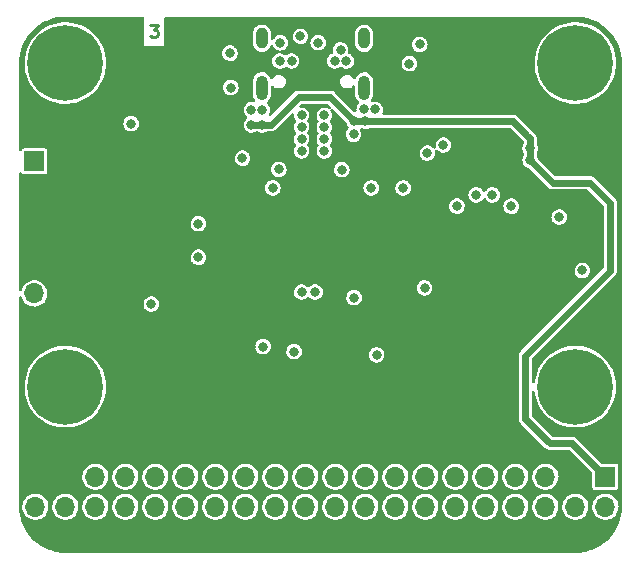
<source format=gbr>
%TF.GenerationSoftware,KiCad,Pcbnew,6.0.11-2627ca5db0~126~ubuntu20.04.1*%
%TF.CreationDate,2023-02-28T17:49:04+07:00*%
%TF.ProjectId,CY7C68013A-56-SSOP,43593743-3638-4303-9133-412d35362d53,rev?*%
%TF.SameCoordinates,Original*%
%TF.FileFunction,Copper,L3,Inr*%
%TF.FilePolarity,Positive*%
%FSLAX46Y46*%
G04 Gerber Fmt 4.6, Leading zero omitted, Abs format (unit mm)*
G04 Created by KiCad (PCBNEW 6.0.11-2627ca5db0~126~ubuntu20.04.1) date 2023-02-28 17:49:04*
%MOMM*%
%LPD*%
G01*
G04 APERTURE LIST*
%ADD10C,0.250000*%
%TA.AperFunction,NonConductor*%
%ADD11C,0.250000*%
%TD*%
%TA.AperFunction,ComponentPad*%
%ADD12C,0.800000*%
%TD*%
%TA.AperFunction,ComponentPad*%
%ADD13C,6.400000*%
%TD*%
%TA.AperFunction,ComponentPad*%
%ADD14R,1.700000X1.700000*%
%TD*%
%TA.AperFunction,ComponentPad*%
%ADD15O,1.700000X1.700000*%
%TD*%
%TA.AperFunction,ComponentPad*%
%ADD16O,1.000000X2.100000*%
%TD*%
%TA.AperFunction,ComponentPad*%
%ADD17O,1.000000X1.800000*%
%TD*%
%TA.AperFunction,ViaPad*%
%ADD18C,0.800000*%
%TD*%
%TA.AperFunction,Conductor*%
%ADD19C,0.600000*%
%TD*%
G04 APERTURE END LIST*
D10*
D11*
X126361866Y-80266580D02*
X126980914Y-80266580D01*
X126647580Y-80647533D01*
X126790438Y-80647533D01*
X126885676Y-80695152D01*
X126933295Y-80742771D01*
X126980914Y-80838009D01*
X126980914Y-81076104D01*
X126933295Y-81171342D01*
X126885676Y-81218961D01*
X126790438Y-81266580D01*
X126504723Y-81266580D01*
X126409485Y-81218961D01*
X126361866Y-81171342D01*
D12*
%TO.N,GND*%
%TO.C,H2*%
X119171800Y-85889324D03*
X117474744Y-85186380D03*
X121571800Y-83489324D03*
X116771800Y-83489324D03*
X120868856Y-81792268D03*
D13*
X119171800Y-83489324D03*
D12*
X117474744Y-81792268D03*
X119171800Y-81089324D03*
X120868856Y-85186380D03*
%TD*%
D13*
%TO.N,GND*%
%TO.C,H4*%
X119171800Y-110885200D03*
D12*
X117474744Y-109188144D03*
X119171800Y-113285200D03*
X120868856Y-112582256D03*
X117474744Y-112582256D03*
X119171800Y-108485200D03*
X116771800Y-110885200D03*
X121571800Y-110885200D03*
X120868856Y-109188144D03*
%TD*%
D14*
%TO.N,Net-(J1-Pad1)*%
%TO.C,J1*%
X116535200Y-91816000D03*
D15*
%TO.N,+3V3*%
X116535200Y-94356000D03*
%TD*%
D12*
%TO.N,GND*%
%TO.C,H3*%
X159951800Y-83489324D03*
X160654744Y-85186380D03*
X164751800Y-83489324D03*
X162351800Y-85889324D03*
X164048856Y-81792268D03*
D13*
X162351800Y-83489324D03*
D12*
X160654744Y-81792268D03*
X162351800Y-81089324D03*
X164048856Y-85186380D03*
%TD*%
D14*
%TO.N,+3V3*%
%TO.C,J2*%
X116535200Y-100452000D03*
D15*
%TO.N,Net-(J2-Pad2)*%
X116535200Y-102992000D03*
%TD*%
D14*
%TO.N,VBUS*%
%TO.C,J4*%
X164891800Y-118505200D03*
D15*
%TO.N,GND*%
X164891800Y-121045200D03*
%TO.N,+3V3*%
X162351800Y-118505200D03*
%TO.N,/PD5*%
X162351800Y-121045200D03*
%TO.N,/PD6*%
X159811800Y-118505200D03*
%TO.N,/PD7*%
X159811800Y-121045200D03*
%TO.N,/CLKOUT*%
X157271800Y-118505200D03*
%TO.N,/RDY0*%
X157271800Y-121045200D03*
%TO.N,/RDY1*%
X154731800Y-118505200D03*
%TO.N,/PD4*%
X154731800Y-121045200D03*
%TO.N,/PD3*%
X152191800Y-118505200D03*
%TO.N,/PD2*%
X152191800Y-121045200D03*
%TO.N,/PD1*%
X149651800Y-118505200D03*
%TO.N,/PD0*%
X149651800Y-121045200D03*
%TO.N,/RST*%
X147111800Y-118505200D03*
%TO.N,/PA7*%
X147111800Y-121045200D03*
%TO.N,/PA6*%
X144571800Y-118505200D03*
%TO.N,/PA5*%
X144571800Y-121045200D03*
%TO.N,/PA4*%
X142031800Y-118505200D03*
%TO.N,/PA3*%
X142031800Y-121045200D03*
%TO.N,/PA2*%
X139491800Y-118505200D03*
%TO.N,/PA1*%
X139491800Y-121045200D03*
%TO.N,/PA0*%
X136951800Y-118505200D03*
%TO.N,/CTL2*%
X136951800Y-121045200D03*
%TO.N,/CTL1*%
X134411800Y-118505200D03*
%TO.N,/CTL0*%
X134411800Y-121045200D03*
%TO.N,/PB7*%
X131871800Y-118505200D03*
%TO.N,/PB6*%
X131871800Y-121045200D03*
%TO.N,/PB5*%
X129331800Y-118505200D03*
%TO.N,/PB4*%
X129331800Y-121045200D03*
%TO.N,/IFCLK*%
X126791800Y-118505200D03*
%TO.N,/PB0*%
X126791800Y-121045200D03*
%TO.N,/PB1*%
X124251800Y-118505200D03*
%TO.N,/PB2*%
X124251800Y-121045200D03*
%TO.N,/PB3*%
X121711800Y-118505200D03*
%TO.N,unconnected-(J4-Pad36)*%
X121711800Y-121045200D03*
%TO.N,+3V3*%
X119171800Y-118505200D03*
%TO.N,GND*%
X119171800Y-121045200D03*
%TO.N,+3V3*%
X116631800Y-118505200D03*
%TO.N,GND*%
X116631800Y-121045200D03*
%TD*%
D12*
%TO.N,GND*%
%TO.C,H1*%
X162351800Y-108485200D03*
D13*
X162351800Y-110885200D03*
D12*
X162351800Y-113285200D03*
X160654744Y-109188144D03*
X160654744Y-112582256D03*
X159951800Y-110885200D03*
X164048856Y-112582256D03*
X164751800Y-110885200D03*
X164048856Y-109188144D03*
%TD*%
D16*
%TO.N,Earth_Protective*%
%TO.C,J5*%
X144451800Y-85579200D03*
X135811800Y-85579200D03*
D17*
X135811800Y-81379200D03*
X144451800Y-81379200D03*
%TD*%
D18*
%TO.N,GND*%
X143570200Y-89514200D03*
X149820200Y-91114200D03*
%TO.N,VBUS*%
X143620200Y-88389200D03*
X144574833Y-88408211D03*
X158520200Y-91714200D03*
X158520200Y-90689200D03*
X134920200Y-88714200D03*
X135820200Y-88714200D03*
%TO.N,GND*%
X141095200Y-90914200D03*
X151180800Y-90424000D03*
X139170200Y-90914200D03*
X144470200Y-87414200D03*
X137370200Y-81764200D03*
X155321000Y-94640400D03*
X133170200Y-85564200D03*
X126445200Y-103894200D03*
X141095200Y-89914200D03*
X138531600Y-107924600D03*
X133096000Y-82651600D03*
X139070200Y-81214200D03*
X153949400Y-94640400D03*
X135898903Y-107492800D03*
X143611600Y-103352600D03*
X139170200Y-87914200D03*
X156921200Y-95605600D03*
X140570200Y-81764200D03*
X147769137Y-94057925D03*
X139170200Y-89914200D03*
X160985200Y-96520000D03*
X135820200Y-87439200D03*
X134920200Y-87439200D03*
X141095200Y-87914200D03*
X145395200Y-87414200D03*
X145520200Y-108189200D03*
X136728800Y-94056200D03*
X142470200Y-82364200D03*
X139170200Y-88914200D03*
X145059400Y-94049498D03*
X148295200Y-83539200D03*
X142570200Y-92514200D03*
X141095200Y-88914200D03*
X134162800Y-91541600D03*
X149170200Y-81914200D03*
X152323800Y-95605600D03*
X137245200Y-92489200D03*
X124739400Y-88620600D03*
%TO.N,+3V3*%
X156135200Y-81356200D03*
X131038600Y-82626200D03*
X146151600Y-94081600D03*
X134899400Y-107492800D03*
X156135200Y-82356200D03*
X161112200Y-94818200D03*
X153135200Y-81356200D03*
X122035200Y-103494200D03*
X141071600Y-92125800D03*
X133426200Y-93065600D03*
X154635200Y-82356200D03*
X138709400Y-92354400D03*
X138049000Y-103449498D03*
X154635200Y-81356200D03*
X153135200Y-82356200D03*
X147345200Y-108214200D03*
%TO.N,/RST*%
X162941000Y-101041200D03*
X149580600Y-102514400D03*
%TO.N,/D-*%
X142970200Y-83303033D03*
X138320200Y-83314200D03*
%TO.N,/D+*%
X141970200Y-83303033D03*
X137320200Y-83314200D03*
%TO.N,/PA0*%
X139166600Y-102870000D03*
X130429000Y-99923600D03*
%TO.N,/PA1*%
X130429000Y-97078800D03*
X140309600Y-102870000D03*
%TD*%
D19*
%TO.N,VBUS*%
X162050800Y-115664200D02*
X164891800Y-118505200D01*
X157064211Y-88408211D02*
X158295200Y-89639200D01*
X158120200Y-108264200D02*
X158120200Y-113614200D01*
X160420200Y-93614200D02*
X163570200Y-93614200D01*
X158120200Y-113614200D02*
X160170200Y-115664200D01*
X158295200Y-89639200D02*
X158520200Y-89864200D01*
X165320200Y-95364200D02*
X165320200Y-101064200D01*
X136570200Y-88714200D02*
X138920200Y-86364200D01*
X158520200Y-89864200D02*
X158520200Y-91714200D01*
X160170200Y-115664200D02*
X162050800Y-115664200D01*
X163570200Y-93614200D02*
X165320200Y-95364200D01*
X134920200Y-88714200D02*
X136570200Y-88714200D01*
X144574833Y-88408211D02*
X157064211Y-88408211D01*
X165320200Y-101064200D02*
X158120200Y-108264200D01*
X141595200Y-86364200D02*
X143639211Y-88408211D01*
X138920200Y-86364200D02*
X141595200Y-86364200D01*
X143639211Y-88408211D02*
X144574833Y-88408211D01*
X158520200Y-91714200D02*
X160420200Y-93614200D01*
%TD*%
%TA.AperFunction,Conductor*%
%TO.N,+3V3*%
G36*
X125781631Y-79563902D02*
G01*
X125828124Y-79617558D01*
X125839510Y-79669900D01*
X125839510Y-82061200D01*
X127550891Y-82061200D01*
X127550891Y-81823253D01*
X135057300Y-81823253D01*
X135072538Y-81953954D01*
X135075034Y-81960831D01*
X135075035Y-81960834D01*
X135129648Y-82111289D01*
X135132568Y-82119334D01*
X135229034Y-82266468D01*
X135356760Y-82387464D01*
X135508896Y-82475832D01*
X135677280Y-82526830D01*
X135852880Y-82537724D01*
X135860096Y-82536484D01*
X135860098Y-82536484D01*
X136019062Y-82509169D01*
X136019064Y-82509168D01*
X136026277Y-82507929D01*
X136188168Y-82439044D01*
X136329871Y-82334763D01*
X136443782Y-82200680D01*
X136466001Y-82157166D01*
X136520466Y-82050505D01*
X136520468Y-82050500D01*
X136523793Y-82043988D01*
X136526282Y-82033816D01*
X136527368Y-82031944D01*
X136528084Y-82030018D01*
X136528414Y-82030141D01*
X136561901Y-81972402D01*
X136625070Y-81939994D01*
X136695732Y-81946882D01*
X136751452Y-81990880D01*
X136766997Y-82020464D01*
X136780141Y-82056383D01*
X136780142Y-82056385D01*
X136782753Y-82063519D01*
X136786989Y-82069822D01*
X136786989Y-82069823D01*
X136824372Y-82125454D01*
X136871108Y-82195005D01*
X136876727Y-82200118D01*
X136876728Y-82200119D01*
X136911572Y-82231824D01*
X136988276Y-82301619D01*
X137127493Y-82377208D01*
X137197892Y-82395677D01*
X137263678Y-82412936D01*
X137324493Y-82449570D01*
X137344717Y-82490655D01*
X137384769Y-82440564D01*
X137439191Y-82420223D01*
X137439116Y-82419895D01*
X137593532Y-82384529D01*
X137669849Y-82346146D01*
X137728272Y-82316763D01*
X137728275Y-82316761D01*
X137735055Y-82313351D01*
X137740826Y-82308422D01*
X137740829Y-82308420D01*
X137849736Y-82215404D01*
X137849736Y-82215403D01*
X137855514Y-82210469D01*
X137947955Y-82081824D01*
X138007042Y-81934841D01*
X138016913Y-81865479D01*
X138028781Y-81782091D01*
X138028781Y-81782088D01*
X138029362Y-81778007D01*
X138029507Y-81764200D01*
X138010476Y-81606933D01*
X137954480Y-81458746D01*
X137926073Y-81417414D01*
X137869055Y-81334451D01*
X137869054Y-81334449D01*
X137864753Y-81328192D01*
X137746475Y-81222811D01*
X137739089Y-81218900D01*
X137717173Y-81207296D01*
X138410929Y-81207296D01*
X138416666Y-81259262D01*
X138424968Y-81334451D01*
X138428313Y-81364753D01*
X138430923Y-81371884D01*
X138430923Y-81371886D01*
X138476045Y-81495187D01*
X138482753Y-81513519D01*
X138486989Y-81519822D01*
X138486989Y-81519823D01*
X138545525Y-81606933D01*
X138571108Y-81645005D01*
X138576727Y-81650118D01*
X138576728Y-81650119D01*
X138665272Y-81730687D01*
X138688276Y-81751619D01*
X138827493Y-81827208D01*
X138980722Y-81867407D01*
X139064677Y-81868726D01*
X139131519Y-81869776D01*
X139131522Y-81869776D01*
X139139116Y-81869895D01*
X139293532Y-81834529D01*
X139363942Y-81799117D01*
X139428272Y-81766763D01*
X139428275Y-81766761D01*
X139435055Y-81763351D01*
X139440826Y-81758422D01*
X139440829Y-81758420D01*
X139442145Y-81757296D01*
X139910929Y-81757296D01*
X139917346Y-81815419D01*
X139924316Y-81878546D01*
X139928313Y-81914753D01*
X139930923Y-81921884D01*
X139930923Y-81921886D01*
X139980142Y-82056383D01*
X139982753Y-82063519D01*
X139986989Y-82069822D01*
X139986989Y-82069823D01*
X140024372Y-82125454D01*
X140071108Y-82195005D01*
X140076727Y-82200118D01*
X140076728Y-82200119D01*
X140111572Y-82231824D01*
X140188276Y-82301619D01*
X140327493Y-82377208D01*
X140480722Y-82417407D01*
X140564677Y-82418726D01*
X140631519Y-82419776D01*
X140631522Y-82419776D01*
X140639116Y-82419895D01*
X140793532Y-82384529D01*
X140869849Y-82346146D01*
X140928272Y-82316763D01*
X140928275Y-82316761D01*
X140935055Y-82313351D01*
X140940826Y-82308422D01*
X140940829Y-82308420D01*
X141049736Y-82215404D01*
X141049736Y-82215403D01*
X141055514Y-82210469D01*
X141147955Y-82081824D01*
X141207042Y-81934841D01*
X141216913Y-81865479D01*
X141228781Y-81782091D01*
X141228781Y-81782088D01*
X141229362Y-81778007D01*
X141229507Y-81764200D01*
X141210476Y-81606933D01*
X141154480Y-81458746D01*
X141126073Y-81417414D01*
X141069055Y-81334451D01*
X141069054Y-81334449D01*
X141064753Y-81328192D01*
X140946475Y-81222811D01*
X140939089Y-81218900D01*
X140813188Y-81152239D01*
X140813189Y-81152239D01*
X140806474Y-81148684D01*
X140652833Y-81110092D01*
X140645234Y-81110052D01*
X140645233Y-81110052D01*
X140579381Y-81109707D01*
X140494421Y-81109262D01*
X140487041Y-81111034D01*
X140487039Y-81111034D01*
X140347763Y-81144471D01*
X140347760Y-81144472D01*
X140340384Y-81146243D01*
X140199614Y-81218900D01*
X140080239Y-81323038D01*
X139989150Y-81452644D01*
X139931606Y-81600237D01*
X139930614Y-81607770D01*
X139930614Y-81607771D01*
X139911926Y-81749724D01*
X139910929Y-81757296D01*
X139442145Y-81757296D01*
X139549736Y-81665404D01*
X139549736Y-81665403D01*
X139555514Y-81660469D01*
X139647955Y-81531824D01*
X139707042Y-81384841D01*
X139719903Y-81294471D01*
X139728781Y-81232091D01*
X139728781Y-81232088D01*
X139729362Y-81228007D01*
X139729507Y-81214200D01*
X139710476Y-81056933D01*
X139654480Y-80908746D01*
X139582797Y-80804446D01*
X139569055Y-80784451D01*
X139569054Y-80784449D01*
X139564753Y-80778192D01*
X139446475Y-80672811D01*
X139439089Y-80668900D01*
X139371183Y-80632946D01*
X139306474Y-80598684D01*
X139152833Y-80560092D01*
X139145234Y-80560052D01*
X139145233Y-80560052D01*
X139079381Y-80559707D01*
X138994421Y-80559262D01*
X138987041Y-80561034D01*
X138987039Y-80561034D01*
X138847763Y-80594471D01*
X138847760Y-80594472D01*
X138840384Y-80596243D01*
X138699614Y-80668900D01*
X138580239Y-80773038D01*
X138489150Y-80902644D01*
X138431606Y-81050237D01*
X138430614Y-81057770D01*
X138430614Y-81057771D01*
X138418967Y-81146243D01*
X138410929Y-81207296D01*
X137717173Y-81207296D01*
X137613188Y-81152239D01*
X137613189Y-81152239D01*
X137606474Y-81148684D01*
X137452833Y-81110092D01*
X137445234Y-81110052D01*
X137445233Y-81110052D01*
X137379381Y-81109707D01*
X137294421Y-81109262D01*
X137287041Y-81111034D01*
X137287039Y-81111034D01*
X137147763Y-81144471D01*
X137147760Y-81144472D01*
X137140384Y-81146243D01*
X136999614Y-81218900D01*
X136880239Y-81323038D01*
X136813910Y-81417414D01*
X136795387Y-81443770D01*
X136739852Y-81488001D01*
X136669220Y-81495187D01*
X136605916Y-81463046D01*
X136570038Y-81401782D01*
X136566300Y-81371319D01*
X136566300Y-80935147D01*
X136551062Y-80804446D01*
X136541533Y-80778192D01*
X136493529Y-80645945D01*
X136491032Y-80639066D01*
X136483763Y-80627978D01*
X136398578Y-80498052D01*
X136394566Y-80491932D01*
X136266840Y-80370936D01*
X136114704Y-80282568D01*
X135946320Y-80231570D01*
X135770720Y-80220676D01*
X135763504Y-80221916D01*
X135763502Y-80221916D01*
X135604538Y-80249231D01*
X135604536Y-80249232D01*
X135597323Y-80250471D01*
X135435432Y-80319356D01*
X135293729Y-80423637D01*
X135179818Y-80557720D01*
X135169595Y-80577741D01*
X135103134Y-80707895D01*
X135103132Y-80707900D01*
X135099807Y-80714412D01*
X135098068Y-80721518D01*
X135098067Y-80721521D01*
X135079459Y-80797566D01*
X135057989Y-80885308D01*
X135057300Y-80896414D01*
X135057300Y-81823253D01*
X127550891Y-81823253D01*
X127550891Y-79669900D01*
X127570893Y-79601779D01*
X127624549Y-79555286D01*
X127676891Y-79543900D01*
X162314324Y-79543900D01*
X162338903Y-79546321D01*
X162351800Y-79548886D01*
X162363970Y-79546465D01*
X162375311Y-79546465D01*
X162387478Y-79545549D01*
X162710023Y-79560462D01*
X162721606Y-79561536D01*
X162834264Y-79577251D01*
X163071002Y-79610274D01*
X163082442Y-79612413D01*
X163265444Y-79655454D01*
X163425853Y-79693182D01*
X163437029Y-79696362D01*
X163771534Y-79808478D01*
X163782359Y-79812671D01*
X164105048Y-79955153D01*
X164105098Y-79955175D01*
X164115515Y-79960363D01*
X164423697Y-80132020D01*
X164433591Y-80138145D01*
X164456685Y-80153965D01*
X164724636Y-80337516D01*
X164733924Y-80344530D01*
X165005326Y-80569900D01*
X165013927Y-80577741D01*
X165082130Y-80645945D01*
X165263379Y-80827195D01*
X165271219Y-80835796D01*
X165496579Y-81107189D01*
X165503593Y-81116476D01*
X165702960Y-81407519D01*
X165709087Y-81417414D01*
X165762617Y-81513519D01*
X165872632Y-81711034D01*
X165880752Y-81725613D01*
X165885934Y-81736020D01*
X166027538Y-82056725D01*
X166028431Y-82058748D01*
X166032627Y-82069578D01*
X166144741Y-82404084D01*
X166147925Y-82415278D01*
X166228691Y-82758678D01*
X166230829Y-82770114D01*
X166279567Y-83119511D01*
X166279567Y-83119514D01*
X166280641Y-83131099D01*
X166283860Y-83200751D01*
X166295555Y-83453746D01*
X166294659Y-83465660D01*
X166294659Y-83477151D01*
X166292238Y-83489323D01*
X166294659Y-83501495D01*
X166294803Y-83502219D01*
X166297224Y-83526799D01*
X166297224Y-120972724D01*
X166294803Y-120997303D01*
X166292238Y-121010200D01*
X166294659Y-121022370D01*
X166294659Y-121033710D01*
X166295575Y-121045877D01*
X166287584Y-121218722D01*
X166280663Y-121368420D01*
X166279589Y-121380009D01*
X166230850Y-121729406D01*
X166228711Y-121740846D01*
X166153555Y-122060392D01*
X166147944Y-122084247D01*
X166144762Y-122095432D01*
X166125496Y-122152912D01*
X166032649Y-122429928D01*
X166028445Y-122440780D01*
X165885950Y-122763502D01*
X165880762Y-122773920D01*
X165709105Y-123082103D01*
X165702979Y-123091998D01*
X165503604Y-123383049D01*
X165496590Y-123392336D01*
X165271225Y-123663734D01*
X165263384Y-123672335D01*
X165013935Y-123921784D01*
X165005334Y-123929625D01*
X164733936Y-124154990D01*
X164724649Y-124162004D01*
X164433598Y-124361379D01*
X164423703Y-124367505D01*
X164115520Y-124539162D01*
X164105102Y-124544350D01*
X163782380Y-124686845D01*
X163771528Y-124691049D01*
X163604284Y-124747104D01*
X163437032Y-124803162D01*
X163425856Y-124806342D01*
X163148735Y-124871520D01*
X163082446Y-124887111D01*
X163071006Y-124889250D01*
X162721609Y-124937989D01*
X162710020Y-124939063D01*
X162387477Y-124953975D01*
X162375310Y-124953059D01*
X162363970Y-124953059D01*
X162351800Y-124950638D01*
X162338903Y-124953203D01*
X162314324Y-124955624D01*
X119209276Y-124955624D01*
X119184697Y-124953203D01*
X119171800Y-124950638D01*
X119159630Y-124953059D01*
X119148290Y-124953059D01*
X119136123Y-124953975D01*
X118813580Y-124939063D01*
X118801991Y-124937989D01*
X118452594Y-124889250D01*
X118441154Y-124887111D01*
X118374865Y-124871520D01*
X118097744Y-124806342D01*
X118086568Y-124803162D01*
X117919316Y-124747104D01*
X117752072Y-124691049D01*
X117741220Y-124686845D01*
X117418498Y-124544350D01*
X117408080Y-124539162D01*
X117099897Y-124367505D01*
X117090002Y-124361379D01*
X116798951Y-124162004D01*
X116789664Y-124154990D01*
X116518266Y-123929625D01*
X116509665Y-123921784D01*
X116260216Y-123672335D01*
X116252375Y-123663734D01*
X116027010Y-123392336D01*
X116019996Y-123383049D01*
X115820621Y-123091998D01*
X115814495Y-123082103D01*
X115642838Y-122773920D01*
X115637650Y-122763502D01*
X115495155Y-122440780D01*
X115490951Y-122429928D01*
X115398104Y-122152912D01*
X115378838Y-122095432D01*
X115375656Y-122084247D01*
X115370046Y-122060392D01*
X115294889Y-121740846D01*
X115292750Y-121729406D01*
X115244011Y-121380009D01*
X115242937Y-121368420D01*
X115236016Y-121218722D01*
X115228025Y-121045877D01*
X115228941Y-121033710D01*
X115228941Y-121022370D01*
X115230176Y-121016164D01*
X115522948Y-121016164D01*
X115536224Y-121218722D01*
X115537645Y-121224318D01*
X115537646Y-121224323D01*
X115577186Y-121380009D01*
X115586192Y-121415469D01*
X115588609Y-121420712D01*
X115625810Y-121501408D01*
X115671177Y-121599816D01*
X115674510Y-121604532D01*
X115762762Y-121729406D01*
X115788333Y-121765589D01*
X115933738Y-121907235D01*
X116102520Y-122020012D01*
X116107823Y-122022290D01*
X116107826Y-122022292D01*
X116278086Y-122095441D01*
X116289028Y-122100142D01*
X116362044Y-122116664D01*
X116481379Y-122143667D01*
X116481384Y-122143668D01*
X116487016Y-122144942D01*
X116492787Y-122145169D01*
X116492789Y-122145169D01*
X116552556Y-122147517D01*
X116689853Y-122152912D01*
X116790299Y-122138348D01*
X116885031Y-122124613D01*
X116885036Y-122124612D01*
X116890745Y-122123784D01*
X116896209Y-122121929D01*
X116896214Y-122121928D01*
X117077493Y-122060392D01*
X117077498Y-122060390D01*
X117082965Y-122058534D01*
X117260076Y-121959347D01*
X117322734Y-121907235D01*
X117411713Y-121833231D01*
X117416145Y-121829545D01*
X117489916Y-121740846D01*
X117542253Y-121677918D01*
X117542255Y-121677915D01*
X117545947Y-121673476D01*
X117645134Y-121496365D01*
X117646990Y-121490898D01*
X117646992Y-121490893D01*
X117708528Y-121309614D01*
X117708529Y-121309609D01*
X117710384Y-121304145D01*
X117711212Y-121298436D01*
X117711213Y-121298431D01*
X117738979Y-121106927D01*
X117739512Y-121103253D01*
X117741032Y-121045200D01*
X117738364Y-121016164D01*
X118062948Y-121016164D01*
X118076224Y-121218722D01*
X118077645Y-121224318D01*
X118077646Y-121224323D01*
X118117186Y-121380009D01*
X118126192Y-121415469D01*
X118128609Y-121420712D01*
X118165810Y-121501408D01*
X118211177Y-121599816D01*
X118214510Y-121604532D01*
X118302762Y-121729406D01*
X118328333Y-121765589D01*
X118473738Y-121907235D01*
X118642520Y-122020012D01*
X118647823Y-122022290D01*
X118647826Y-122022292D01*
X118818086Y-122095441D01*
X118829028Y-122100142D01*
X118902044Y-122116664D01*
X119021379Y-122143667D01*
X119021384Y-122143668D01*
X119027016Y-122144942D01*
X119032787Y-122145169D01*
X119032789Y-122145169D01*
X119092556Y-122147517D01*
X119229853Y-122152912D01*
X119330299Y-122138348D01*
X119425031Y-122124613D01*
X119425036Y-122124612D01*
X119430745Y-122123784D01*
X119436209Y-122121929D01*
X119436214Y-122121928D01*
X119617493Y-122060392D01*
X119617498Y-122060390D01*
X119622965Y-122058534D01*
X119800076Y-121959347D01*
X119862734Y-121907235D01*
X119951713Y-121833231D01*
X119956145Y-121829545D01*
X120029916Y-121740846D01*
X120082253Y-121677918D01*
X120082255Y-121677915D01*
X120085947Y-121673476D01*
X120185134Y-121496365D01*
X120186990Y-121490898D01*
X120186992Y-121490893D01*
X120248528Y-121309614D01*
X120248529Y-121309609D01*
X120250384Y-121304145D01*
X120251212Y-121298436D01*
X120251213Y-121298431D01*
X120278979Y-121106927D01*
X120279512Y-121103253D01*
X120281032Y-121045200D01*
X120278364Y-121016164D01*
X120602948Y-121016164D01*
X120616224Y-121218722D01*
X120617645Y-121224318D01*
X120617646Y-121224323D01*
X120657186Y-121380009D01*
X120666192Y-121415469D01*
X120668609Y-121420712D01*
X120705810Y-121501408D01*
X120751177Y-121599816D01*
X120754510Y-121604532D01*
X120842762Y-121729406D01*
X120868333Y-121765589D01*
X121013738Y-121907235D01*
X121182520Y-122020012D01*
X121187823Y-122022290D01*
X121187826Y-122022292D01*
X121358086Y-122095441D01*
X121369028Y-122100142D01*
X121442044Y-122116664D01*
X121561379Y-122143667D01*
X121561384Y-122143668D01*
X121567016Y-122144942D01*
X121572787Y-122145169D01*
X121572789Y-122145169D01*
X121632556Y-122147517D01*
X121769853Y-122152912D01*
X121870299Y-122138348D01*
X121965031Y-122124613D01*
X121965036Y-122124612D01*
X121970745Y-122123784D01*
X121976209Y-122121929D01*
X121976214Y-122121928D01*
X122157493Y-122060392D01*
X122157498Y-122060390D01*
X122162965Y-122058534D01*
X122340076Y-121959347D01*
X122402734Y-121907235D01*
X122491713Y-121833231D01*
X122496145Y-121829545D01*
X122569916Y-121740846D01*
X122622253Y-121677918D01*
X122622255Y-121677915D01*
X122625947Y-121673476D01*
X122725134Y-121496365D01*
X122726990Y-121490898D01*
X122726992Y-121490893D01*
X122788528Y-121309614D01*
X122788529Y-121309609D01*
X122790384Y-121304145D01*
X122791212Y-121298436D01*
X122791213Y-121298431D01*
X122818979Y-121106927D01*
X122819512Y-121103253D01*
X122821032Y-121045200D01*
X122818364Y-121016164D01*
X123142948Y-121016164D01*
X123156224Y-121218722D01*
X123157645Y-121224318D01*
X123157646Y-121224323D01*
X123197186Y-121380009D01*
X123206192Y-121415469D01*
X123208609Y-121420712D01*
X123245810Y-121501408D01*
X123291177Y-121599816D01*
X123294510Y-121604532D01*
X123382762Y-121729406D01*
X123408333Y-121765589D01*
X123553738Y-121907235D01*
X123722520Y-122020012D01*
X123727823Y-122022290D01*
X123727826Y-122022292D01*
X123898086Y-122095441D01*
X123909028Y-122100142D01*
X123982044Y-122116664D01*
X124101379Y-122143667D01*
X124101384Y-122143668D01*
X124107016Y-122144942D01*
X124112787Y-122145169D01*
X124112789Y-122145169D01*
X124172556Y-122147517D01*
X124309853Y-122152912D01*
X124410299Y-122138348D01*
X124505031Y-122124613D01*
X124505036Y-122124612D01*
X124510745Y-122123784D01*
X124516209Y-122121929D01*
X124516214Y-122121928D01*
X124697493Y-122060392D01*
X124697498Y-122060390D01*
X124702965Y-122058534D01*
X124880076Y-121959347D01*
X124942734Y-121907235D01*
X125031713Y-121833231D01*
X125036145Y-121829545D01*
X125109916Y-121740846D01*
X125162253Y-121677918D01*
X125162255Y-121677915D01*
X125165947Y-121673476D01*
X125265134Y-121496365D01*
X125266990Y-121490898D01*
X125266992Y-121490893D01*
X125328528Y-121309614D01*
X125328529Y-121309609D01*
X125330384Y-121304145D01*
X125331212Y-121298436D01*
X125331213Y-121298431D01*
X125358979Y-121106927D01*
X125359512Y-121103253D01*
X125361032Y-121045200D01*
X125358364Y-121016164D01*
X125682948Y-121016164D01*
X125696224Y-121218722D01*
X125697645Y-121224318D01*
X125697646Y-121224323D01*
X125737186Y-121380009D01*
X125746192Y-121415469D01*
X125748609Y-121420712D01*
X125785810Y-121501408D01*
X125831177Y-121599816D01*
X125834510Y-121604532D01*
X125922762Y-121729406D01*
X125948333Y-121765589D01*
X126093738Y-121907235D01*
X126262520Y-122020012D01*
X126267823Y-122022290D01*
X126267826Y-122022292D01*
X126438086Y-122095441D01*
X126449028Y-122100142D01*
X126522044Y-122116664D01*
X126641379Y-122143667D01*
X126641384Y-122143668D01*
X126647016Y-122144942D01*
X126652787Y-122145169D01*
X126652789Y-122145169D01*
X126712556Y-122147517D01*
X126849853Y-122152912D01*
X126950299Y-122138348D01*
X127045031Y-122124613D01*
X127045036Y-122124612D01*
X127050745Y-122123784D01*
X127056209Y-122121929D01*
X127056214Y-122121928D01*
X127237493Y-122060392D01*
X127237498Y-122060390D01*
X127242965Y-122058534D01*
X127420076Y-121959347D01*
X127482734Y-121907235D01*
X127571713Y-121833231D01*
X127576145Y-121829545D01*
X127649916Y-121740846D01*
X127702253Y-121677918D01*
X127702255Y-121677915D01*
X127705947Y-121673476D01*
X127805134Y-121496365D01*
X127806990Y-121490898D01*
X127806992Y-121490893D01*
X127868528Y-121309614D01*
X127868529Y-121309609D01*
X127870384Y-121304145D01*
X127871212Y-121298436D01*
X127871213Y-121298431D01*
X127898979Y-121106927D01*
X127899512Y-121103253D01*
X127901032Y-121045200D01*
X127898364Y-121016164D01*
X128222948Y-121016164D01*
X128236224Y-121218722D01*
X128237645Y-121224318D01*
X128237646Y-121224323D01*
X128277186Y-121380009D01*
X128286192Y-121415469D01*
X128288609Y-121420712D01*
X128325810Y-121501408D01*
X128371177Y-121599816D01*
X128374510Y-121604532D01*
X128462762Y-121729406D01*
X128488333Y-121765589D01*
X128633738Y-121907235D01*
X128802520Y-122020012D01*
X128807823Y-122022290D01*
X128807826Y-122022292D01*
X128978086Y-122095441D01*
X128989028Y-122100142D01*
X129062044Y-122116664D01*
X129181379Y-122143667D01*
X129181384Y-122143668D01*
X129187016Y-122144942D01*
X129192787Y-122145169D01*
X129192789Y-122145169D01*
X129252556Y-122147517D01*
X129389853Y-122152912D01*
X129490299Y-122138348D01*
X129585031Y-122124613D01*
X129585036Y-122124612D01*
X129590745Y-122123784D01*
X129596209Y-122121929D01*
X129596214Y-122121928D01*
X129777493Y-122060392D01*
X129777498Y-122060390D01*
X129782965Y-122058534D01*
X129960076Y-121959347D01*
X130022734Y-121907235D01*
X130111713Y-121833231D01*
X130116145Y-121829545D01*
X130189916Y-121740846D01*
X130242253Y-121677918D01*
X130242255Y-121677915D01*
X130245947Y-121673476D01*
X130345134Y-121496365D01*
X130346990Y-121490898D01*
X130346992Y-121490893D01*
X130408528Y-121309614D01*
X130408529Y-121309609D01*
X130410384Y-121304145D01*
X130411212Y-121298436D01*
X130411213Y-121298431D01*
X130438979Y-121106927D01*
X130439512Y-121103253D01*
X130441032Y-121045200D01*
X130438364Y-121016164D01*
X130762948Y-121016164D01*
X130776224Y-121218722D01*
X130777645Y-121224318D01*
X130777646Y-121224323D01*
X130817186Y-121380009D01*
X130826192Y-121415469D01*
X130828609Y-121420712D01*
X130865810Y-121501408D01*
X130911177Y-121599816D01*
X130914510Y-121604532D01*
X131002762Y-121729406D01*
X131028333Y-121765589D01*
X131173738Y-121907235D01*
X131342520Y-122020012D01*
X131347823Y-122022290D01*
X131347826Y-122022292D01*
X131518086Y-122095441D01*
X131529028Y-122100142D01*
X131602044Y-122116664D01*
X131721379Y-122143667D01*
X131721384Y-122143668D01*
X131727016Y-122144942D01*
X131732787Y-122145169D01*
X131732789Y-122145169D01*
X131792556Y-122147517D01*
X131929853Y-122152912D01*
X132030299Y-122138348D01*
X132125031Y-122124613D01*
X132125036Y-122124612D01*
X132130745Y-122123784D01*
X132136209Y-122121929D01*
X132136214Y-122121928D01*
X132317493Y-122060392D01*
X132317498Y-122060390D01*
X132322965Y-122058534D01*
X132500076Y-121959347D01*
X132562734Y-121907235D01*
X132651713Y-121833231D01*
X132656145Y-121829545D01*
X132729916Y-121740846D01*
X132782253Y-121677918D01*
X132782255Y-121677915D01*
X132785947Y-121673476D01*
X132885134Y-121496365D01*
X132886990Y-121490898D01*
X132886992Y-121490893D01*
X132948528Y-121309614D01*
X132948529Y-121309609D01*
X132950384Y-121304145D01*
X132951212Y-121298436D01*
X132951213Y-121298431D01*
X132978979Y-121106927D01*
X132979512Y-121103253D01*
X132981032Y-121045200D01*
X132978364Y-121016164D01*
X133302948Y-121016164D01*
X133316224Y-121218722D01*
X133317645Y-121224318D01*
X133317646Y-121224323D01*
X133357186Y-121380009D01*
X133366192Y-121415469D01*
X133368609Y-121420712D01*
X133405810Y-121501408D01*
X133451177Y-121599816D01*
X133454510Y-121604532D01*
X133542762Y-121729406D01*
X133568333Y-121765589D01*
X133713738Y-121907235D01*
X133882520Y-122020012D01*
X133887823Y-122022290D01*
X133887826Y-122022292D01*
X134058086Y-122095441D01*
X134069028Y-122100142D01*
X134142044Y-122116664D01*
X134261379Y-122143667D01*
X134261384Y-122143668D01*
X134267016Y-122144942D01*
X134272787Y-122145169D01*
X134272789Y-122145169D01*
X134332556Y-122147517D01*
X134469853Y-122152912D01*
X134570299Y-122138348D01*
X134665031Y-122124613D01*
X134665036Y-122124612D01*
X134670745Y-122123784D01*
X134676209Y-122121929D01*
X134676214Y-122121928D01*
X134857493Y-122060392D01*
X134857498Y-122060390D01*
X134862965Y-122058534D01*
X135040076Y-121959347D01*
X135102734Y-121907235D01*
X135191713Y-121833231D01*
X135196145Y-121829545D01*
X135269916Y-121740846D01*
X135322253Y-121677918D01*
X135322255Y-121677915D01*
X135325947Y-121673476D01*
X135425134Y-121496365D01*
X135426990Y-121490898D01*
X135426992Y-121490893D01*
X135488528Y-121309614D01*
X135488529Y-121309609D01*
X135490384Y-121304145D01*
X135491212Y-121298436D01*
X135491213Y-121298431D01*
X135518979Y-121106927D01*
X135519512Y-121103253D01*
X135521032Y-121045200D01*
X135518364Y-121016164D01*
X135842948Y-121016164D01*
X135856224Y-121218722D01*
X135857645Y-121224318D01*
X135857646Y-121224323D01*
X135897186Y-121380009D01*
X135906192Y-121415469D01*
X135908609Y-121420712D01*
X135945810Y-121501408D01*
X135991177Y-121599816D01*
X135994510Y-121604532D01*
X136082762Y-121729406D01*
X136108333Y-121765589D01*
X136253738Y-121907235D01*
X136422520Y-122020012D01*
X136427823Y-122022290D01*
X136427826Y-122022292D01*
X136598086Y-122095441D01*
X136609028Y-122100142D01*
X136682044Y-122116664D01*
X136801379Y-122143667D01*
X136801384Y-122143668D01*
X136807016Y-122144942D01*
X136812787Y-122145169D01*
X136812789Y-122145169D01*
X136872556Y-122147517D01*
X137009853Y-122152912D01*
X137110299Y-122138348D01*
X137205031Y-122124613D01*
X137205036Y-122124612D01*
X137210745Y-122123784D01*
X137216209Y-122121929D01*
X137216214Y-122121928D01*
X137397493Y-122060392D01*
X137397498Y-122060390D01*
X137402965Y-122058534D01*
X137580076Y-121959347D01*
X137642734Y-121907235D01*
X137731713Y-121833231D01*
X137736145Y-121829545D01*
X137809916Y-121740846D01*
X137862253Y-121677918D01*
X137862255Y-121677915D01*
X137865947Y-121673476D01*
X137965134Y-121496365D01*
X137966990Y-121490898D01*
X137966992Y-121490893D01*
X138028528Y-121309614D01*
X138028529Y-121309609D01*
X138030384Y-121304145D01*
X138031212Y-121298436D01*
X138031213Y-121298431D01*
X138058979Y-121106927D01*
X138059512Y-121103253D01*
X138061032Y-121045200D01*
X138058364Y-121016164D01*
X138382948Y-121016164D01*
X138396224Y-121218722D01*
X138397645Y-121224318D01*
X138397646Y-121224323D01*
X138437186Y-121380009D01*
X138446192Y-121415469D01*
X138448609Y-121420712D01*
X138485810Y-121501408D01*
X138531177Y-121599816D01*
X138534510Y-121604532D01*
X138622762Y-121729406D01*
X138648333Y-121765589D01*
X138793738Y-121907235D01*
X138962520Y-122020012D01*
X138967823Y-122022290D01*
X138967826Y-122022292D01*
X139138086Y-122095441D01*
X139149028Y-122100142D01*
X139222044Y-122116664D01*
X139341379Y-122143667D01*
X139341384Y-122143668D01*
X139347016Y-122144942D01*
X139352787Y-122145169D01*
X139352789Y-122145169D01*
X139412556Y-122147517D01*
X139549853Y-122152912D01*
X139650299Y-122138348D01*
X139745031Y-122124613D01*
X139745036Y-122124612D01*
X139750745Y-122123784D01*
X139756209Y-122121929D01*
X139756214Y-122121928D01*
X139937493Y-122060392D01*
X139937498Y-122060390D01*
X139942965Y-122058534D01*
X140120076Y-121959347D01*
X140182734Y-121907235D01*
X140271713Y-121833231D01*
X140276145Y-121829545D01*
X140349916Y-121740846D01*
X140402253Y-121677918D01*
X140402255Y-121677915D01*
X140405947Y-121673476D01*
X140505134Y-121496365D01*
X140506990Y-121490898D01*
X140506992Y-121490893D01*
X140568528Y-121309614D01*
X140568529Y-121309609D01*
X140570384Y-121304145D01*
X140571212Y-121298436D01*
X140571213Y-121298431D01*
X140598979Y-121106927D01*
X140599512Y-121103253D01*
X140601032Y-121045200D01*
X140598364Y-121016164D01*
X140922948Y-121016164D01*
X140936224Y-121218722D01*
X140937645Y-121224318D01*
X140937646Y-121224323D01*
X140977186Y-121380009D01*
X140986192Y-121415469D01*
X140988609Y-121420712D01*
X141025810Y-121501408D01*
X141071177Y-121599816D01*
X141074510Y-121604532D01*
X141162762Y-121729406D01*
X141188333Y-121765589D01*
X141333738Y-121907235D01*
X141502520Y-122020012D01*
X141507823Y-122022290D01*
X141507826Y-122022292D01*
X141678086Y-122095441D01*
X141689028Y-122100142D01*
X141762044Y-122116664D01*
X141881379Y-122143667D01*
X141881384Y-122143668D01*
X141887016Y-122144942D01*
X141892787Y-122145169D01*
X141892789Y-122145169D01*
X141952556Y-122147517D01*
X142089853Y-122152912D01*
X142190299Y-122138348D01*
X142285031Y-122124613D01*
X142285036Y-122124612D01*
X142290745Y-122123784D01*
X142296209Y-122121929D01*
X142296214Y-122121928D01*
X142477493Y-122060392D01*
X142477498Y-122060390D01*
X142482965Y-122058534D01*
X142660076Y-121959347D01*
X142722734Y-121907235D01*
X142811713Y-121833231D01*
X142816145Y-121829545D01*
X142889916Y-121740846D01*
X142942253Y-121677918D01*
X142942255Y-121677915D01*
X142945947Y-121673476D01*
X143045134Y-121496365D01*
X143046990Y-121490898D01*
X143046992Y-121490893D01*
X143108528Y-121309614D01*
X143108529Y-121309609D01*
X143110384Y-121304145D01*
X143111212Y-121298436D01*
X143111213Y-121298431D01*
X143138979Y-121106927D01*
X143139512Y-121103253D01*
X143141032Y-121045200D01*
X143138364Y-121016164D01*
X143462948Y-121016164D01*
X143476224Y-121218722D01*
X143477645Y-121224318D01*
X143477646Y-121224323D01*
X143517186Y-121380009D01*
X143526192Y-121415469D01*
X143528609Y-121420712D01*
X143565810Y-121501408D01*
X143611177Y-121599816D01*
X143614510Y-121604532D01*
X143702762Y-121729406D01*
X143728333Y-121765589D01*
X143873738Y-121907235D01*
X144042520Y-122020012D01*
X144047823Y-122022290D01*
X144047826Y-122022292D01*
X144218086Y-122095441D01*
X144229028Y-122100142D01*
X144302044Y-122116664D01*
X144421379Y-122143667D01*
X144421384Y-122143668D01*
X144427016Y-122144942D01*
X144432787Y-122145169D01*
X144432789Y-122145169D01*
X144492556Y-122147517D01*
X144629853Y-122152912D01*
X144730299Y-122138348D01*
X144825031Y-122124613D01*
X144825036Y-122124612D01*
X144830745Y-122123784D01*
X144836209Y-122121929D01*
X144836214Y-122121928D01*
X145017493Y-122060392D01*
X145017498Y-122060390D01*
X145022965Y-122058534D01*
X145200076Y-121959347D01*
X145262734Y-121907235D01*
X145351713Y-121833231D01*
X145356145Y-121829545D01*
X145429916Y-121740846D01*
X145482253Y-121677918D01*
X145482255Y-121677915D01*
X145485947Y-121673476D01*
X145585134Y-121496365D01*
X145586990Y-121490898D01*
X145586992Y-121490893D01*
X145648528Y-121309614D01*
X145648529Y-121309609D01*
X145650384Y-121304145D01*
X145651212Y-121298436D01*
X145651213Y-121298431D01*
X145678979Y-121106927D01*
X145679512Y-121103253D01*
X145681032Y-121045200D01*
X145678364Y-121016164D01*
X146002948Y-121016164D01*
X146016224Y-121218722D01*
X146017645Y-121224318D01*
X146017646Y-121224323D01*
X146057186Y-121380009D01*
X146066192Y-121415469D01*
X146068609Y-121420712D01*
X146105810Y-121501408D01*
X146151177Y-121599816D01*
X146154510Y-121604532D01*
X146242762Y-121729406D01*
X146268333Y-121765589D01*
X146413738Y-121907235D01*
X146582520Y-122020012D01*
X146587823Y-122022290D01*
X146587826Y-122022292D01*
X146758086Y-122095441D01*
X146769028Y-122100142D01*
X146842044Y-122116664D01*
X146961379Y-122143667D01*
X146961384Y-122143668D01*
X146967016Y-122144942D01*
X146972787Y-122145169D01*
X146972789Y-122145169D01*
X147032556Y-122147517D01*
X147169853Y-122152912D01*
X147270299Y-122138348D01*
X147365031Y-122124613D01*
X147365036Y-122124612D01*
X147370745Y-122123784D01*
X147376209Y-122121929D01*
X147376214Y-122121928D01*
X147557493Y-122060392D01*
X147557498Y-122060390D01*
X147562965Y-122058534D01*
X147740076Y-121959347D01*
X147802734Y-121907235D01*
X147891713Y-121833231D01*
X147896145Y-121829545D01*
X147969916Y-121740846D01*
X148022253Y-121677918D01*
X148022255Y-121677915D01*
X148025947Y-121673476D01*
X148125134Y-121496365D01*
X148126990Y-121490898D01*
X148126992Y-121490893D01*
X148188528Y-121309614D01*
X148188529Y-121309609D01*
X148190384Y-121304145D01*
X148191212Y-121298436D01*
X148191213Y-121298431D01*
X148218979Y-121106927D01*
X148219512Y-121103253D01*
X148221032Y-121045200D01*
X148218364Y-121016164D01*
X148542948Y-121016164D01*
X148556224Y-121218722D01*
X148557645Y-121224318D01*
X148557646Y-121224323D01*
X148597186Y-121380009D01*
X148606192Y-121415469D01*
X148608609Y-121420712D01*
X148645810Y-121501408D01*
X148691177Y-121599816D01*
X148694510Y-121604532D01*
X148782762Y-121729406D01*
X148808333Y-121765589D01*
X148953738Y-121907235D01*
X149122520Y-122020012D01*
X149127823Y-122022290D01*
X149127826Y-122022292D01*
X149298086Y-122095441D01*
X149309028Y-122100142D01*
X149382044Y-122116664D01*
X149501379Y-122143667D01*
X149501384Y-122143668D01*
X149507016Y-122144942D01*
X149512787Y-122145169D01*
X149512789Y-122145169D01*
X149572556Y-122147517D01*
X149709853Y-122152912D01*
X149810299Y-122138348D01*
X149905031Y-122124613D01*
X149905036Y-122124612D01*
X149910745Y-122123784D01*
X149916209Y-122121929D01*
X149916214Y-122121928D01*
X150097493Y-122060392D01*
X150097498Y-122060390D01*
X150102965Y-122058534D01*
X150280076Y-121959347D01*
X150342734Y-121907235D01*
X150431713Y-121833231D01*
X150436145Y-121829545D01*
X150509916Y-121740846D01*
X150562253Y-121677918D01*
X150562255Y-121677915D01*
X150565947Y-121673476D01*
X150665134Y-121496365D01*
X150666990Y-121490898D01*
X150666992Y-121490893D01*
X150728528Y-121309614D01*
X150728529Y-121309609D01*
X150730384Y-121304145D01*
X150731212Y-121298436D01*
X150731213Y-121298431D01*
X150758979Y-121106927D01*
X150759512Y-121103253D01*
X150761032Y-121045200D01*
X150758364Y-121016164D01*
X151082948Y-121016164D01*
X151096224Y-121218722D01*
X151097645Y-121224318D01*
X151097646Y-121224323D01*
X151137186Y-121380009D01*
X151146192Y-121415469D01*
X151148609Y-121420712D01*
X151185810Y-121501408D01*
X151231177Y-121599816D01*
X151234510Y-121604532D01*
X151322762Y-121729406D01*
X151348333Y-121765589D01*
X151493738Y-121907235D01*
X151662520Y-122020012D01*
X151667823Y-122022290D01*
X151667826Y-122022292D01*
X151838086Y-122095441D01*
X151849028Y-122100142D01*
X151922044Y-122116664D01*
X152041379Y-122143667D01*
X152041384Y-122143668D01*
X152047016Y-122144942D01*
X152052787Y-122145169D01*
X152052789Y-122145169D01*
X152112556Y-122147517D01*
X152249853Y-122152912D01*
X152350299Y-122138348D01*
X152445031Y-122124613D01*
X152445036Y-122124612D01*
X152450745Y-122123784D01*
X152456209Y-122121929D01*
X152456214Y-122121928D01*
X152637493Y-122060392D01*
X152637498Y-122060390D01*
X152642965Y-122058534D01*
X152820076Y-121959347D01*
X152882734Y-121907235D01*
X152971713Y-121833231D01*
X152976145Y-121829545D01*
X153049916Y-121740846D01*
X153102253Y-121677918D01*
X153102255Y-121677915D01*
X153105947Y-121673476D01*
X153205134Y-121496365D01*
X153206990Y-121490898D01*
X153206992Y-121490893D01*
X153268528Y-121309614D01*
X153268529Y-121309609D01*
X153270384Y-121304145D01*
X153271212Y-121298436D01*
X153271213Y-121298431D01*
X153298979Y-121106927D01*
X153299512Y-121103253D01*
X153301032Y-121045200D01*
X153298364Y-121016164D01*
X153622948Y-121016164D01*
X153636224Y-121218722D01*
X153637645Y-121224318D01*
X153637646Y-121224323D01*
X153677186Y-121380009D01*
X153686192Y-121415469D01*
X153688609Y-121420712D01*
X153725810Y-121501408D01*
X153771177Y-121599816D01*
X153774510Y-121604532D01*
X153862762Y-121729406D01*
X153888333Y-121765589D01*
X154033738Y-121907235D01*
X154202520Y-122020012D01*
X154207823Y-122022290D01*
X154207826Y-122022292D01*
X154378086Y-122095441D01*
X154389028Y-122100142D01*
X154462044Y-122116664D01*
X154581379Y-122143667D01*
X154581384Y-122143668D01*
X154587016Y-122144942D01*
X154592787Y-122145169D01*
X154592789Y-122145169D01*
X154652556Y-122147517D01*
X154789853Y-122152912D01*
X154890299Y-122138348D01*
X154985031Y-122124613D01*
X154985036Y-122124612D01*
X154990745Y-122123784D01*
X154996209Y-122121929D01*
X154996214Y-122121928D01*
X155177493Y-122060392D01*
X155177498Y-122060390D01*
X155182965Y-122058534D01*
X155360076Y-121959347D01*
X155422734Y-121907235D01*
X155511713Y-121833231D01*
X155516145Y-121829545D01*
X155589916Y-121740846D01*
X155642253Y-121677918D01*
X155642255Y-121677915D01*
X155645947Y-121673476D01*
X155745134Y-121496365D01*
X155746990Y-121490898D01*
X155746992Y-121490893D01*
X155808528Y-121309614D01*
X155808529Y-121309609D01*
X155810384Y-121304145D01*
X155811212Y-121298436D01*
X155811213Y-121298431D01*
X155838979Y-121106927D01*
X155839512Y-121103253D01*
X155841032Y-121045200D01*
X155838364Y-121016164D01*
X156162948Y-121016164D01*
X156176224Y-121218722D01*
X156177645Y-121224318D01*
X156177646Y-121224323D01*
X156217186Y-121380009D01*
X156226192Y-121415469D01*
X156228609Y-121420712D01*
X156265810Y-121501408D01*
X156311177Y-121599816D01*
X156314510Y-121604532D01*
X156402762Y-121729406D01*
X156428333Y-121765589D01*
X156573738Y-121907235D01*
X156742520Y-122020012D01*
X156747823Y-122022290D01*
X156747826Y-122022292D01*
X156918086Y-122095441D01*
X156929028Y-122100142D01*
X157002044Y-122116664D01*
X157121379Y-122143667D01*
X157121384Y-122143668D01*
X157127016Y-122144942D01*
X157132787Y-122145169D01*
X157132789Y-122145169D01*
X157192556Y-122147517D01*
X157329853Y-122152912D01*
X157430299Y-122138348D01*
X157525031Y-122124613D01*
X157525036Y-122124612D01*
X157530745Y-122123784D01*
X157536209Y-122121929D01*
X157536214Y-122121928D01*
X157717493Y-122060392D01*
X157717498Y-122060390D01*
X157722965Y-122058534D01*
X157900076Y-121959347D01*
X157962734Y-121907235D01*
X158051713Y-121833231D01*
X158056145Y-121829545D01*
X158129916Y-121740846D01*
X158182253Y-121677918D01*
X158182255Y-121677915D01*
X158185947Y-121673476D01*
X158285134Y-121496365D01*
X158286990Y-121490898D01*
X158286992Y-121490893D01*
X158348528Y-121309614D01*
X158348529Y-121309609D01*
X158350384Y-121304145D01*
X158351212Y-121298436D01*
X158351213Y-121298431D01*
X158378979Y-121106927D01*
X158379512Y-121103253D01*
X158381032Y-121045200D01*
X158378364Y-121016164D01*
X158702948Y-121016164D01*
X158716224Y-121218722D01*
X158717645Y-121224318D01*
X158717646Y-121224323D01*
X158757186Y-121380009D01*
X158766192Y-121415469D01*
X158768609Y-121420712D01*
X158805810Y-121501408D01*
X158851177Y-121599816D01*
X158854510Y-121604532D01*
X158942762Y-121729406D01*
X158968333Y-121765589D01*
X159113738Y-121907235D01*
X159282520Y-122020012D01*
X159287823Y-122022290D01*
X159287826Y-122022292D01*
X159458086Y-122095441D01*
X159469028Y-122100142D01*
X159542044Y-122116664D01*
X159661379Y-122143667D01*
X159661384Y-122143668D01*
X159667016Y-122144942D01*
X159672787Y-122145169D01*
X159672789Y-122145169D01*
X159732556Y-122147517D01*
X159869853Y-122152912D01*
X159970299Y-122138348D01*
X160065031Y-122124613D01*
X160065036Y-122124612D01*
X160070745Y-122123784D01*
X160076209Y-122121929D01*
X160076214Y-122121928D01*
X160257493Y-122060392D01*
X160257498Y-122060390D01*
X160262965Y-122058534D01*
X160440076Y-121959347D01*
X160502734Y-121907235D01*
X160591713Y-121833231D01*
X160596145Y-121829545D01*
X160669916Y-121740846D01*
X160722253Y-121677918D01*
X160722255Y-121677915D01*
X160725947Y-121673476D01*
X160825134Y-121496365D01*
X160826990Y-121490898D01*
X160826992Y-121490893D01*
X160888528Y-121309614D01*
X160888529Y-121309609D01*
X160890384Y-121304145D01*
X160891212Y-121298436D01*
X160891213Y-121298431D01*
X160918979Y-121106927D01*
X160919512Y-121103253D01*
X160921032Y-121045200D01*
X160918364Y-121016164D01*
X161242948Y-121016164D01*
X161256224Y-121218722D01*
X161257645Y-121224318D01*
X161257646Y-121224323D01*
X161297186Y-121380009D01*
X161306192Y-121415469D01*
X161308609Y-121420712D01*
X161345810Y-121501408D01*
X161391177Y-121599816D01*
X161394510Y-121604532D01*
X161482762Y-121729406D01*
X161508333Y-121765589D01*
X161653738Y-121907235D01*
X161822520Y-122020012D01*
X161827823Y-122022290D01*
X161827826Y-122022292D01*
X161998086Y-122095441D01*
X162009028Y-122100142D01*
X162082044Y-122116664D01*
X162201379Y-122143667D01*
X162201384Y-122143668D01*
X162207016Y-122144942D01*
X162212787Y-122145169D01*
X162212789Y-122145169D01*
X162272556Y-122147517D01*
X162409853Y-122152912D01*
X162510299Y-122138348D01*
X162605031Y-122124613D01*
X162605036Y-122124612D01*
X162610745Y-122123784D01*
X162616209Y-122121929D01*
X162616214Y-122121928D01*
X162797493Y-122060392D01*
X162797498Y-122060390D01*
X162802965Y-122058534D01*
X162980076Y-121959347D01*
X163042734Y-121907235D01*
X163131713Y-121833231D01*
X163136145Y-121829545D01*
X163209916Y-121740846D01*
X163262253Y-121677918D01*
X163262255Y-121677915D01*
X163265947Y-121673476D01*
X163365134Y-121496365D01*
X163366990Y-121490898D01*
X163366992Y-121490893D01*
X163428528Y-121309614D01*
X163428529Y-121309609D01*
X163430384Y-121304145D01*
X163431212Y-121298436D01*
X163431213Y-121298431D01*
X163458979Y-121106927D01*
X163459512Y-121103253D01*
X163461032Y-121045200D01*
X163458364Y-121016164D01*
X163782948Y-121016164D01*
X163796224Y-121218722D01*
X163797645Y-121224318D01*
X163797646Y-121224323D01*
X163837186Y-121380009D01*
X163846192Y-121415469D01*
X163848609Y-121420712D01*
X163885810Y-121501408D01*
X163931177Y-121599816D01*
X163934510Y-121604532D01*
X164022762Y-121729406D01*
X164048333Y-121765589D01*
X164193738Y-121907235D01*
X164362520Y-122020012D01*
X164367823Y-122022290D01*
X164367826Y-122022292D01*
X164538086Y-122095441D01*
X164549028Y-122100142D01*
X164622044Y-122116664D01*
X164741379Y-122143667D01*
X164741384Y-122143668D01*
X164747016Y-122144942D01*
X164752787Y-122145169D01*
X164752789Y-122145169D01*
X164812556Y-122147517D01*
X164949853Y-122152912D01*
X165050299Y-122138348D01*
X165145031Y-122124613D01*
X165145036Y-122124612D01*
X165150745Y-122123784D01*
X165156209Y-122121929D01*
X165156214Y-122121928D01*
X165337493Y-122060392D01*
X165337498Y-122060390D01*
X165342965Y-122058534D01*
X165520076Y-121959347D01*
X165582734Y-121907235D01*
X165671713Y-121833231D01*
X165676145Y-121829545D01*
X165749916Y-121740846D01*
X165802253Y-121677918D01*
X165802255Y-121677915D01*
X165805947Y-121673476D01*
X165905134Y-121496365D01*
X165906990Y-121490898D01*
X165906992Y-121490893D01*
X165968528Y-121309614D01*
X165968529Y-121309609D01*
X165970384Y-121304145D01*
X165971212Y-121298436D01*
X165971213Y-121298431D01*
X165998979Y-121106927D01*
X165999512Y-121103253D01*
X166001032Y-121045200D01*
X165982458Y-120843059D01*
X165980890Y-120837499D01*
X165928925Y-120653246D01*
X165928924Y-120653244D01*
X165927357Y-120647687D01*
X165916778Y-120626233D01*
X165840131Y-120470809D01*
X165837576Y-120465628D01*
X165716120Y-120302979D01*
X165567058Y-120165187D01*
X165562175Y-120162106D01*
X165562171Y-120162103D01*
X165400264Y-120059948D01*
X165395381Y-120056867D01*
X165206839Y-119981646D01*
X165201179Y-119980520D01*
X165201175Y-119980519D01*
X165013413Y-119943171D01*
X165013410Y-119943171D01*
X165007746Y-119942044D01*
X165001971Y-119941968D01*
X165001967Y-119941968D01*
X164900593Y-119940641D01*
X164804771Y-119939387D01*
X164799074Y-119940366D01*
X164799073Y-119940366D01*
X164610407Y-119972785D01*
X164604710Y-119973764D01*
X164414263Y-120044024D01*
X164239810Y-120147812D01*
X164235470Y-120151618D01*
X164235466Y-120151621D01*
X164215523Y-120169111D01*
X164087192Y-120281655D01*
X163961520Y-120441069D01*
X163958831Y-120446180D01*
X163958829Y-120446183D01*
X163945873Y-120470809D01*
X163867003Y-120620715D01*
X163806807Y-120814578D01*
X163782948Y-121016164D01*
X163458364Y-121016164D01*
X163442458Y-120843059D01*
X163440890Y-120837499D01*
X163388925Y-120653246D01*
X163388924Y-120653244D01*
X163387357Y-120647687D01*
X163376778Y-120626233D01*
X163300131Y-120470809D01*
X163297576Y-120465628D01*
X163176120Y-120302979D01*
X163027058Y-120165187D01*
X163022175Y-120162106D01*
X163022171Y-120162103D01*
X162860264Y-120059948D01*
X162855381Y-120056867D01*
X162666839Y-119981646D01*
X162661179Y-119980520D01*
X162661175Y-119980519D01*
X162473413Y-119943171D01*
X162473410Y-119943171D01*
X162467746Y-119942044D01*
X162461971Y-119941968D01*
X162461967Y-119941968D01*
X162360593Y-119940641D01*
X162264771Y-119939387D01*
X162259074Y-119940366D01*
X162259073Y-119940366D01*
X162070407Y-119972785D01*
X162064710Y-119973764D01*
X161874263Y-120044024D01*
X161699810Y-120147812D01*
X161695470Y-120151618D01*
X161695466Y-120151621D01*
X161675523Y-120169111D01*
X161547192Y-120281655D01*
X161421520Y-120441069D01*
X161418831Y-120446180D01*
X161418829Y-120446183D01*
X161405873Y-120470809D01*
X161327003Y-120620715D01*
X161266807Y-120814578D01*
X161242948Y-121016164D01*
X160918364Y-121016164D01*
X160902458Y-120843059D01*
X160900890Y-120837499D01*
X160848925Y-120653246D01*
X160848924Y-120653244D01*
X160847357Y-120647687D01*
X160836778Y-120626233D01*
X160760131Y-120470809D01*
X160757576Y-120465628D01*
X160636120Y-120302979D01*
X160487058Y-120165187D01*
X160482175Y-120162106D01*
X160482171Y-120162103D01*
X160320264Y-120059948D01*
X160315381Y-120056867D01*
X160126839Y-119981646D01*
X160121179Y-119980520D01*
X160121175Y-119980519D01*
X159933413Y-119943171D01*
X159933410Y-119943171D01*
X159927746Y-119942044D01*
X159921971Y-119941968D01*
X159921967Y-119941968D01*
X159820593Y-119940641D01*
X159724771Y-119939387D01*
X159719074Y-119940366D01*
X159719073Y-119940366D01*
X159530407Y-119972785D01*
X159524710Y-119973764D01*
X159334263Y-120044024D01*
X159159810Y-120147812D01*
X159155470Y-120151618D01*
X159155466Y-120151621D01*
X159135523Y-120169111D01*
X159007192Y-120281655D01*
X158881520Y-120441069D01*
X158878831Y-120446180D01*
X158878829Y-120446183D01*
X158865873Y-120470809D01*
X158787003Y-120620715D01*
X158726807Y-120814578D01*
X158702948Y-121016164D01*
X158378364Y-121016164D01*
X158362458Y-120843059D01*
X158360890Y-120837499D01*
X158308925Y-120653246D01*
X158308924Y-120653244D01*
X158307357Y-120647687D01*
X158296778Y-120626233D01*
X158220131Y-120470809D01*
X158217576Y-120465628D01*
X158096120Y-120302979D01*
X157947058Y-120165187D01*
X157942175Y-120162106D01*
X157942171Y-120162103D01*
X157780264Y-120059948D01*
X157775381Y-120056867D01*
X157586839Y-119981646D01*
X157581179Y-119980520D01*
X157581175Y-119980519D01*
X157393413Y-119943171D01*
X157393410Y-119943171D01*
X157387746Y-119942044D01*
X157381971Y-119941968D01*
X157381967Y-119941968D01*
X157280593Y-119940641D01*
X157184771Y-119939387D01*
X157179074Y-119940366D01*
X157179073Y-119940366D01*
X156990407Y-119972785D01*
X156984710Y-119973764D01*
X156794263Y-120044024D01*
X156619810Y-120147812D01*
X156615470Y-120151618D01*
X156615466Y-120151621D01*
X156595523Y-120169111D01*
X156467192Y-120281655D01*
X156341520Y-120441069D01*
X156338831Y-120446180D01*
X156338829Y-120446183D01*
X156325873Y-120470809D01*
X156247003Y-120620715D01*
X156186807Y-120814578D01*
X156162948Y-121016164D01*
X155838364Y-121016164D01*
X155822458Y-120843059D01*
X155820890Y-120837499D01*
X155768925Y-120653246D01*
X155768924Y-120653244D01*
X155767357Y-120647687D01*
X155756778Y-120626233D01*
X155680131Y-120470809D01*
X155677576Y-120465628D01*
X155556120Y-120302979D01*
X155407058Y-120165187D01*
X155402175Y-120162106D01*
X155402171Y-120162103D01*
X155240264Y-120059948D01*
X155235381Y-120056867D01*
X155046839Y-119981646D01*
X155041179Y-119980520D01*
X155041175Y-119980519D01*
X154853413Y-119943171D01*
X154853410Y-119943171D01*
X154847746Y-119942044D01*
X154841971Y-119941968D01*
X154841967Y-119941968D01*
X154740593Y-119940641D01*
X154644771Y-119939387D01*
X154639074Y-119940366D01*
X154639073Y-119940366D01*
X154450407Y-119972785D01*
X154444710Y-119973764D01*
X154254263Y-120044024D01*
X154079810Y-120147812D01*
X154075470Y-120151618D01*
X154075466Y-120151621D01*
X154055523Y-120169111D01*
X153927192Y-120281655D01*
X153801520Y-120441069D01*
X153798831Y-120446180D01*
X153798829Y-120446183D01*
X153785873Y-120470809D01*
X153707003Y-120620715D01*
X153646807Y-120814578D01*
X153622948Y-121016164D01*
X153298364Y-121016164D01*
X153282458Y-120843059D01*
X153280890Y-120837499D01*
X153228925Y-120653246D01*
X153228924Y-120653244D01*
X153227357Y-120647687D01*
X153216778Y-120626233D01*
X153140131Y-120470809D01*
X153137576Y-120465628D01*
X153016120Y-120302979D01*
X152867058Y-120165187D01*
X152862175Y-120162106D01*
X152862171Y-120162103D01*
X152700264Y-120059948D01*
X152695381Y-120056867D01*
X152506839Y-119981646D01*
X152501179Y-119980520D01*
X152501175Y-119980519D01*
X152313413Y-119943171D01*
X152313410Y-119943171D01*
X152307746Y-119942044D01*
X152301971Y-119941968D01*
X152301967Y-119941968D01*
X152200593Y-119940641D01*
X152104771Y-119939387D01*
X152099074Y-119940366D01*
X152099073Y-119940366D01*
X151910407Y-119972785D01*
X151904710Y-119973764D01*
X151714263Y-120044024D01*
X151539810Y-120147812D01*
X151535470Y-120151618D01*
X151535466Y-120151621D01*
X151515523Y-120169111D01*
X151387192Y-120281655D01*
X151261520Y-120441069D01*
X151258831Y-120446180D01*
X151258829Y-120446183D01*
X151245873Y-120470809D01*
X151167003Y-120620715D01*
X151106807Y-120814578D01*
X151082948Y-121016164D01*
X150758364Y-121016164D01*
X150742458Y-120843059D01*
X150740890Y-120837499D01*
X150688925Y-120653246D01*
X150688924Y-120653244D01*
X150687357Y-120647687D01*
X150676778Y-120626233D01*
X150600131Y-120470809D01*
X150597576Y-120465628D01*
X150476120Y-120302979D01*
X150327058Y-120165187D01*
X150322175Y-120162106D01*
X150322171Y-120162103D01*
X150160264Y-120059948D01*
X150155381Y-120056867D01*
X149966839Y-119981646D01*
X149961179Y-119980520D01*
X149961175Y-119980519D01*
X149773413Y-119943171D01*
X149773410Y-119943171D01*
X149767746Y-119942044D01*
X149761971Y-119941968D01*
X149761967Y-119941968D01*
X149660593Y-119940641D01*
X149564771Y-119939387D01*
X149559074Y-119940366D01*
X149559073Y-119940366D01*
X149370407Y-119972785D01*
X149364710Y-119973764D01*
X149174263Y-120044024D01*
X148999810Y-120147812D01*
X148995470Y-120151618D01*
X148995466Y-120151621D01*
X148975523Y-120169111D01*
X148847192Y-120281655D01*
X148721520Y-120441069D01*
X148718831Y-120446180D01*
X148718829Y-120446183D01*
X148705873Y-120470809D01*
X148627003Y-120620715D01*
X148566807Y-120814578D01*
X148542948Y-121016164D01*
X148218364Y-121016164D01*
X148202458Y-120843059D01*
X148200890Y-120837499D01*
X148148925Y-120653246D01*
X148148924Y-120653244D01*
X148147357Y-120647687D01*
X148136778Y-120626233D01*
X148060131Y-120470809D01*
X148057576Y-120465628D01*
X147936120Y-120302979D01*
X147787058Y-120165187D01*
X147782175Y-120162106D01*
X147782171Y-120162103D01*
X147620264Y-120059948D01*
X147615381Y-120056867D01*
X147426839Y-119981646D01*
X147421179Y-119980520D01*
X147421175Y-119980519D01*
X147233413Y-119943171D01*
X147233410Y-119943171D01*
X147227746Y-119942044D01*
X147221971Y-119941968D01*
X147221967Y-119941968D01*
X147120593Y-119940641D01*
X147024771Y-119939387D01*
X147019074Y-119940366D01*
X147019073Y-119940366D01*
X146830407Y-119972785D01*
X146824710Y-119973764D01*
X146634263Y-120044024D01*
X146459810Y-120147812D01*
X146455470Y-120151618D01*
X146455466Y-120151621D01*
X146435523Y-120169111D01*
X146307192Y-120281655D01*
X146181520Y-120441069D01*
X146178831Y-120446180D01*
X146178829Y-120446183D01*
X146165873Y-120470809D01*
X146087003Y-120620715D01*
X146026807Y-120814578D01*
X146002948Y-121016164D01*
X145678364Y-121016164D01*
X145662458Y-120843059D01*
X145660890Y-120837499D01*
X145608925Y-120653246D01*
X145608924Y-120653244D01*
X145607357Y-120647687D01*
X145596778Y-120626233D01*
X145520131Y-120470809D01*
X145517576Y-120465628D01*
X145396120Y-120302979D01*
X145247058Y-120165187D01*
X145242175Y-120162106D01*
X145242171Y-120162103D01*
X145080264Y-120059948D01*
X145075381Y-120056867D01*
X144886839Y-119981646D01*
X144881179Y-119980520D01*
X144881175Y-119980519D01*
X144693413Y-119943171D01*
X144693410Y-119943171D01*
X144687746Y-119942044D01*
X144681971Y-119941968D01*
X144681967Y-119941968D01*
X144580593Y-119940641D01*
X144484771Y-119939387D01*
X144479074Y-119940366D01*
X144479073Y-119940366D01*
X144290407Y-119972785D01*
X144284710Y-119973764D01*
X144094263Y-120044024D01*
X143919810Y-120147812D01*
X143915470Y-120151618D01*
X143915466Y-120151621D01*
X143895523Y-120169111D01*
X143767192Y-120281655D01*
X143641520Y-120441069D01*
X143638831Y-120446180D01*
X143638829Y-120446183D01*
X143625873Y-120470809D01*
X143547003Y-120620715D01*
X143486807Y-120814578D01*
X143462948Y-121016164D01*
X143138364Y-121016164D01*
X143122458Y-120843059D01*
X143120890Y-120837499D01*
X143068925Y-120653246D01*
X143068924Y-120653244D01*
X143067357Y-120647687D01*
X143056778Y-120626233D01*
X142980131Y-120470809D01*
X142977576Y-120465628D01*
X142856120Y-120302979D01*
X142707058Y-120165187D01*
X142702175Y-120162106D01*
X142702171Y-120162103D01*
X142540264Y-120059948D01*
X142535381Y-120056867D01*
X142346839Y-119981646D01*
X142341179Y-119980520D01*
X142341175Y-119980519D01*
X142153413Y-119943171D01*
X142153410Y-119943171D01*
X142147746Y-119942044D01*
X142141971Y-119941968D01*
X142141967Y-119941968D01*
X142040593Y-119940641D01*
X141944771Y-119939387D01*
X141939074Y-119940366D01*
X141939073Y-119940366D01*
X141750407Y-119972785D01*
X141744710Y-119973764D01*
X141554263Y-120044024D01*
X141379810Y-120147812D01*
X141375470Y-120151618D01*
X141375466Y-120151621D01*
X141355523Y-120169111D01*
X141227192Y-120281655D01*
X141101520Y-120441069D01*
X141098831Y-120446180D01*
X141098829Y-120446183D01*
X141085873Y-120470809D01*
X141007003Y-120620715D01*
X140946807Y-120814578D01*
X140922948Y-121016164D01*
X140598364Y-121016164D01*
X140582458Y-120843059D01*
X140580890Y-120837499D01*
X140528925Y-120653246D01*
X140528924Y-120653244D01*
X140527357Y-120647687D01*
X140516778Y-120626233D01*
X140440131Y-120470809D01*
X140437576Y-120465628D01*
X140316120Y-120302979D01*
X140167058Y-120165187D01*
X140162175Y-120162106D01*
X140162171Y-120162103D01*
X140000264Y-120059948D01*
X139995381Y-120056867D01*
X139806839Y-119981646D01*
X139801179Y-119980520D01*
X139801175Y-119980519D01*
X139613413Y-119943171D01*
X139613410Y-119943171D01*
X139607746Y-119942044D01*
X139601971Y-119941968D01*
X139601967Y-119941968D01*
X139500593Y-119940641D01*
X139404771Y-119939387D01*
X139399074Y-119940366D01*
X139399073Y-119940366D01*
X139210407Y-119972785D01*
X139204710Y-119973764D01*
X139014263Y-120044024D01*
X138839810Y-120147812D01*
X138835470Y-120151618D01*
X138835466Y-120151621D01*
X138815523Y-120169111D01*
X138687192Y-120281655D01*
X138561520Y-120441069D01*
X138558831Y-120446180D01*
X138558829Y-120446183D01*
X138545873Y-120470809D01*
X138467003Y-120620715D01*
X138406807Y-120814578D01*
X138382948Y-121016164D01*
X138058364Y-121016164D01*
X138042458Y-120843059D01*
X138040890Y-120837499D01*
X137988925Y-120653246D01*
X137988924Y-120653244D01*
X137987357Y-120647687D01*
X137976778Y-120626233D01*
X137900131Y-120470809D01*
X137897576Y-120465628D01*
X137776120Y-120302979D01*
X137627058Y-120165187D01*
X137622175Y-120162106D01*
X137622171Y-120162103D01*
X137460264Y-120059948D01*
X137455381Y-120056867D01*
X137266839Y-119981646D01*
X137261179Y-119980520D01*
X137261175Y-119980519D01*
X137073413Y-119943171D01*
X137073410Y-119943171D01*
X137067746Y-119942044D01*
X137061971Y-119941968D01*
X137061967Y-119941968D01*
X136960593Y-119940641D01*
X136864771Y-119939387D01*
X136859074Y-119940366D01*
X136859073Y-119940366D01*
X136670407Y-119972785D01*
X136664710Y-119973764D01*
X136474263Y-120044024D01*
X136299810Y-120147812D01*
X136295470Y-120151618D01*
X136295466Y-120151621D01*
X136275523Y-120169111D01*
X136147192Y-120281655D01*
X136021520Y-120441069D01*
X136018831Y-120446180D01*
X136018829Y-120446183D01*
X136005873Y-120470809D01*
X135927003Y-120620715D01*
X135866807Y-120814578D01*
X135842948Y-121016164D01*
X135518364Y-121016164D01*
X135502458Y-120843059D01*
X135500890Y-120837499D01*
X135448925Y-120653246D01*
X135448924Y-120653244D01*
X135447357Y-120647687D01*
X135436778Y-120626233D01*
X135360131Y-120470809D01*
X135357576Y-120465628D01*
X135236120Y-120302979D01*
X135087058Y-120165187D01*
X135082175Y-120162106D01*
X135082171Y-120162103D01*
X134920264Y-120059948D01*
X134915381Y-120056867D01*
X134726839Y-119981646D01*
X134721179Y-119980520D01*
X134721175Y-119980519D01*
X134533413Y-119943171D01*
X134533410Y-119943171D01*
X134527746Y-119942044D01*
X134521971Y-119941968D01*
X134521967Y-119941968D01*
X134420593Y-119940641D01*
X134324771Y-119939387D01*
X134319074Y-119940366D01*
X134319073Y-119940366D01*
X134130407Y-119972785D01*
X134124710Y-119973764D01*
X133934263Y-120044024D01*
X133759810Y-120147812D01*
X133755470Y-120151618D01*
X133755466Y-120151621D01*
X133735523Y-120169111D01*
X133607192Y-120281655D01*
X133481520Y-120441069D01*
X133478831Y-120446180D01*
X133478829Y-120446183D01*
X133465873Y-120470809D01*
X133387003Y-120620715D01*
X133326807Y-120814578D01*
X133302948Y-121016164D01*
X132978364Y-121016164D01*
X132962458Y-120843059D01*
X132960890Y-120837499D01*
X132908925Y-120653246D01*
X132908924Y-120653244D01*
X132907357Y-120647687D01*
X132896778Y-120626233D01*
X132820131Y-120470809D01*
X132817576Y-120465628D01*
X132696120Y-120302979D01*
X132547058Y-120165187D01*
X132542175Y-120162106D01*
X132542171Y-120162103D01*
X132380264Y-120059948D01*
X132375381Y-120056867D01*
X132186839Y-119981646D01*
X132181179Y-119980520D01*
X132181175Y-119980519D01*
X131993413Y-119943171D01*
X131993410Y-119943171D01*
X131987746Y-119942044D01*
X131981971Y-119941968D01*
X131981967Y-119941968D01*
X131880593Y-119940641D01*
X131784771Y-119939387D01*
X131779074Y-119940366D01*
X131779073Y-119940366D01*
X131590407Y-119972785D01*
X131584710Y-119973764D01*
X131394263Y-120044024D01*
X131219810Y-120147812D01*
X131215470Y-120151618D01*
X131215466Y-120151621D01*
X131195523Y-120169111D01*
X131067192Y-120281655D01*
X130941520Y-120441069D01*
X130938831Y-120446180D01*
X130938829Y-120446183D01*
X130925873Y-120470809D01*
X130847003Y-120620715D01*
X130786807Y-120814578D01*
X130762948Y-121016164D01*
X130438364Y-121016164D01*
X130422458Y-120843059D01*
X130420890Y-120837499D01*
X130368925Y-120653246D01*
X130368924Y-120653244D01*
X130367357Y-120647687D01*
X130356778Y-120626233D01*
X130280131Y-120470809D01*
X130277576Y-120465628D01*
X130156120Y-120302979D01*
X130007058Y-120165187D01*
X130002175Y-120162106D01*
X130002171Y-120162103D01*
X129840264Y-120059948D01*
X129835381Y-120056867D01*
X129646839Y-119981646D01*
X129641179Y-119980520D01*
X129641175Y-119980519D01*
X129453413Y-119943171D01*
X129453410Y-119943171D01*
X129447746Y-119942044D01*
X129441971Y-119941968D01*
X129441967Y-119941968D01*
X129340593Y-119940641D01*
X129244771Y-119939387D01*
X129239074Y-119940366D01*
X129239073Y-119940366D01*
X129050407Y-119972785D01*
X129044710Y-119973764D01*
X128854263Y-120044024D01*
X128679810Y-120147812D01*
X128675470Y-120151618D01*
X128675466Y-120151621D01*
X128655523Y-120169111D01*
X128527192Y-120281655D01*
X128401520Y-120441069D01*
X128398831Y-120446180D01*
X128398829Y-120446183D01*
X128385873Y-120470809D01*
X128307003Y-120620715D01*
X128246807Y-120814578D01*
X128222948Y-121016164D01*
X127898364Y-121016164D01*
X127882458Y-120843059D01*
X127880890Y-120837499D01*
X127828925Y-120653246D01*
X127828924Y-120653244D01*
X127827357Y-120647687D01*
X127816778Y-120626233D01*
X127740131Y-120470809D01*
X127737576Y-120465628D01*
X127616120Y-120302979D01*
X127467058Y-120165187D01*
X127462175Y-120162106D01*
X127462171Y-120162103D01*
X127300264Y-120059948D01*
X127295381Y-120056867D01*
X127106839Y-119981646D01*
X127101179Y-119980520D01*
X127101175Y-119980519D01*
X126913413Y-119943171D01*
X126913410Y-119943171D01*
X126907746Y-119942044D01*
X126901971Y-119941968D01*
X126901967Y-119941968D01*
X126800593Y-119940641D01*
X126704771Y-119939387D01*
X126699074Y-119940366D01*
X126699073Y-119940366D01*
X126510407Y-119972785D01*
X126504710Y-119973764D01*
X126314263Y-120044024D01*
X126139810Y-120147812D01*
X126135470Y-120151618D01*
X126135466Y-120151621D01*
X126115523Y-120169111D01*
X125987192Y-120281655D01*
X125861520Y-120441069D01*
X125858831Y-120446180D01*
X125858829Y-120446183D01*
X125845873Y-120470809D01*
X125767003Y-120620715D01*
X125706807Y-120814578D01*
X125682948Y-121016164D01*
X125358364Y-121016164D01*
X125342458Y-120843059D01*
X125340890Y-120837499D01*
X125288925Y-120653246D01*
X125288924Y-120653244D01*
X125287357Y-120647687D01*
X125276778Y-120626233D01*
X125200131Y-120470809D01*
X125197576Y-120465628D01*
X125076120Y-120302979D01*
X124927058Y-120165187D01*
X124922175Y-120162106D01*
X124922171Y-120162103D01*
X124760264Y-120059948D01*
X124755381Y-120056867D01*
X124566839Y-119981646D01*
X124561179Y-119980520D01*
X124561175Y-119980519D01*
X124373413Y-119943171D01*
X124373410Y-119943171D01*
X124367746Y-119942044D01*
X124361971Y-119941968D01*
X124361967Y-119941968D01*
X124260593Y-119940641D01*
X124164771Y-119939387D01*
X124159074Y-119940366D01*
X124159073Y-119940366D01*
X123970407Y-119972785D01*
X123964710Y-119973764D01*
X123774263Y-120044024D01*
X123599810Y-120147812D01*
X123595470Y-120151618D01*
X123595466Y-120151621D01*
X123575523Y-120169111D01*
X123447192Y-120281655D01*
X123321520Y-120441069D01*
X123318831Y-120446180D01*
X123318829Y-120446183D01*
X123305873Y-120470809D01*
X123227003Y-120620715D01*
X123166807Y-120814578D01*
X123142948Y-121016164D01*
X122818364Y-121016164D01*
X122802458Y-120843059D01*
X122800890Y-120837499D01*
X122748925Y-120653246D01*
X122748924Y-120653244D01*
X122747357Y-120647687D01*
X122736778Y-120626233D01*
X122660131Y-120470809D01*
X122657576Y-120465628D01*
X122536120Y-120302979D01*
X122387058Y-120165187D01*
X122382175Y-120162106D01*
X122382171Y-120162103D01*
X122220264Y-120059948D01*
X122215381Y-120056867D01*
X122026839Y-119981646D01*
X122021179Y-119980520D01*
X122021175Y-119980519D01*
X121833413Y-119943171D01*
X121833410Y-119943171D01*
X121827746Y-119942044D01*
X121821971Y-119941968D01*
X121821967Y-119941968D01*
X121720593Y-119940641D01*
X121624771Y-119939387D01*
X121619074Y-119940366D01*
X121619073Y-119940366D01*
X121430407Y-119972785D01*
X121424710Y-119973764D01*
X121234263Y-120044024D01*
X121059810Y-120147812D01*
X121055470Y-120151618D01*
X121055466Y-120151621D01*
X121035523Y-120169111D01*
X120907192Y-120281655D01*
X120781520Y-120441069D01*
X120778831Y-120446180D01*
X120778829Y-120446183D01*
X120765873Y-120470809D01*
X120687003Y-120620715D01*
X120626807Y-120814578D01*
X120602948Y-121016164D01*
X120278364Y-121016164D01*
X120262458Y-120843059D01*
X120260890Y-120837499D01*
X120208925Y-120653246D01*
X120208924Y-120653244D01*
X120207357Y-120647687D01*
X120196778Y-120626233D01*
X120120131Y-120470809D01*
X120117576Y-120465628D01*
X119996120Y-120302979D01*
X119847058Y-120165187D01*
X119842175Y-120162106D01*
X119842171Y-120162103D01*
X119680264Y-120059948D01*
X119675381Y-120056867D01*
X119486839Y-119981646D01*
X119481179Y-119980520D01*
X119481175Y-119980519D01*
X119293413Y-119943171D01*
X119293410Y-119943171D01*
X119287746Y-119942044D01*
X119281971Y-119941968D01*
X119281967Y-119941968D01*
X119180593Y-119940641D01*
X119084771Y-119939387D01*
X119079074Y-119940366D01*
X119079073Y-119940366D01*
X118890407Y-119972785D01*
X118884710Y-119973764D01*
X118694263Y-120044024D01*
X118519810Y-120147812D01*
X118515470Y-120151618D01*
X118515466Y-120151621D01*
X118495523Y-120169111D01*
X118367192Y-120281655D01*
X118241520Y-120441069D01*
X118238831Y-120446180D01*
X118238829Y-120446183D01*
X118225873Y-120470809D01*
X118147003Y-120620715D01*
X118086807Y-120814578D01*
X118062948Y-121016164D01*
X117738364Y-121016164D01*
X117722458Y-120843059D01*
X117720890Y-120837499D01*
X117668925Y-120653246D01*
X117668924Y-120653244D01*
X117667357Y-120647687D01*
X117656778Y-120626233D01*
X117580131Y-120470809D01*
X117577576Y-120465628D01*
X117456120Y-120302979D01*
X117307058Y-120165187D01*
X117302175Y-120162106D01*
X117302171Y-120162103D01*
X117140264Y-120059948D01*
X117135381Y-120056867D01*
X116946839Y-119981646D01*
X116941179Y-119980520D01*
X116941175Y-119980519D01*
X116753413Y-119943171D01*
X116753410Y-119943171D01*
X116747746Y-119942044D01*
X116741971Y-119941968D01*
X116741967Y-119941968D01*
X116640593Y-119940641D01*
X116544771Y-119939387D01*
X116539074Y-119940366D01*
X116539073Y-119940366D01*
X116350407Y-119972785D01*
X116344710Y-119973764D01*
X116154263Y-120044024D01*
X115979810Y-120147812D01*
X115975470Y-120151618D01*
X115975466Y-120151621D01*
X115955523Y-120169111D01*
X115827192Y-120281655D01*
X115701520Y-120441069D01*
X115698831Y-120446180D01*
X115698829Y-120446183D01*
X115685873Y-120470809D01*
X115607003Y-120620715D01*
X115546807Y-120814578D01*
X115522948Y-121016164D01*
X115230176Y-121016164D01*
X115231362Y-121010200D01*
X115228797Y-120997303D01*
X115226376Y-120972724D01*
X115226376Y-118476164D01*
X120602948Y-118476164D01*
X120616224Y-118678722D01*
X120617645Y-118684318D01*
X120617646Y-118684323D01*
X120637919Y-118764145D01*
X120666192Y-118875469D01*
X120668609Y-118880712D01*
X120705810Y-118961408D01*
X120751177Y-119059816D01*
X120868333Y-119225589D01*
X121013738Y-119367235D01*
X121182520Y-119480012D01*
X121187823Y-119482290D01*
X121187826Y-119482292D01*
X121319083Y-119538684D01*
X121369028Y-119560142D01*
X121442044Y-119576664D01*
X121561379Y-119603667D01*
X121561384Y-119603668D01*
X121567016Y-119604942D01*
X121572787Y-119605169D01*
X121572789Y-119605169D01*
X121632556Y-119607517D01*
X121769853Y-119612912D01*
X121877148Y-119597355D01*
X121965031Y-119584613D01*
X121965036Y-119584612D01*
X121970745Y-119583784D01*
X121976209Y-119581929D01*
X121976214Y-119581928D01*
X122157493Y-119520392D01*
X122157498Y-119520390D01*
X122162965Y-119518534D01*
X122340076Y-119419347D01*
X122379769Y-119386335D01*
X122491713Y-119293231D01*
X122496145Y-119289545D01*
X122625947Y-119133476D01*
X122725134Y-118956365D01*
X122726990Y-118950898D01*
X122726992Y-118950893D01*
X122788528Y-118769614D01*
X122788529Y-118769609D01*
X122790384Y-118764145D01*
X122791212Y-118758436D01*
X122791213Y-118758431D01*
X122818979Y-118566927D01*
X122819512Y-118563253D01*
X122821032Y-118505200D01*
X122818364Y-118476164D01*
X123142948Y-118476164D01*
X123156224Y-118678722D01*
X123157645Y-118684318D01*
X123157646Y-118684323D01*
X123177919Y-118764145D01*
X123206192Y-118875469D01*
X123208609Y-118880712D01*
X123245810Y-118961408D01*
X123291177Y-119059816D01*
X123408333Y-119225589D01*
X123553738Y-119367235D01*
X123722520Y-119480012D01*
X123727823Y-119482290D01*
X123727826Y-119482292D01*
X123859083Y-119538684D01*
X123909028Y-119560142D01*
X123982044Y-119576664D01*
X124101379Y-119603667D01*
X124101384Y-119603668D01*
X124107016Y-119604942D01*
X124112787Y-119605169D01*
X124112789Y-119605169D01*
X124172556Y-119607517D01*
X124309853Y-119612912D01*
X124417148Y-119597355D01*
X124505031Y-119584613D01*
X124505036Y-119584612D01*
X124510745Y-119583784D01*
X124516209Y-119581929D01*
X124516214Y-119581928D01*
X124697493Y-119520392D01*
X124697498Y-119520390D01*
X124702965Y-119518534D01*
X124880076Y-119419347D01*
X124919769Y-119386335D01*
X125031713Y-119293231D01*
X125036145Y-119289545D01*
X125165947Y-119133476D01*
X125265134Y-118956365D01*
X125266990Y-118950898D01*
X125266992Y-118950893D01*
X125328528Y-118769614D01*
X125328529Y-118769609D01*
X125330384Y-118764145D01*
X125331212Y-118758436D01*
X125331213Y-118758431D01*
X125358979Y-118566927D01*
X125359512Y-118563253D01*
X125361032Y-118505200D01*
X125358364Y-118476164D01*
X125682948Y-118476164D01*
X125696224Y-118678722D01*
X125697645Y-118684318D01*
X125697646Y-118684323D01*
X125717919Y-118764145D01*
X125746192Y-118875469D01*
X125748609Y-118880712D01*
X125785810Y-118961408D01*
X125831177Y-119059816D01*
X125948333Y-119225589D01*
X126093738Y-119367235D01*
X126262520Y-119480012D01*
X126267823Y-119482290D01*
X126267826Y-119482292D01*
X126399083Y-119538684D01*
X126449028Y-119560142D01*
X126522044Y-119576664D01*
X126641379Y-119603667D01*
X126641384Y-119603668D01*
X126647016Y-119604942D01*
X126652787Y-119605169D01*
X126652789Y-119605169D01*
X126712556Y-119607517D01*
X126849853Y-119612912D01*
X126957148Y-119597355D01*
X127045031Y-119584613D01*
X127045036Y-119584612D01*
X127050745Y-119583784D01*
X127056209Y-119581929D01*
X127056214Y-119581928D01*
X127237493Y-119520392D01*
X127237498Y-119520390D01*
X127242965Y-119518534D01*
X127420076Y-119419347D01*
X127459769Y-119386335D01*
X127571713Y-119293231D01*
X127576145Y-119289545D01*
X127705947Y-119133476D01*
X127805134Y-118956365D01*
X127806990Y-118950898D01*
X127806992Y-118950893D01*
X127868528Y-118769614D01*
X127868529Y-118769609D01*
X127870384Y-118764145D01*
X127871212Y-118758436D01*
X127871213Y-118758431D01*
X127898979Y-118566927D01*
X127899512Y-118563253D01*
X127901032Y-118505200D01*
X127898364Y-118476164D01*
X128222948Y-118476164D01*
X128236224Y-118678722D01*
X128237645Y-118684318D01*
X128237646Y-118684323D01*
X128257919Y-118764145D01*
X128286192Y-118875469D01*
X128288609Y-118880712D01*
X128325810Y-118961408D01*
X128371177Y-119059816D01*
X128488333Y-119225589D01*
X128633738Y-119367235D01*
X128802520Y-119480012D01*
X128807823Y-119482290D01*
X128807826Y-119482292D01*
X128939083Y-119538684D01*
X128989028Y-119560142D01*
X129062044Y-119576664D01*
X129181379Y-119603667D01*
X129181384Y-119603668D01*
X129187016Y-119604942D01*
X129192787Y-119605169D01*
X129192789Y-119605169D01*
X129252556Y-119607517D01*
X129389853Y-119612912D01*
X129497148Y-119597355D01*
X129585031Y-119584613D01*
X129585036Y-119584612D01*
X129590745Y-119583784D01*
X129596209Y-119581929D01*
X129596214Y-119581928D01*
X129777493Y-119520392D01*
X129777498Y-119520390D01*
X129782965Y-119518534D01*
X129960076Y-119419347D01*
X129999769Y-119386335D01*
X130111713Y-119293231D01*
X130116145Y-119289545D01*
X130245947Y-119133476D01*
X130345134Y-118956365D01*
X130346990Y-118950898D01*
X130346992Y-118950893D01*
X130408528Y-118769614D01*
X130408529Y-118769609D01*
X130410384Y-118764145D01*
X130411212Y-118758436D01*
X130411213Y-118758431D01*
X130438979Y-118566927D01*
X130439512Y-118563253D01*
X130441032Y-118505200D01*
X130438364Y-118476164D01*
X130762948Y-118476164D01*
X130776224Y-118678722D01*
X130777645Y-118684318D01*
X130777646Y-118684323D01*
X130797919Y-118764145D01*
X130826192Y-118875469D01*
X130828609Y-118880712D01*
X130865810Y-118961408D01*
X130911177Y-119059816D01*
X131028333Y-119225589D01*
X131173738Y-119367235D01*
X131342520Y-119480012D01*
X131347823Y-119482290D01*
X131347826Y-119482292D01*
X131479083Y-119538684D01*
X131529028Y-119560142D01*
X131602044Y-119576664D01*
X131721379Y-119603667D01*
X131721384Y-119603668D01*
X131727016Y-119604942D01*
X131732787Y-119605169D01*
X131732789Y-119605169D01*
X131792556Y-119607517D01*
X131929853Y-119612912D01*
X132037148Y-119597355D01*
X132125031Y-119584613D01*
X132125036Y-119584612D01*
X132130745Y-119583784D01*
X132136209Y-119581929D01*
X132136214Y-119581928D01*
X132317493Y-119520392D01*
X132317498Y-119520390D01*
X132322965Y-119518534D01*
X132500076Y-119419347D01*
X132539769Y-119386335D01*
X132651713Y-119293231D01*
X132656145Y-119289545D01*
X132785947Y-119133476D01*
X132885134Y-118956365D01*
X132886990Y-118950898D01*
X132886992Y-118950893D01*
X132948528Y-118769614D01*
X132948529Y-118769609D01*
X132950384Y-118764145D01*
X132951212Y-118758436D01*
X132951213Y-118758431D01*
X132978979Y-118566927D01*
X132979512Y-118563253D01*
X132981032Y-118505200D01*
X132978364Y-118476164D01*
X133302948Y-118476164D01*
X133316224Y-118678722D01*
X133317645Y-118684318D01*
X133317646Y-118684323D01*
X133337919Y-118764145D01*
X133366192Y-118875469D01*
X133368609Y-118880712D01*
X133405810Y-118961408D01*
X133451177Y-119059816D01*
X133568333Y-119225589D01*
X133713738Y-119367235D01*
X133882520Y-119480012D01*
X133887823Y-119482290D01*
X133887826Y-119482292D01*
X134019083Y-119538684D01*
X134069028Y-119560142D01*
X134142044Y-119576664D01*
X134261379Y-119603667D01*
X134261384Y-119603668D01*
X134267016Y-119604942D01*
X134272787Y-119605169D01*
X134272789Y-119605169D01*
X134332556Y-119607517D01*
X134469853Y-119612912D01*
X134577148Y-119597355D01*
X134665031Y-119584613D01*
X134665036Y-119584612D01*
X134670745Y-119583784D01*
X134676209Y-119581929D01*
X134676214Y-119581928D01*
X134857493Y-119520392D01*
X134857498Y-119520390D01*
X134862965Y-119518534D01*
X135040076Y-119419347D01*
X135079769Y-119386335D01*
X135191713Y-119293231D01*
X135196145Y-119289545D01*
X135325947Y-119133476D01*
X135425134Y-118956365D01*
X135426990Y-118950898D01*
X135426992Y-118950893D01*
X135488528Y-118769614D01*
X135488529Y-118769609D01*
X135490384Y-118764145D01*
X135491212Y-118758436D01*
X135491213Y-118758431D01*
X135518979Y-118566927D01*
X135519512Y-118563253D01*
X135521032Y-118505200D01*
X135518364Y-118476164D01*
X135842948Y-118476164D01*
X135856224Y-118678722D01*
X135857645Y-118684318D01*
X135857646Y-118684323D01*
X135877919Y-118764145D01*
X135906192Y-118875469D01*
X135908609Y-118880712D01*
X135945810Y-118961408D01*
X135991177Y-119059816D01*
X136108333Y-119225589D01*
X136253738Y-119367235D01*
X136422520Y-119480012D01*
X136427823Y-119482290D01*
X136427826Y-119482292D01*
X136559083Y-119538684D01*
X136609028Y-119560142D01*
X136682044Y-119576664D01*
X136801379Y-119603667D01*
X136801384Y-119603668D01*
X136807016Y-119604942D01*
X136812787Y-119605169D01*
X136812789Y-119605169D01*
X136872556Y-119607517D01*
X137009853Y-119612912D01*
X137117148Y-119597355D01*
X137205031Y-119584613D01*
X137205036Y-119584612D01*
X137210745Y-119583784D01*
X137216209Y-119581929D01*
X137216214Y-119581928D01*
X137397493Y-119520392D01*
X137397498Y-119520390D01*
X137402965Y-119518534D01*
X137580076Y-119419347D01*
X137619769Y-119386335D01*
X137731713Y-119293231D01*
X137736145Y-119289545D01*
X137865947Y-119133476D01*
X137965134Y-118956365D01*
X137966990Y-118950898D01*
X137966992Y-118950893D01*
X138028528Y-118769614D01*
X138028529Y-118769609D01*
X138030384Y-118764145D01*
X138031212Y-118758436D01*
X138031213Y-118758431D01*
X138058979Y-118566927D01*
X138059512Y-118563253D01*
X138061032Y-118505200D01*
X138058364Y-118476164D01*
X138382948Y-118476164D01*
X138396224Y-118678722D01*
X138397645Y-118684318D01*
X138397646Y-118684323D01*
X138417919Y-118764145D01*
X138446192Y-118875469D01*
X138448609Y-118880712D01*
X138485810Y-118961408D01*
X138531177Y-119059816D01*
X138648333Y-119225589D01*
X138793738Y-119367235D01*
X138962520Y-119480012D01*
X138967823Y-119482290D01*
X138967826Y-119482292D01*
X139099083Y-119538684D01*
X139149028Y-119560142D01*
X139222044Y-119576664D01*
X139341379Y-119603667D01*
X139341384Y-119603668D01*
X139347016Y-119604942D01*
X139352787Y-119605169D01*
X139352789Y-119605169D01*
X139412556Y-119607517D01*
X139549853Y-119612912D01*
X139657148Y-119597355D01*
X139745031Y-119584613D01*
X139745036Y-119584612D01*
X139750745Y-119583784D01*
X139756209Y-119581929D01*
X139756214Y-119581928D01*
X139937493Y-119520392D01*
X139937498Y-119520390D01*
X139942965Y-119518534D01*
X140120076Y-119419347D01*
X140159769Y-119386335D01*
X140271713Y-119293231D01*
X140276145Y-119289545D01*
X140405947Y-119133476D01*
X140505134Y-118956365D01*
X140506990Y-118950898D01*
X140506992Y-118950893D01*
X140568528Y-118769614D01*
X140568529Y-118769609D01*
X140570384Y-118764145D01*
X140571212Y-118758436D01*
X140571213Y-118758431D01*
X140598979Y-118566927D01*
X140599512Y-118563253D01*
X140601032Y-118505200D01*
X140598364Y-118476164D01*
X140922948Y-118476164D01*
X140936224Y-118678722D01*
X140937645Y-118684318D01*
X140937646Y-118684323D01*
X140957919Y-118764145D01*
X140986192Y-118875469D01*
X140988609Y-118880712D01*
X141025810Y-118961408D01*
X141071177Y-119059816D01*
X141188333Y-119225589D01*
X141333738Y-119367235D01*
X141502520Y-119480012D01*
X141507823Y-119482290D01*
X141507826Y-119482292D01*
X141639083Y-119538684D01*
X141689028Y-119560142D01*
X141762044Y-119576664D01*
X141881379Y-119603667D01*
X141881384Y-119603668D01*
X141887016Y-119604942D01*
X141892787Y-119605169D01*
X141892789Y-119605169D01*
X141952556Y-119607517D01*
X142089853Y-119612912D01*
X142197148Y-119597355D01*
X142285031Y-119584613D01*
X142285036Y-119584612D01*
X142290745Y-119583784D01*
X142296209Y-119581929D01*
X142296214Y-119581928D01*
X142477493Y-119520392D01*
X142477498Y-119520390D01*
X142482965Y-119518534D01*
X142660076Y-119419347D01*
X142699769Y-119386335D01*
X142811713Y-119293231D01*
X142816145Y-119289545D01*
X142945947Y-119133476D01*
X143045134Y-118956365D01*
X143046990Y-118950898D01*
X143046992Y-118950893D01*
X143108528Y-118769614D01*
X143108529Y-118769609D01*
X143110384Y-118764145D01*
X143111212Y-118758436D01*
X143111213Y-118758431D01*
X143138979Y-118566927D01*
X143139512Y-118563253D01*
X143141032Y-118505200D01*
X143138364Y-118476164D01*
X143462948Y-118476164D01*
X143476224Y-118678722D01*
X143477645Y-118684318D01*
X143477646Y-118684323D01*
X143497919Y-118764145D01*
X143526192Y-118875469D01*
X143528609Y-118880712D01*
X143565810Y-118961408D01*
X143611177Y-119059816D01*
X143728333Y-119225589D01*
X143873738Y-119367235D01*
X144042520Y-119480012D01*
X144047823Y-119482290D01*
X144047826Y-119482292D01*
X144179083Y-119538684D01*
X144229028Y-119560142D01*
X144302044Y-119576664D01*
X144421379Y-119603667D01*
X144421384Y-119603668D01*
X144427016Y-119604942D01*
X144432787Y-119605169D01*
X144432789Y-119605169D01*
X144492556Y-119607517D01*
X144629853Y-119612912D01*
X144737148Y-119597355D01*
X144825031Y-119584613D01*
X144825036Y-119584612D01*
X144830745Y-119583784D01*
X144836209Y-119581929D01*
X144836214Y-119581928D01*
X145017493Y-119520392D01*
X145017498Y-119520390D01*
X145022965Y-119518534D01*
X145200076Y-119419347D01*
X145239769Y-119386335D01*
X145351713Y-119293231D01*
X145356145Y-119289545D01*
X145485947Y-119133476D01*
X145585134Y-118956365D01*
X145586990Y-118950898D01*
X145586992Y-118950893D01*
X145648528Y-118769614D01*
X145648529Y-118769609D01*
X145650384Y-118764145D01*
X145651212Y-118758436D01*
X145651213Y-118758431D01*
X145678979Y-118566927D01*
X145679512Y-118563253D01*
X145681032Y-118505200D01*
X145678364Y-118476164D01*
X146002948Y-118476164D01*
X146016224Y-118678722D01*
X146017645Y-118684318D01*
X146017646Y-118684323D01*
X146037919Y-118764145D01*
X146066192Y-118875469D01*
X146068609Y-118880712D01*
X146105810Y-118961408D01*
X146151177Y-119059816D01*
X146268333Y-119225589D01*
X146413738Y-119367235D01*
X146582520Y-119480012D01*
X146587823Y-119482290D01*
X146587826Y-119482292D01*
X146719083Y-119538684D01*
X146769028Y-119560142D01*
X146842044Y-119576664D01*
X146961379Y-119603667D01*
X146961384Y-119603668D01*
X146967016Y-119604942D01*
X146972787Y-119605169D01*
X146972789Y-119605169D01*
X147032556Y-119607517D01*
X147169853Y-119612912D01*
X147277148Y-119597355D01*
X147365031Y-119584613D01*
X147365036Y-119584612D01*
X147370745Y-119583784D01*
X147376209Y-119581929D01*
X147376214Y-119581928D01*
X147557493Y-119520392D01*
X147557498Y-119520390D01*
X147562965Y-119518534D01*
X147740076Y-119419347D01*
X147779769Y-119386335D01*
X147891713Y-119293231D01*
X147896145Y-119289545D01*
X148025947Y-119133476D01*
X148125134Y-118956365D01*
X148126990Y-118950898D01*
X148126992Y-118950893D01*
X148188528Y-118769614D01*
X148188529Y-118769609D01*
X148190384Y-118764145D01*
X148191212Y-118758436D01*
X148191213Y-118758431D01*
X148218979Y-118566927D01*
X148219512Y-118563253D01*
X148221032Y-118505200D01*
X148218364Y-118476164D01*
X148542948Y-118476164D01*
X148556224Y-118678722D01*
X148557645Y-118684318D01*
X148557646Y-118684323D01*
X148577919Y-118764145D01*
X148606192Y-118875469D01*
X148608609Y-118880712D01*
X148645810Y-118961408D01*
X148691177Y-119059816D01*
X148808333Y-119225589D01*
X148953738Y-119367235D01*
X149122520Y-119480012D01*
X149127823Y-119482290D01*
X149127826Y-119482292D01*
X149259083Y-119538684D01*
X149309028Y-119560142D01*
X149382044Y-119576664D01*
X149501379Y-119603667D01*
X149501384Y-119603668D01*
X149507016Y-119604942D01*
X149512787Y-119605169D01*
X149512789Y-119605169D01*
X149572556Y-119607517D01*
X149709853Y-119612912D01*
X149817148Y-119597355D01*
X149905031Y-119584613D01*
X149905036Y-119584612D01*
X149910745Y-119583784D01*
X149916209Y-119581929D01*
X149916214Y-119581928D01*
X150097493Y-119520392D01*
X150097498Y-119520390D01*
X150102965Y-119518534D01*
X150280076Y-119419347D01*
X150319769Y-119386335D01*
X150431713Y-119293231D01*
X150436145Y-119289545D01*
X150565947Y-119133476D01*
X150665134Y-118956365D01*
X150666990Y-118950898D01*
X150666992Y-118950893D01*
X150728528Y-118769614D01*
X150728529Y-118769609D01*
X150730384Y-118764145D01*
X150731212Y-118758436D01*
X150731213Y-118758431D01*
X150758979Y-118566927D01*
X150759512Y-118563253D01*
X150761032Y-118505200D01*
X150758364Y-118476164D01*
X151082948Y-118476164D01*
X151096224Y-118678722D01*
X151097645Y-118684318D01*
X151097646Y-118684323D01*
X151117919Y-118764145D01*
X151146192Y-118875469D01*
X151148609Y-118880712D01*
X151185810Y-118961408D01*
X151231177Y-119059816D01*
X151348333Y-119225589D01*
X151493738Y-119367235D01*
X151662520Y-119480012D01*
X151667823Y-119482290D01*
X151667826Y-119482292D01*
X151799083Y-119538684D01*
X151849028Y-119560142D01*
X151922044Y-119576664D01*
X152041379Y-119603667D01*
X152041384Y-119603668D01*
X152047016Y-119604942D01*
X152052787Y-119605169D01*
X152052789Y-119605169D01*
X152112556Y-119607517D01*
X152249853Y-119612912D01*
X152357148Y-119597355D01*
X152445031Y-119584613D01*
X152445036Y-119584612D01*
X152450745Y-119583784D01*
X152456209Y-119581929D01*
X152456214Y-119581928D01*
X152637493Y-119520392D01*
X152637498Y-119520390D01*
X152642965Y-119518534D01*
X152820076Y-119419347D01*
X152859769Y-119386335D01*
X152971713Y-119293231D01*
X152976145Y-119289545D01*
X153105947Y-119133476D01*
X153205134Y-118956365D01*
X153206990Y-118950898D01*
X153206992Y-118950893D01*
X153268528Y-118769614D01*
X153268529Y-118769609D01*
X153270384Y-118764145D01*
X153271212Y-118758436D01*
X153271213Y-118758431D01*
X153298979Y-118566927D01*
X153299512Y-118563253D01*
X153301032Y-118505200D01*
X153298364Y-118476164D01*
X153622948Y-118476164D01*
X153636224Y-118678722D01*
X153637645Y-118684318D01*
X153637646Y-118684323D01*
X153657919Y-118764145D01*
X153686192Y-118875469D01*
X153688609Y-118880712D01*
X153725810Y-118961408D01*
X153771177Y-119059816D01*
X153888333Y-119225589D01*
X154033738Y-119367235D01*
X154202520Y-119480012D01*
X154207823Y-119482290D01*
X154207826Y-119482292D01*
X154339083Y-119538684D01*
X154389028Y-119560142D01*
X154462044Y-119576664D01*
X154581379Y-119603667D01*
X154581384Y-119603668D01*
X154587016Y-119604942D01*
X154592787Y-119605169D01*
X154592789Y-119605169D01*
X154652556Y-119607517D01*
X154789853Y-119612912D01*
X154897148Y-119597355D01*
X154985031Y-119584613D01*
X154985036Y-119584612D01*
X154990745Y-119583784D01*
X154996209Y-119581929D01*
X154996214Y-119581928D01*
X155177493Y-119520392D01*
X155177498Y-119520390D01*
X155182965Y-119518534D01*
X155360076Y-119419347D01*
X155399769Y-119386335D01*
X155511713Y-119293231D01*
X155516145Y-119289545D01*
X155645947Y-119133476D01*
X155745134Y-118956365D01*
X155746990Y-118950898D01*
X155746992Y-118950893D01*
X155808528Y-118769614D01*
X155808529Y-118769609D01*
X155810384Y-118764145D01*
X155811212Y-118758436D01*
X155811213Y-118758431D01*
X155838979Y-118566927D01*
X155839512Y-118563253D01*
X155841032Y-118505200D01*
X155838364Y-118476164D01*
X156162948Y-118476164D01*
X156176224Y-118678722D01*
X156177645Y-118684318D01*
X156177646Y-118684323D01*
X156197919Y-118764145D01*
X156226192Y-118875469D01*
X156228609Y-118880712D01*
X156265810Y-118961408D01*
X156311177Y-119059816D01*
X156428333Y-119225589D01*
X156573738Y-119367235D01*
X156742520Y-119480012D01*
X156747823Y-119482290D01*
X156747826Y-119482292D01*
X156879083Y-119538684D01*
X156929028Y-119560142D01*
X157002044Y-119576664D01*
X157121379Y-119603667D01*
X157121384Y-119603668D01*
X157127016Y-119604942D01*
X157132787Y-119605169D01*
X157132789Y-119605169D01*
X157192556Y-119607517D01*
X157329853Y-119612912D01*
X157437148Y-119597355D01*
X157525031Y-119584613D01*
X157525036Y-119584612D01*
X157530745Y-119583784D01*
X157536209Y-119581929D01*
X157536214Y-119581928D01*
X157717493Y-119520392D01*
X157717498Y-119520390D01*
X157722965Y-119518534D01*
X157900076Y-119419347D01*
X157939769Y-119386335D01*
X158051713Y-119293231D01*
X158056145Y-119289545D01*
X158185947Y-119133476D01*
X158285134Y-118956365D01*
X158286990Y-118950898D01*
X158286992Y-118950893D01*
X158348528Y-118769614D01*
X158348529Y-118769609D01*
X158350384Y-118764145D01*
X158351212Y-118758436D01*
X158351213Y-118758431D01*
X158378979Y-118566927D01*
X158379512Y-118563253D01*
X158381032Y-118505200D01*
X158378364Y-118476164D01*
X158702948Y-118476164D01*
X158716224Y-118678722D01*
X158717645Y-118684318D01*
X158717646Y-118684323D01*
X158737919Y-118764145D01*
X158766192Y-118875469D01*
X158768609Y-118880712D01*
X158805810Y-118961408D01*
X158851177Y-119059816D01*
X158968333Y-119225589D01*
X159113738Y-119367235D01*
X159282520Y-119480012D01*
X159287823Y-119482290D01*
X159287826Y-119482292D01*
X159419083Y-119538684D01*
X159469028Y-119560142D01*
X159542044Y-119576664D01*
X159661379Y-119603667D01*
X159661384Y-119603668D01*
X159667016Y-119604942D01*
X159672787Y-119605169D01*
X159672789Y-119605169D01*
X159732556Y-119607517D01*
X159869853Y-119612912D01*
X159977148Y-119597355D01*
X160065031Y-119584613D01*
X160065036Y-119584612D01*
X160070745Y-119583784D01*
X160076209Y-119581929D01*
X160076214Y-119581928D01*
X160257493Y-119520392D01*
X160257498Y-119520390D01*
X160262965Y-119518534D01*
X160440076Y-119419347D01*
X160479769Y-119386335D01*
X160591713Y-119293231D01*
X160596145Y-119289545D01*
X160725947Y-119133476D01*
X160825134Y-118956365D01*
X160826990Y-118950898D01*
X160826992Y-118950893D01*
X160888528Y-118769614D01*
X160888529Y-118769609D01*
X160890384Y-118764145D01*
X160891212Y-118758436D01*
X160891213Y-118758431D01*
X160918979Y-118566927D01*
X160919512Y-118563253D01*
X160921032Y-118505200D01*
X160902458Y-118303059D01*
X160900890Y-118297499D01*
X160848925Y-118113246D01*
X160848924Y-118113244D01*
X160847357Y-118107687D01*
X160836778Y-118086233D01*
X160760131Y-117930809D01*
X160757576Y-117925628D01*
X160636120Y-117762979D01*
X160487058Y-117625187D01*
X160482175Y-117622106D01*
X160482171Y-117622103D01*
X160320264Y-117519948D01*
X160315381Y-117516867D01*
X160126839Y-117441646D01*
X160121179Y-117440520D01*
X160121175Y-117440519D01*
X159933413Y-117403171D01*
X159933410Y-117403171D01*
X159927746Y-117402044D01*
X159921971Y-117401968D01*
X159921967Y-117401968D01*
X159820593Y-117400641D01*
X159724771Y-117399387D01*
X159719074Y-117400366D01*
X159719073Y-117400366D01*
X159631197Y-117415466D01*
X159524710Y-117433764D01*
X159334263Y-117504024D01*
X159159810Y-117607812D01*
X159155470Y-117611618D01*
X159155466Y-117611621D01*
X159011533Y-117737848D01*
X159007192Y-117741655D01*
X158881520Y-117901069D01*
X158878831Y-117906180D01*
X158878829Y-117906183D01*
X158865873Y-117930809D01*
X158787003Y-118080715D01*
X158726807Y-118274578D01*
X158702948Y-118476164D01*
X158378364Y-118476164D01*
X158362458Y-118303059D01*
X158360890Y-118297499D01*
X158308925Y-118113246D01*
X158308924Y-118113244D01*
X158307357Y-118107687D01*
X158296778Y-118086233D01*
X158220131Y-117930809D01*
X158217576Y-117925628D01*
X158096120Y-117762979D01*
X157947058Y-117625187D01*
X157942175Y-117622106D01*
X157942171Y-117622103D01*
X157780264Y-117519948D01*
X157775381Y-117516867D01*
X157586839Y-117441646D01*
X157581179Y-117440520D01*
X157581175Y-117440519D01*
X157393413Y-117403171D01*
X157393410Y-117403171D01*
X157387746Y-117402044D01*
X157381971Y-117401968D01*
X157381967Y-117401968D01*
X157280593Y-117400641D01*
X157184771Y-117399387D01*
X157179074Y-117400366D01*
X157179073Y-117400366D01*
X157091197Y-117415466D01*
X156984710Y-117433764D01*
X156794263Y-117504024D01*
X156619810Y-117607812D01*
X156615470Y-117611618D01*
X156615466Y-117611621D01*
X156471533Y-117737848D01*
X156467192Y-117741655D01*
X156341520Y-117901069D01*
X156338831Y-117906180D01*
X156338829Y-117906183D01*
X156325873Y-117930809D01*
X156247003Y-118080715D01*
X156186807Y-118274578D01*
X156162948Y-118476164D01*
X155838364Y-118476164D01*
X155822458Y-118303059D01*
X155820890Y-118297499D01*
X155768925Y-118113246D01*
X155768924Y-118113244D01*
X155767357Y-118107687D01*
X155756778Y-118086233D01*
X155680131Y-117930809D01*
X155677576Y-117925628D01*
X155556120Y-117762979D01*
X155407058Y-117625187D01*
X155402175Y-117622106D01*
X155402171Y-117622103D01*
X155240264Y-117519948D01*
X155235381Y-117516867D01*
X155046839Y-117441646D01*
X155041179Y-117440520D01*
X155041175Y-117440519D01*
X154853413Y-117403171D01*
X154853410Y-117403171D01*
X154847746Y-117402044D01*
X154841971Y-117401968D01*
X154841967Y-117401968D01*
X154740593Y-117400641D01*
X154644771Y-117399387D01*
X154639074Y-117400366D01*
X154639073Y-117400366D01*
X154551197Y-117415466D01*
X154444710Y-117433764D01*
X154254263Y-117504024D01*
X154079810Y-117607812D01*
X154075470Y-117611618D01*
X154075466Y-117611621D01*
X153931533Y-117737848D01*
X153927192Y-117741655D01*
X153801520Y-117901069D01*
X153798831Y-117906180D01*
X153798829Y-117906183D01*
X153785873Y-117930809D01*
X153707003Y-118080715D01*
X153646807Y-118274578D01*
X153622948Y-118476164D01*
X153298364Y-118476164D01*
X153282458Y-118303059D01*
X153280890Y-118297499D01*
X153228925Y-118113246D01*
X153228924Y-118113244D01*
X153227357Y-118107687D01*
X153216778Y-118086233D01*
X153140131Y-117930809D01*
X153137576Y-117925628D01*
X153016120Y-117762979D01*
X152867058Y-117625187D01*
X152862175Y-117622106D01*
X152862171Y-117622103D01*
X152700264Y-117519948D01*
X152695381Y-117516867D01*
X152506839Y-117441646D01*
X152501179Y-117440520D01*
X152501175Y-117440519D01*
X152313413Y-117403171D01*
X152313410Y-117403171D01*
X152307746Y-117402044D01*
X152301971Y-117401968D01*
X152301967Y-117401968D01*
X152200593Y-117400641D01*
X152104771Y-117399387D01*
X152099074Y-117400366D01*
X152099073Y-117400366D01*
X152011197Y-117415466D01*
X151904710Y-117433764D01*
X151714263Y-117504024D01*
X151539810Y-117607812D01*
X151535470Y-117611618D01*
X151535466Y-117611621D01*
X151391533Y-117737848D01*
X151387192Y-117741655D01*
X151261520Y-117901069D01*
X151258831Y-117906180D01*
X151258829Y-117906183D01*
X151245873Y-117930809D01*
X151167003Y-118080715D01*
X151106807Y-118274578D01*
X151082948Y-118476164D01*
X150758364Y-118476164D01*
X150742458Y-118303059D01*
X150740890Y-118297499D01*
X150688925Y-118113246D01*
X150688924Y-118113244D01*
X150687357Y-118107687D01*
X150676778Y-118086233D01*
X150600131Y-117930809D01*
X150597576Y-117925628D01*
X150476120Y-117762979D01*
X150327058Y-117625187D01*
X150322175Y-117622106D01*
X150322171Y-117622103D01*
X150160264Y-117519948D01*
X150155381Y-117516867D01*
X149966839Y-117441646D01*
X149961179Y-117440520D01*
X149961175Y-117440519D01*
X149773413Y-117403171D01*
X149773410Y-117403171D01*
X149767746Y-117402044D01*
X149761971Y-117401968D01*
X149761967Y-117401968D01*
X149660593Y-117400641D01*
X149564771Y-117399387D01*
X149559074Y-117400366D01*
X149559073Y-117400366D01*
X149471197Y-117415466D01*
X149364710Y-117433764D01*
X149174263Y-117504024D01*
X148999810Y-117607812D01*
X148995470Y-117611618D01*
X148995466Y-117611621D01*
X148851533Y-117737848D01*
X148847192Y-117741655D01*
X148721520Y-117901069D01*
X148718831Y-117906180D01*
X148718829Y-117906183D01*
X148705873Y-117930809D01*
X148627003Y-118080715D01*
X148566807Y-118274578D01*
X148542948Y-118476164D01*
X148218364Y-118476164D01*
X148202458Y-118303059D01*
X148200890Y-118297499D01*
X148148925Y-118113246D01*
X148148924Y-118113244D01*
X148147357Y-118107687D01*
X148136778Y-118086233D01*
X148060131Y-117930809D01*
X148057576Y-117925628D01*
X147936120Y-117762979D01*
X147787058Y-117625187D01*
X147782175Y-117622106D01*
X147782171Y-117622103D01*
X147620264Y-117519948D01*
X147615381Y-117516867D01*
X147426839Y-117441646D01*
X147421179Y-117440520D01*
X147421175Y-117440519D01*
X147233413Y-117403171D01*
X147233410Y-117403171D01*
X147227746Y-117402044D01*
X147221971Y-117401968D01*
X147221967Y-117401968D01*
X147120593Y-117400641D01*
X147024771Y-117399387D01*
X147019074Y-117400366D01*
X147019073Y-117400366D01*
X146931197Y-117415466D01*
X146824710Y-117433764D01*
X146634263Y-117504024D01*
X146459810Y-117607812D01*
X146455470Y-117611618D01*
X146455466Y-117611621D01*
X146311533Y-117737848D01*
X146307192Y-117741655D01*
X146181520Y-117901069D01*
X146178831Y-117906180D01*
X146178829Y-117906183D01*
X146165873Y-117930809D01*
X146087003Y-118080715D01*
X146026807Y-118274578D01*
X146002948Y-118476164D01*
X145678364Y-118476164D01*
X145662458Y-118303059D01*
X145660890Y-118297499D01*
X145608925Y-118113246D01*
X145608924Y-118113244D01*
X145607357Y-118107687D01*
X145596778Y-118086233D01*
X145520131Y-117930809D01*
X145517576Y-117925628D01*
X145396120Y-117762979D01*
X145247058Y-117625187D01*
X145242175Y-117622106D01*
X145242171Y-117622103D01*
X145080264Y-117519948D01*
X145075381Y-117516867D01*
X144886839Y-117441646D01*
X144881179Y-117440520D01*
X144881175Y-117440519D01*
X144693413Y-117403171D01*
X144693410Y-117403171D01*
X144687746Y-117402044D01*
X144681971Y-117401968D01*
X144681967Y-117401968D01*
X144580593Y-117400641D01*
X144484771Y-117399387D01*
X144479074Y-117400366D01*
X144479073Y-117400366D01*
X144391197Y-117415466D01*
X144284710Y-117433764D01*
X144094263Y-117504024D01*
X143919810Y-117607812D01*
X143915470Y-117611618D01*
X143915466Y-117611621D01*
X143771533Y-117737848D01*
X143767192Y-117741655D01*
X143641520Y-117901069D01*
X143638831Y-117906180D01*
X143638829Y-117906183D01*
X143625873Y-117930809D01*
X143547003Y-118080715D01*
X143486807Y-118274578D01*
X143462948Y-118476164D01*
X143138364Y-118476164D01*
X143122458Y-118303059D01*
X143120890Y-118297499D01*
X143068925Y-118113246D01*
X143068924Y-118113244D01*
X143067357Y-118107687D01*
X143056778Y-118086233D01*
X142980131Y-117930809D01*
X142977576Y-117925628D01*
X142856120Y-117762979D01*
X142707058Y-117625187D01*
X142702175Y-117622106D01*
X142702171Y-117622103D01*
X142540264Y-117519948D01*
X142535381Y-117516867D01*
X142346839Y-117441646D01*
X142341179Y-117440520D01*
X142341175Y-117440519D01*
X142153413Y-117403171D01*
X142153410Y-117403171D01*
X142147746Y-117402044D01*
X142141971Y-117401968D01*
X142141967Y-117401968D01*
X142040593Y-117400641D01*
X141944771Y-117399387D01*
X141939074Y-117400366D01*
X141939073Y-117400366D01*
X141851197Y-117415466D01*
X141744710Y-117433764D01*
X141554263Y-117504024D01*
X141379810Y-117607812D01*
X141375470Y-117611618D01*
X141375466Y-117611621D01*
X141231533Y-117737848D01*
X141227192Y-117741655D01*
X141101520Y-117901069D01*
X141098831Y-117906180D01*
X141098829Y-117906183D01*
X141085873Y-117930809D01*
X141007003Y-118080715D01*
X140946807Y-118274578D01*
X140922948Y-118476164D01*
X140598364Y-118476164D01*
X140582458Y-118303059D01*
X140580890Y-118297499D01*
X140528925Y-118113246D01*
X140528924Y-118113244D01*
X140527357Y-118107687D01*
X140516778Y-118086233D01*
X140440131Y-117930809D01*
X140437576Y-117925628D01*
X140316120Y-117762979D01*
X140167058Y-117625187D01*
X140162175Y-117622106D01*
X140162171Y-117622103D01*
X140000264Y-117519948D01*
X139995381Y-117516867D01*
X139806839Y-117441646D01*
X139801179Y-117440520D01*
X139801175Y-117440519D01*
X139613413Y-117403171D01*
X139613410Y-117403171D01*
X139607746Y-117402044D01*
X139601971Y-117401968D01*
X139601967Y-117401968D01*
X139500593Y-117400641D01*
X139404771Y-117399387D01*
X139399074Y-117400366D01*
X139399073Y-117400366D01*
X139311197Y-117415466D01*
X139204710Y-117433764D01*
X139014263Y-117504024D01*
X138839810Y-117607812D01*
X138835470Y-117611618D01*
X138835466Y-117611621D01*
X138691533Y-117737848D01*
X138687192Y-117741655D01*
X138561520Y-117901069D01*
X138558831Y-117906180D01*
X138558829Y-117906183D01*
X138545873Y-117930809D01*
X138467003Y-118080715D01*
X138406807Y-118274578D01*
X138382948Y-118476164D01*
X138058364Y-118476164D01*
X138042458Y-118303059D01*
X138040890Y-118297499D01*
X137988925Y-118113246D01*
X137988924Y-118113244D01*
X137987357Y-118107687D01*
X137976778Y-118086233D01*
X137900131Y-117930809D01*
X137897576Y-117925628D01*
X137776120Y-117762979D01*
X137627058Y-117625187D01*
X137622175Y-117622106D01*
X137622171Y-117622103D01*
X137460264Y-117519948D01*
X137455381Y-117516867D01*
X137266839Y-117441646D01*
X137261179Y-117440520D01*
X137261175Y-117440519D01*
X137073413Y-117403171D01*
X137073410Y-117403171D01*
X137067746Y-117402044D01*
X137061971Y-117401968D01*
X137061967Y-117401968D01*
X136960593Y-117400641D01*
X136864771Y-117399387D01*
X136859074Y-117400366D01*
X136859073Y-117400366D01*
X136771197Y-117415466D01*
X136664710Y-117433764D01*
X136474263Y-117504024D01*
X136299810Y-117607812D01*
X136295470Y-117611618D01*
X136295466Y-117611621D01*
X136151533Y-117737848D01*
X136147192Y-117741655D01*
X136021520Y-117901069D01*
X136018831Y-117906180D01*
X136018829Y-117906183D01*
X136005873Y-117930809D01*
X135927003Y-118080715D01*
X135866807Y-118274578D01*
X135842948Y-118476164D01*
X135518364Y-118476164D01*
X135502458Y-118303059D01*
X135500890Y-118297499D01*
X135448925Y-118113246D01*
X135448924Y-118113244D01*
X135447357Y-118107687D01*
X135436778Y-118086233D01*
X135360131Y-117930809D01*
X135357576Y-117925628D01*
X135236120Y-117762979D01*
X135087058Y-117625187D01*
X135082175Y-117622106D01*
X135082171Y-117622103D01*
X134920264Y-117519948D01*
X134915381Y-117516867D01*
X134726839Y-117441646D01*
X134721179Y-117440520D01*
X134721175Y-117440519D01*
X134533413Y-117403171D01*
X134533410Y-117403171D01*
X134527746Y-117402044D01*
X134521971Y-117401968D01*
X134521967Y-117401968D01*
X134420593Y-117400641D01*
X134324771Y-117399387D01*
X134319074Y-117400366D01*
X134319073Y-117400366D01*
X134231197Y-117415466D01*
X134124710Y-117433764D01*
X133934263Y-117504024D01*
X133759810Y-117607812D01*
X133755470Y-117611618D01*
X133755466Y-117611621D01*
X133611533Y-117737848D01*
X133607192Y-117741655D01*
X133481520Y-117901069D01*
X133478831Y-117906180D01*
X133478829Y-117906183D01*
X133465873Y-117930809D01*
X133387003Y-118080715D01*
X133326807Y-118274578D01*
X133302948Y-118476164D01*
X132978364Y-118476164D01*
X132962458Y-118303059D01*
X132960890Y-118297499D01*
X132908925Y-118113246D01*
X132908924Y-118113244D01*
X132907357Y-118107687D01*
X132896778Y-118086233D01*
X132820131Y-117930809D01*
X132817576Y-117925628D01*
X132696120Y-117762979D01*
X132547058Y-117625187D01*
X132542175Y-117622106D01*
X132542171Y-117622103D01*
X132380264Y-117519948D01*
X132375381Y-117516867D01*
X132186839Y-117441646D01*
X132181179Y-117440520D01*
X132181175Y-117440519D01*
X131993413Y-117403171D01*
X131993410Y-117403171D01*
X131987746Y-117402044D01*
X131981971Y-117401968D01*
X131981967Y-117401968D01*
X131880593Y-117400641D01*
X131784771Y-117399387D01*
X131779074Y-117400366D01*
X131779073Y-117400366D01*
X131691197Y-117415466D01*
X131584710Y-117433764D01*
X131394263Y-117504024D01*
X131219810Y-117607812D01*
X131215470Y-117611618D01*
X131215466Y-117611621D01*
X131071533Y-117737848D01*
X131067192Y-117741655D01*
X130941520Y-117901069D01*
X130938831Y-117906180D01*
X130938829Y-117906183D01*
X130925873Y-117930809D01*
X130847003Y-118080715D01*
X130786807Y-118274578D01*
X130762948Y-118476164D01*
X130438364Y-118476164D01*
X130422458Y-118303059D01*
X130420890Y-118297499D01*
X130368925Y-118113246D01*
X130368924Y-118113244D01*
X130367357Y-118107687D01*
X130356778Y-118086233D01*
X130280131Y-117930809D01*
X130277576Y-117925628D01*
X130156120Y-117762979D01*
X130007058Y-117625187D01*
X130002175Y-117622106D01*
X130002171Y-117622103D01*
X129840264Y-117519948D01*
X129835381Y-117516867D01*
X129646839Y-117441646D01*
X129641179Y-117440520D01*
X129641175Y-117440519D01*
X129453413Y-117403171D01*
X129453410Y-117403171D01*
X129447746Y-117402044D01*
X129441971Y-117401968D01*
X129441967Y-117401968D01*
X129340593Y-117400641D01*
X129244771Y-117399387D01*
X129239074Y-117400366D01*
X129239073Y-117400366D01*
X129151197Y-117415466D01*
X129044710Y-117433764D01*
X128854263Y-117504024D01*
X128679810Y-117607812D01*
X128675470Y-117611618D01*
X128675466Y-117611621D01*
X128531533Y-117737848D01*
X128527192Y-117741655D01*
X128401520Y-117901069D01*
X128398831Y-117906180D01*
X128398829Y-117906183D01*
X128385873Y-117930809D01*
X128307003Y-118080715D01*
X128246807Y-118274578D01*
X128222948Y-118476164D01*
X127898364Y-118476164D01*
X127882458Y-118303059D01*
X127880890Y-118297499D01*
X127828925Y-118113246D01*
X127828924Y-118113244D01*
X127827357Y-118107687D01*
X127816778Y-118086233D01*
X127740131Y-117930809D01*
X127737576Y-117925628D01*
X127616120Y-117762979D01*
X127467058Y-117625187D01*
X127462175Y-117622106D01*
X127462171Y-117622103D01*
X127300264Y-117519948D01*
X127295381Y-117516867D01*
X127106839Y-117441646D01*
X127101179Y-117440520D01*
X127101175Y-117440519D01*
X126913413Y-117403171D01*
X126913410Y-117403171D01*
X126907746Y-117402044D01*
X126901971Y-117401968D01*
X126901967Y-117401968D01*
X126800593Y-117400641D01*
X126704771Y-117399387D01*
X126699074Y-117400366D01*
X126699073Y-117400366D01*
X126611197Y-117415466D01*
X126504710Y-117433764D01*
X126314263Y-117504024D01*
X126139810Y-117607812D01*
X126135470Y-117611618D01*
X126135466Y-117611621D01*
X125991533Y-117737848D01*
X125987192Y-117741655D01*
X125861520Y-117901069D01*
X125858831Y-117906180D01*
X125858829Y-117906183D01*
X125845873Y-117930809D01*
X125767003Y-118080715D01*
X125706807Y-118274578D01*
X125682948Y-118476164D01*
X125358364Y-118476164D01*
X125342458Y-118303059D01*
X125340890Y-118297499D01*
X125288925Y-118113246D01*
X125288924Y-118113244D01*
X125287357Y-118107687D01*
X125276778Y-118086233D01*
X125200131Y-117930809D01*
X125197576Y-117925628D01*
X125076120Y-117762979D01*
X124927058Y-117625187D01*
X124922175Y-117622106D01*
X124922171Y-117622103D01*
X124760264Y-117519948D01*
X124755381Y-117516867D01*
X124566839Y-117441646D01*
X124561179Y-117440520D01*
X124561175Y-117440519D01*
X124373413Y-117403171D01*
X124373410Y-117403171D01*
X124367746Y-117402044D01*
X124361971Y-117401968D01*
X124361967Y-117401968D01*
X124260593Y-117400641D01*
X124164771Y-117399387D01*
X124159074Y-117400366D01*
X124159073Y-117400366D01*
X124071197Y-117415466D01*
X123964710Y-117433764D01*
X123774263Y-117504024D01*
X123599810Y-117607812D01*
X123595470Y-117611618D01*
X123595466Y-117611621D01*
X123451533Y-117737848D01*
X123447192Y-117741655D01*
X123321520Y-117901069D01*
X123318831Y-117906180D01*
X123318829Y-117906183D01*
X123305873Y-117930809D01*
X123227003Y-118080715D01*
X123166807Y-118274578D01*
X123142948Y-118476164D01*
X122818364Y-118476164D01*
X122802458Y-118303059D01*
X122800890Y-118297499D01*
X122748925Y-118113246D01*
X122748924Y-118113244D01*
X122747357Y-118107687D01*
X122736778Y-118086233D01*
X122660131Y-117930809D01*
X122657576Y-117925628D01*
X122536120Y-117762979D01*
X122387058Y-117625187D01*
X122382175Y-117622106D01*
X122382171Y-117622103D01*
X122220264Y-117519948D01*
X122215381Y-117516867D01*
X122026839Y-117441646D01*
X122021179Y-117440520D01*
X122021175Y-117440519D01*
X121833413Y-117403171D01*
X121833410Y-117403171D01*
X121827746Y-117402044D01*
X121821971Y-117401968D01*
X121821967Y-117401968D01*
X121720593Y-117400641D01*
X121624771Y-117399387D01*
X121619074Y-117400366D01*
X121619073Y-117400366D01*
X121531197Y-117415466D01*
X121424710Y-117433764D01*
X121234263Y-117504024D01*
X121059810Y-117607812D01*
X121055470Y-117611618D01*
X121055466Y-117611621D01*
X120911533Y-117737848D01*
X120907192Y-117741655D01*
X120781520Y-117901069D01*
X120778831Y-117906180D01*
X120778829Y-117906183D01*
X120765873Y-117930809D01*
X120687003Y-118080715D01*
X120626807Y-118274578D01*
X120602948Y-118476164D01*
X115226376Y-118476164D01*
X115226376Y-110873124D01*
X115712247Y-110873124D01*
X115731178Y-111246824D01*
X115731715Y-111250179D01*
X115731716Y-111250185D01*
X115737482Y-111286181D01*
X115790357Y-111616294D01*
X115889093Y-111977211D01*
X116026230Y-112325354D01*
X116200165Y-112656650D01*
X116202062Y-112659474D01*
X116202065Y-112659478D01*
X116397814Y-112950785D01*
X116408861Y-112967224D01*
X116411056Y-112969830D01*
X116411060Y-112969836D01*
X116430761Y-112993231D01*
X116649879Y-113253441D01*
X116920398Y-113511955D01*
X117217255Y-113739741D01*
X117536976Y-113934135D01*
X117875821Y-114092861D01*
X117879039Y-114093963D01*
X117879042Y-114093964D01*
X118226603Y-114212961D01*
X118226611Y-114212963D01*
X118229826Y-114214064D01*
X118594851Y-114296326D01*
X118682000Y-114306256D01*
X118963242Y-114338300D01*
X118963250Y-114338300D01*
X118966625Y-114338685D01*
X118970029Y-114338703D01*
X118970032Y-114338703D01*
X119173356Y-114339767D01*
X119340799Y-114340644D01*
X119344185Y-114340294D01*
X119344187Y-114340294D01*
X119709605Y-114302532D01*
X119709614Y-114302531D01*
X119712997Y-114302181D01*
X119716330Y-114301467D01*
X119716333Y-114301466D01*
X119896620Y-114262816D01*
X120078863Y-114223746D01*
X120434118Y-114106256D01*
X120774607Y-113951087D01*
X120930649Y-113858436D01*
X121093401Y-113761801D01*
X121093406Y-113761798D01*
X121096346Y-113760052D01*
X121126154Y-113737672D01*
X121310680Y-113599125D01*
X121395571Y-113535387D01*
X121668783Y-113279721D01*
X121912785Y-112996042D01*
X121934537Y-112964392D01*
X122122792Y-112690480D01*
X122122797Y-112690473D01*
X122124722Y-112687671D01*
X122126334Y-112684677D01*
X122126339Y-112684669D01*
X122300494Y-112361227D01*
X122302116Y-112358215D01*
X122442891Y-112011527D01*
X122545401Y-111651663D01*
X122599730Y-111333830D01*
X122607875Y-111286181D01*
X122607875Y-111286179D01*
X122608447Y-111282834D01*
X122609934Y-111258534D01*
X122631180Y-110911148D01*
X122631290Y-110909352D01*
X122631374Y-110885200D01*
X122611139Y-110511568D01*
X122550670Y-110142307D01*
X122450675Y-109781737D01*
X122447427Y-109773573D01*
X122313583Y-109437239D01*
X122313579Y-109437231D01*
X122312323Y-109434074D01*
X122137234Y-109103388D01*
X122135334Y-109100582D01*
X122135330Y-109100575D01*
X121959231Y-108840479D01*
X121927454Y-108793545D01*
X121685439Y-108508170D01*
X121414019Y-108250602D01*
X121411312Y-108248540D01*
X121411304Y-108248533D01*
X121119081Y-108025920D01*
X121116369Y-108023854D01*
X120913734Y-107901616D01*
X120798900Y-107832343D01*
X120798896Y-107832341D01*
X120795972Y-107830577D01*
X120792882Y-107829143D01*
X120792877Y-107829140D01*
X120459671Y-107674472D01*
X120459669Y-107674471D01*
X120456575Y-107673035D01*
X120453340Y-107671940D01*
X120453335Y-107671938D01*
X120105383Y-107554163D01*
X120102148Y-107553068D01*
X119799154Y-107485896D01*
X135239632Y-107485896D01*
X135245268Y-107536943D01*
X135255128Y-107626249D01*
X135257016Y-107643353D01*
X135259626Y-107650484D01*
X135259626Y-107650486D01*
X135302386Y-107767333D01*
X135311456Y-107792119D01*
X135315692Y-107798422D01*
X135315692Y-107798423D01*
X135390780Y-107910165D01*
X135399811Y-107923605D01*
X135405430Y-107928718D01*
X135405431Y-107928719D01*
X135511363Y-108025109D01*
X135516979Y-108030219D01*
X135656196Y-108105808D01*
X135809425Y-108146007D01*
X135893380Y-108147326D01*
X135960222Y-108148376D01*
X135960225Y-108148376D01*
X135967819Y-108148495D01*
X136122235Y-108113129D01*
X136197743Y-108075153D01*
X136256975Y-108045363D01*
X136256978Y-108045361D01*
X136263758Y-108041951D01*
X136269529Y-108037022D01*
X136269532Y-108037020D01*
X136378439Y-107944004D01*
X136378439Y-107944003D01*
X136384217Y-107939069D01*
X136399575Y-107917696D01*
X137872329Y-107917696D01*
X137875234Y-107944004D01*
X137885774Y-108039473D01*
X137889713Y-108075153D01*
X137892323Y-108082284D01*
X137892323Y-108082286D01*
X137933762Y-108195523D01*
X137944153Y-108223919D01*
X137948389Y-108230222D01*
X137948389Y-108230223D01*
X137988724Y-108290247D01*
X138032508Y-108355405D01*
X138038127Y-108360518D01*
X138038128Y-108360519D01*
X138045135Y-108366895D01*
X138149676Y-108462019D01*
X138288893Y-108537608D01*
X138442122Y-108577807D01*
X138526077Y-108579126D01*
X138592919Y-108580176D01*
X138592922Y-108580176D01*
X138600516Y-108580295D01*
X138754932Y-108544929D01*
X138844720Y-108499771D01*
X138889672Y-108477163D01*
X138889675Y-108477161D01*
X138896455Y-108473751D01*
X138902226Y-108468822D01*
X138902229Y-108468820D01*
X139011136Y-108375804D01*
X139011136Y-108375803D01*
X139016914Y-108370869D01*
X139109355Y-108242224D01*
X139133446Y-108182296D01*
X144860929Y-108182296D01*
X144866727Y-108234811D01*
X144871913Y-108281781D01*
X144878313Y-108339753D01*
X144880923Y-108346884D01*
X144880923Y-108346886D01*
X144927349Y-108473751D01*
X144932753Y-108488519D01*
X144936989Y-108494822D01*
X144936989Y-108494823D01*
X144991457Y-108575879D01*
X145021108Y-108620005D01*
X145026727Y-108625118D01*
X145026728Y-108625119D01*
X145038103Y-108635469D01*
X145138276Y-108726619D01*
X145277493Y-108802208D01*
X145430722Y-108842407D01*
X145514677Y-108843726D01*
X145581519Y-108844776D01*
X145581522Y-108844776D01*
X145589116Y-108844895D01*
X145743532Y-108809529D01*
X145813942Y-108774117D01*
X145878272Y-108741763D01*
X145878275Y-108741761D01*
X145885055Y-108738351D01*
X145890826Y-108733422D01*
X145890829Y-108733420D01*
X145999736Y-108640404D01*
X145999736Y-108640403D01*
X146005514Y-108635469D01*
X146097955Y-108506824D01*
X146157042Y-108359841D01*
X146172254Y-108252951D01*
X146178781Y-108207091D01*
X146178781Y-108207088D01*
X146179362Y-108203007D01*
X146179507Y-108189200D01*
X146160476Y-108031933D01*
X146104480Y-107883746D01*
X146067938Y-107830577D01*
X146019055Y-107759451D01*
X146019054Y-107759449D01*
X146014753Y-107753192D01*
X145896475Y-107647811D01*
X145889089Y-107643900D01*
X145763188Y-107577239D01*
X145763189Y-107577239D01*
X145756474Y-107573684D01*
X145602833Y-107535092D01*
X145595234Y-107535052D01*
X145595233Y-107535052D01*
X145529381Y-107534707D01*
X145444421Y-107534262D01*
X145437041Y-107536034D01*
X145437039Y-107536034D01*
X145297763Y-107569471D01*
X145297760Y-107569472D01*
X145290384Y-107571243D01*
X145149614Y-107643900D01*
X145030239Y-107748038D01*
X144939150Y-107877644D01*
X144913867Y-107942491D01*
X144895565Y-107989435D01*
X144881606Y-108025237D01*
X144880614Y-108032770D01*
X144880614Y-108032771D01*
X144862837Y-108167806D01*
X144860929Y-108182296D01*
X139133446Y-108182296D01*
X139168442Y-108095241D01*
X139177180Y-108033842D01*
X139190181Y-107942491D01*
X139190181Y-107942488D01*
X139190762Y-107938407D01*
X139190907Y-107924600D01*
X139171876Y-107767333D01*
X139115880Y-107619146D01*
X139084635Y-107573684D01*
X139030455Y-107494851D01*
X139030454Y-107494849D01*
X139026153Y-107488592D01*
X139014675Y-107478365D01*
X138913546Y-107388264D01*
X138907875Y-107383211D01*
X138900489Y-107379300D01*
X138774588Y-107312639D01*
X138774589Y-107312639D01*
X138767874Y-107309084D01*
X138614233Y-107270492D01*
X138606634Y-107270452D01*
X138606633Y-107270452D01*
X138540781Y-107270107D01*
X138455821Y-107269662D01*
X138448441Y-107271434D01*
X138448439Y-107271434D01*
X138309163Y-107304871D01*
X138309160Y-107304872D01*
X138301784Y-107306643D01*
X138161014Y-107379300D01*
X138041639Y-107483438D01*
X137950550Y-107613044D01*
X137936995Y-107647811D01*
X137895909Y-107753192D01*
X137893006Y-107760637D01*
X137892014Y-107768170D01*
X137892014Y-107768171D01*
X137876670Y-107884724D01*
X137872329Y-107917696D01*
X136399575Y-107917696D01*
X136476658Y-107810424D01*
X136535745Y-107663441D01*
X136548866Y-107571243D01*
X136557484Y-107510691D01*
X136557484Y-107510688D01*
X136558065Y-107506607D01*
X136558210Y-107492800D01*
X136555793Y-107472822D01*
X136545079Y-107384289D01*
X136539179Y-107335533D01*
X136483183Y-107187346D01*
X136393456Y-107056792D01*
X136275178Y-106951411D01*
X136267792Y-106947500D01*
X136141891Y-106880839D01*
X136141892Y-106880839D01*
X136135177Y-106877284D01*
X135981536Y-106838692D01*
X135973937Y-106838652D01*
X135973936Y-106838652D01*
X135908084Y-106838307D01*
X135823124Y-106837862D01*
X135815744Y-106839634D01*
X135815742Y-106839634D01*
X135676466Y-106873071D01*
X135676463Y-106873072D01*
X135669087Y-106874843D01*
X135528317Y-106947500D01*
X135408942Y-107051638D01*
X135317853Y-107181244D01*
X135315093Y-107188324D01*
X135268732Y-107307234D01*
X135260309Y-107328837D01*
X135259317Y-107336370D01*
X135259317Y-107336371D01*
X135241451Y-107472081D01*
X135239632Y-107485896D01*
X119799154Y-107485896D01*
X119736838Y-107472081D01*
X119604094Y-107457426D01*
X119368300Y-107431393D01*
X119368295Y-107431393D01*
X119364919Y-107431020D01*
X119361520Y-107431014D01*
X119361519Y-107431014D01*
X119184787Y-107430706D01*
X118990740Y-107430367D01*
X118851879Y-107445207D01*
X118622063Y-107469767D01*
X118622057Y-107469768D01*
X118618679Y-107470129D01*
X118253089Y-107549841D01*
X117898246Y-107668569D01*
X117895153Y-107669991D01*
X117895152Y-107669992D01*
X117890921Y-107671938D01*
X117558301Y-107824927D01*
X117555367Y-107826683D01*
X117555365Y-107826684D01*
X117545910Y-107832343D01*
X117237231Y-108017083D01*
X116938791Y-108242791D01*
X116936309Y-108245130D01*
X116936303Y-108245135D01*
X116813861Y-108360519D01*
X116666474Y-108499410D01*
X116423464Y-108783938D01*
X116421536Y-108786765D01*
X116421534Y-108786767D01*
X116416911Y-108793545D01*
X116212604Y-109093047D01*
X116036361Y-109423121D01*
X116035088Y-109426289D01*
X116035087Y-109426290D01*
X116033168Y-109431065D01*
X115896797Y-109770298D01*
X115795544Y-110130517D01*
X115733786Y-110499565D01*
X115712247Y-110873124D01*
X115226376Y-110873124D01*
X115226376Y-103333857D01*
X115246378Y-103265736D01*
X115300034Y-103219243D01*
X115370308Y-103209139D01*
X115434888Y-103238633D01*
X115474499Y-103302841D01*
X115489592Y-103362269D01*
X115492009Y-103367512D01*
X115563785Y-103523207D01*
X115574577Y-103546616D01*
X115577910Y-103551332D01*
X115653453Y-103658223D01*
X115691733Y-103712389D01*
X115837138Y-103854035D01*
X115841942Y-103857245D01*
X115883344Y-103884909D01*
X116005920Y-103966812D01*
X116011223Y-103969090D01*
X116011226Y-103969092D01*
X116102474Y-104008295D01*
X116192428Y-104046942D01*
X116265444Y-104063464D01*
X116384779Y-104090467D01*
X116384784Y-104090468D01*
X116390416Y-104091742D01*
X116396187Y-104091969D01*
X116396189Y-104091969D01*
X116455956Y-104094317D01*
X116593253Y-104099712D01*
X116693699Y-104085148D01*
X116788431Y-104071413D01*
X116788436Y-104071412D01*
X116794145Y-104070584D01*
X116799609Y-104068729D01*
X116799614Y-104068728D01*
X116980893Y-104007192D01*
X116980898Y-104007190D01*
X116986365Y-104005334D01*
X117163476Y-103906147D01*
X117172871Y-103898334D01*
X117186143Y-103887296D01*
X125785929Y-103887296D01*
X125794175Y-103961985D01*
X125799275Y-104008176D01*
X125803313Y-104044753D01*
X125805923Y-104051884D01*
X125805923Y-104051886D01*
X125823122Y-104098883D01*
X125857753Y-104193519D01*
X125946108Y-104325005D01*
X125951727Y-104330118D01*
X125951728Y-104330119D01*
X125963103Y-104340469D01*
X126063276Y-104431619D01*
X126202493Y-104507208D01*
X126355722Y-104547407D01*
X126439677Y-104548726D01*
X126506519Y-104549776D01*
X126506522Y-104549776D01*
X126514116Y-104549895D01*
X126668532Y-104514529D01*
X126738942Y-104479117D01*
X126803272Y-104446763D01*
X126803275Y-104446761D01*
X126810055Y-104443351D01*
X126815826Y-104438422D01*
X126815829Y-104438420D01*
X126924736Y-104345404D01*
X126924736Y-104345403D01*
X126930514Y-104340469D01*
X127022955Y-104211824D01*
X127082042Y-104064841D01*
X127090427Y-104005926D01*
X127103781Y-103912091D01*
X127103781Y-103912088D01*
X127104362Y-103908007D01*
X127104507Y-103894200D01*
X127085476Y-103736933D01*
X127029480Y-103588746D01*
X126989308Y-103530295D01*
X126944055Y-103464451D01*
X126944054Y-103464449D01*
X126939753Y-103458192D01*
X126821475Y-103352811D01*
X126814089Y-103348900D01*
X126688188Y-103282239D01*
X126688189Y-103282239D01*
X126681474Y-103278684D01*
X126527833Y-103240092D01*
X126520234Y-103240052D01*
X126520233Y-103240052D01*
X126454381Y-103239707D01*
X126369421Y-103239262D01*
X126362041Y-103241034D01*
X126362039Y-103241034D01*
X126222763Y-103274471D01*
X126222760Y-103274472D01*
X126215384Y-103276243D01*
X126074614Y-103348900D01*
X125955239Y-103453038D01*
X125864150Y-103582644D01*
X125861390Y-103589724D01*
X125813565Y-103712389D01*
X125806606Y-103730237D01*
X125805614Y-103737770D01*
X125805614Y-103737771D01*
X125790308Y-103854035D01*
X125785929Y-103887296D01*
X117186143Y-103887296D01*
X117315113Y-103780031D01*
X117319545Y-103776345D01*
X117402671Y-103676398D01*
X117445653Y-103624718D01*
X117445655Y-103624715D01*
X117449347Y-103620276D01*
X117539525Y-103459252D01*
X117545710Y-103448208D01*
X117545711Y-103448206D01*
X117548534Y-103443165D01*
X117550390Y-103437698D01*
X117550392Y-103437693D01*
X117611928Y-103256414D01*
X117611929Y-103256409D01*
X117613784Y-103250945D01*
X117614612Y-103245236D01*
X117614613Y-103245231D01*
X117641670Y-103058620D01*
X117642912Y-103050053D01*
X117644432Y-102992000D01*
X117632587Y-102863096D01*
X138507329Y-102863096D01*
X138512115Y-102906446D01*
X138521970Y-102995704D01*
X138524713Y-103020553D01*
X138527323Y-103027684D01*
X138527323Y-103027686D01*
X138564521Y-103129334D01*
X138579153Y-103169319D01*
X138583389Y-103175622D01*
X138583389Y-103175623D01*
X138657842Y-103286420D01*
X138667508Y-103300805D01*
X138673127Y-103305918D01*
X138673128Y-103305919D01*
X138744092Y-103370491D01*
X138784676Y-103407419D01*
X138923893Y-103483008D01*
X139077122Y-103523207D01*
X139161077Y-103524526D01*
X139227919Y-103525576D01*
X139227922Y-103525576D01*
X139235516Y-103525695D01*
X139389932Y-103490329D01*
X139483708Y-103443165D01*
X139524672Y-103422563D01*
X139524675Y-103422561D01*
X139531455Y-103419151D01*
X139537226Y-103414222D01*
X139537229Y-103414220D01*
X139646136Y-103321204D01*
X139646136Y-103321203D01*
X139651914Y-103316269D01*
X139652668Y-103317152D01*
X139707217Y-103284327D01*
X139778183Y-103286420D01*
X139823935Y-103313023D01*
X139887092Y-103370491D01*
X139927676Y-103407419D01*
X140066893Y-103483008D01*
X140220122Y-103523207D01*
X140304077Y-103524526D01*
X140370919Y-103525576D01*
X140370922Y-103525576D01*
X140378516Y-103525695D01*
X140532932Y-103490329D01*
X140626708Y-103443165D01*
X140667672Y-103422563D01*
X140667675Y-103422561D01*
X140674455Y-103419151D01*
X140680226Y-103414222D01*
X140680229Y-103414220D01*
X140760460Y-103345696D01*
X142952329Y-103345696D01*
X142958579Y-103402309D01*
X142967702Y-103484934D01*
X142969713Y-103503153D01*
X142972323Y-103510284D01*
X142972323Y-103510286D01*
X143003635Y-103595849D01*
X143024153Y-103651919D01*
X143028389Y-103658222D01*
X143028389Y-103658223D01*
X143104786Y-103771913D01*
X143112508Y-103783405D01*
X143118127Y-103788518D01*
X143118128Y-103788519D01*
X143218407Y-103879765D01*
X143229676Y-103890019D01*
X143368893Y-103965608D01*
X143522122Y-104005807D01*
X143606077Y-104007126D01*
X143672919Y-104008176D01*
X143672922Y-104008176D01*
X143680516Y-104008295D01*
X143834932Y-103972929D01*
X143905342Y-103937517D01*
X143969672Y-103905163D01*
X143969675Y-103905161D01*
X143976455Y-103901751D01*
X143982226Y-103896822D01*
X143982229Y-103896820D01*
X144091136Y-103803804D01*
X144091136Y-103803803D01*
X144096914Y-103798869D01*
X144189355Y-103670224D01*
X144248442Y-103523241D01*
X144259120Y-103448208D01*
X144270181Y-103370491D01*
X144270181Y-103370488D01*
X144270762Y-103366407D01*
X144270907Y-103352600D01*
X144251876Y-103195333D01*
X144195880Y-103047146D01*
X144139838Y-102965604D01*
X144110455Y-102922851D01*
X144110454Y-102922849D01*
X144106153Y-102916592D01*
X143987875Y-102811211D01*
X143980489Y-102807300D01*
X143922367Y-102776526D01*
X143847874Y-102737084D01*
X143694233Y-102698492D01*
X143686634Y-102698452D01*
X143686633Y-102698452D01*
X143620781Y-102698107D01*
X143535821Y-102697662D01*
X143528441Y-102699434D01*
X143528439Y-102699434D01*
X143389163Y-102732871D01*
X143389160Y-102732872D01*
X143381784Y-102734643D01*
X143241014Y-102807300D01*
X143121639Y-102911438D01*
X143030550Y-103041044D01*
X143021775Y-103063551D01*
X142976151Y-103180571D01*
X142973006Y-103188637D01*
X142972014Y-103196170D01*
X142972014Y-103196171D01*
X142953888Y-103333857D01*
X142952329Y-103345696D01*
X140760460Y-103345696D01*
X140789136Y-103321204D01*
X140789136Y-103321203D01*
X140794914Y-103316269D01*
X140887355Y-103187624D01*
X140946442Y-103040641D01*
X140960921Y-102938900D01*
X140968181Y-102887891D01*
X140968181Y-102887888D01*
X140968762Y-102883807D01*
X140968907Y-102870000D01*
X140949876Y-102712733D01*
X140893880Y-102564546D01*
X140854671Y-102507496D01*
X148921329Y-102507496D01*
X148926268Y-102552228D01*
X148937233Y-102651546D01*
X148938713Y-102664953D01*
X148941323Y-102672084D01*
X148941323Y-102672086D01*
X148984422Y-102789859D01*
X148993153Y-102813719D01*
X148997389Y-102820022D01*
X148997389Y-102820023D01*
X149042995Y-102887891D01*
X149081508Y-102945205D01*
X149087127Y-102950318D01*
X149087128Y-102950319D01*
X149164315Y-103020553D01*
X149198676Y-103051819D01*
X149337893Y-103127408D01*
X149491122Y-103167607D01*
X149575077Y-103168926D01*
X149641919Y-103169976D01*
X149641922Y-103169976D01*
X149649516Y-103170095D01*
X149803932Y-103134729D01*
X149874342Y-103099317D01*
X149938672Y-103066963D01*
X149938675Y-103066961D01*
X149945455Y-103063551D01*
X149951226Y-103058622D01*
X149951229Y-103058620D01*
X150060136Y-102965604D01*
X150060136Y-102965603D01*
X150065914Y-102960669D01*
X150158355Y-102832024D01*
X150217442Y-102685041D01*
X150230329Y-102594487D01*
X150239181Y-102532291D01*
X150239181Y-102532288D01*
X150239762Y-102528207D01*
X150239907Y-102514400D01*
X150220876Y-102357133D01*
X150164880Y-102208946D01*
X150075153Y-102078392D01*
X149956875Y-101973011D01*
X149949489Y-101969100D01*
X149823588Y-101902439D01*
X149823589Y-101902439D01*
X149816874Y-101898884D01*
X149663233Y-101860292D01*
X149655634Y-101860252D01*
X149655633Y-101860252D01*
X149589781Y-101859907D01*
X149504821Y-101859462D01*
X149497441Y-101861234D01*
X149497439Y-101861234D01*
X149358163Y-101894671D01*
X149358160Y-101894672D01*
X149350784Y-101896443D01*
X149210014Y-101969100D01*
X149090639Y-102073238D01*
X148999550Y-102202844D01*
X148970778Y-102276641D01*
X148948546Y-102333664D01*
X148942006Y-102350437D01*
X148941014Y-102357970D01*
X148941014Y-102357971D01*
X148927855Y-102457929D01*
X148921329Y-102507496D01*
X140854671Y-102507496D01*
X140849495Y-102499965D01*
X140808455Y-102440251D01*
X140808454Y-102440249D01*
X140804153Y-102433992D01*
X140685875Y-102328611D01*
X140678489Y-102324700D01*
X140552588Y-102258039D01*
X140552589Y-102258039D01*
X140545874Y-102254484D01*
X140392233Y-102215892D01*
X140384634Y-102215852D01*
X140384633Y-102215852D01*
X140318781Y-102215507D01*
X140233821Y-102215062D01*
X140226441Y-102216834D01*
X140226439Y-102216834D01*
X140087163Y-102250271D01*
X140087160Y-102250272D01*
X140079784Y-102252043D01*
X139939014Y-102324700D01*
X139933297Y-102329687D01*
X139933290Y-102329692D01*
X139820345Y-102428221D01*
X139755863Y-102457929D01*
X139685556Y-102448059D01*
X139653697Y-102427349D01*
X139575828Y-102357971D01*
X139542875Y-102328611D01*
X139535489Y-102324700D01*
X139409588Y-102258039D01*
X139409589Y-102258039D01*
X139402874Y-102254484D01*
X139249233Y-102215892D01*
X139241634Y-102215852D01*
X139241633Y-102215852D01*
X139175781Y-102215507D01*
X139090821Y-102215062D01*
X139083441Y-102216834D01*
X139083439Y-102216834D01*
X138944163Y-102250271D01*
X138944160Y-102250272D01*
X138936784Y-102252043D01*
X138796014Y-102324700D01*
X138676639Y-102428838D01*
X138585550Y-102558444D01*
X138569330Y-102600046D01*
X138530948Y-102698492D01*
X138528006Y-102706037D01*
X138527014Y-102713570D01*
X138527014Y-102713571D01*
X138510607Y-102838198D01*
X138507329Y-102863096D01*
X117632587Y-102863096D01*
X117626387Y-102795613D01*
X117626386Y-102795610D01*
X117625858Y-102789859D01*
X117618942Y-102765336D01*
X117572325Y-102600046D01*
X117572324Y-102600044D01*
X117570757Y-102594487D01*
X117560178Y-102573033D01*
X117483531Y-102417609D01*
X117480976Y-102412428D01*
X117359520Y-102249779D01*
X117210458Y-102111987D01*
X117205575Y-102108906D01*
X117205571Y-102108903D01*
X117043664Y-102006748D01*
X117038781Y-102003667D01*
X116850239Y-101928446D01*
X116844579Y-101927320D01*
X116844575Y-101927319D01*
X116656813Y-101889971D01*
X116656810Y-101889971D01*
X116651146Y-101888844D01*
X116645371Y-101888768D01*
X116645367Y-101888768D01*
X116543993Y-101887441D01*
X116448171Y-101886187D01*
X116442474Y-101887166D01*
X116442473Y-101887166D01*
X116253807Y-101919585D01*
X116248110Y-101920564D01*
X116057663Y-101990824D01*
X115883210Y-102094612D01*
X115878870Y-102098418D01*
X115878866Y-102098421D01*
X115752838Y-102208946D01*
X115730592Y-102228455D01*
X115604920Y-102387869D01*
X115602231Y-102392980D01*
X115602229Y-102392983D01*
X115577360Y-102440251D01*
X115510403Y-102567515D01*
X115502028Y-102594487D01*
X115472709Y-102688910D01*
X115433406Y-102748035D01*
X115368376Y-102776526D01*
X115298267Y-102765336D01*
X115245337Y-102718019D01*
X115226376Y-102651546D01*
X115226376Y-101034296D01*
X162281729Y-101034296D01*
X162288275Y-101093589D01*
X162298099Y-101182567D01*
X162299113Y-101191753D01*
X162301723Y-101198884D01*
X162301723Y-101198886D01*
X162350063Y-101330981D01*
X162353553Y-101340519D01*
X162357789Y-101346822D01*
X162357789Y-101346823D01*
X162436069Y-101463315D01*
X162441908Y-101472005D01*
X162447527Y-101477118D01*
X162447528Y-101477119D01*
X162458903Y-101487469D01*
X162559076Y-101578619D01*
X162698293Y-101654208D01*
X162851522Y-101694407D01*
X162935477Y-101695726D01*
X163002319Y-101696776D01*
X163002322Y-101696776D01*
X163009916Y-101696895D01*
X163164332Y-101661529D01*
X163234742Y-101626117D01*
X163299072Y-101593763D01*
X163299075Y-101593761D01*
X163305855Y-101590351D01*
X163311626Y-101585422D01*
X163311629Y-101585420D01*
X163420536Y-101492404D01*
X163420536Y-101492403D01*
X163426314Y-101487469D01*
X163518755Y-101358824D01*
X163577842Y-101211841D01*
X163594671Y-101093589D01*
X163599581Y-101059091D01*
X163599581Y-101059088D01*
X163600162Y-101055007D01*
X163600307Y-101041200D01*
X163581276Y-100883933D01*
X163525280Y-100735746D01*
X163435553Y-100605192D01*
X163317275Y-100499811D01*
X163309889Y-100495900D01*
X163183988Y-100429239D01*
X163183989Y-100429239D01*
X163177274Y-100425684D01*
X163023633Y-100387092D01*
X163016034Y-100387052D01*
X163016033Y-100387052D01*
X162950181Y-100386707D01*
X162865221Y-100386262D01*
X162857841Y-100388034D01*
X162857839Y-100388034D01*
X162718563Y-100421471D01*
X162718560Y-100421472D01*
X162711184Y-100423243D01*
X162570414Y-100495900D01*
X162451039Y-100600038D01*
X162359950Y-100729644D01*
X162302406Y-100877237D01*
X162281729Y-101034296D01*
X115226376Y-101034296D01*
X115226376Y-99916696D01*
X129769729Y-99916696D01*
X129787113Y-100074153D01*
X129841553Y-100222919D01*
X129929908Y-100354405D01*
X129935527Y-100359518D01*
X129935528Y-100359519D01*
X129965787Y-100387052D01*
X130047076Y-100461019D01*
X130186293Y-100536608D01*
X130339522Y-100576807D01*
X130423477Y-100578126D01*
X130490319Y-100579176D01*
X130490322Y-100579176D01*
X130497916Y-100579295D01*
X130652332Y-100543929D01*
X130730005Y-100504864D01*
X130787072Y-100476163D01*
X130787075Y-100476161D01*
X130793855Y-100472751D01*
X130799626Y-100467822D01*
X130799629Y-100467820D01*
X130908536Y-100374804D01*
X130908536Y-100374803D01*
X130914314Y-100369869D01*
X131006755Y-100241224D01*
X131065842Y-100094241D01*
X131088162Y-99937407D01*
X131088307Y-99923600D01*
X131069276Y-99766333D01*
X131013280Y-99618146D01*
X130923553Y-99487592D01*
X130805275Y-99382211D01*
X130797889Y-99378300D01*
X130671988Y-99311639D01*
X130671989Y-99311639D01*
X130665274Y-99308084D01*
X130511633Y-99269492D01*
X130504034Y-99269452D01*
X130504033Y-99269452D01*
X130438181Y-99269107D01*
X130353221Y-99268662D01*
X130345841Y-99270434D01*
X130345839Y-99270434D01*
X130206563Y-99303871D01*
X130206560Y-99303872D01*
X130199184Y-99305643D01*
X130058414Y-99378300D01*
X129939039Y-99482438D01*
X129847950Y-99612044D01*
X129790406Y-99759637D01*
X129769729Y-99916696D01*
X115226376Y-99916696D01*
X115226376Y-97071896D01*
X129769729Y-97071896D01*
X129787113Y-97229353D01*
X129841553Y-97378119D01*
X129929908Y-97509605D01*
X129935527Y-97514718D01*
X129935528Y-97514719D01*
X129946903Y-97525069D01*
X130047076Y-97616219D01*
X130186293Y-97691808D01*
X130339522Y-97732007D01*
X130423477Y-97733326D01*
X130490319Y-97734376D01*
X130490322Y-97734376D01*
X130497916Y-97734495D01*
X130652332Y-97699129D01*
X130722742Y-97663717D01*
X130787072Y-97631363D01*
X130787075Y-97631361D01*
X130793855Y-97627951D01*
X130799626Y-97623022D01*
X130799629Y-97623020D01*
X130908536Y-97530004D01*
X130908536Y-97530003D01*
X130914314Y-97525069D01*
X131006755Y-97396424D01*
X131065842Y-97249441D01*
X131081129Y-97142024D01*
X131087581Y-97096691D01*
X131087581Y-97096688D01*
X131088162Y-97092607D01*
X131088307Y-97078800D01*
X131069276Y-96921533D01*
X131013280Y-96773346D01*
X130923553Y-96642792D01*
X130805275Y-96537411D01*
X130797889Y-96533500D01*
X130759352Y-96513096D01*
X160325929Y-96513096D01*
X160343313Y-96670553D01*
X160345923Y-96677684D01*
X160345923Y-96677686D01*
X160383529Y-96780449D01*
X160397753Y-96819319D01*
X160401989Y-96825622D01*
X160401989Y-96825623D01*
X160471505Y-96929073D01*
X160486108Y-96950805D01*
X160491727Y-96955918D01*
X160491728Y-96955919D01*
X160503103Y-96966269D01*
X160603276Y-97057419D01*
X160742493Y-97133008D01*
X160895722Y-97173207D01*
X160979677Y-97174526D01*
X161046519Y-97175576D01*
X161046522Y-97175576D01*
X161054116Y-97175695D01*
X161208532Y-97140329D01*
X161278942Y-97104917D01*
X161343272Y-97072563D01*
X161343275Y-97072561D01*
X161350055Y-97069151D01*
X161355826Y-97064222D01*
X161355829Y-97064220D01*
X161464736Y-96971204D01*
X161464736Y-96971203D01*
X161470514Y-96966269D01*
X161562955Y-96837624D01*
X161622042Y-96690641D01*
X161644362Y-96533807D01*
X161644507Y-96520000D01*
X161625476Y-96362733D01*
X161569480Y-96214546D01*
X161479753Y-96083992D01*
X161361475Y-95978611D01*
X161354089Y-95974700D01*
X161268528Y-95929398D01*
X161221474Y-95904484D01*
X161067833Y-95865892D01*
X161060234Y-95865852D01*
X161060233Y-95865852D01*
X160994381Y-95865507D01*
X160909421Y-95865062D01*
X160902041Y-95866834D01*
X160902039Y-95866834D01*
X160762763Y-95900271D01*
X160762760Y-95900272D01*
X160755384Y-95902043D01*
X160614614Y-95974700D01*
X160495239Y-96078838D01*
X160404150Y-96208444D01*
X160346606Y-96356037D01*
X160345614Y-96363570D01*
X160345614Y-96363571D01*
X160332019Y-96466839D01*
X160325929Y-96513096D01*
X130759352Y-96513096D01*
X130671988Y-96466839D01*
X130671989Y-96466839D01*
X130665274Y-96463284D01*
X130511633Y-96424692D01*
X130504034Y-96424652D01*
X130504033Y-96424652D01*
X130438181Y-96424307D01*
X130353221Y-96423862D01*
X130345841Y-96425634D01*
X130345839Y-96425634D01*
X130206563Y-96459071D01*
X130206560Y-96459072D01*
X130199184Y-96460843D01*
X130058414Y-96533500D01*
X129939039Y-96637638D01*
X129847950Y-96767244D01*
X129790406Y-96914837D01*
X129789414Y-96922370D01*
X129789414Y-96922371D01*
X129770740Y-97064220D01*
X129769729Y-97071896D01*
X115226376Y-97071896D01*
X115226376Y-95598696D01*
X151664529Y-95598696D01*
X151681913Y-95756153D01*
X151684523Y-95763284D01*
X151684523Y-95763286D01*
X151722749Y-95867743D01*
X151736353Y-95904919D01*
X151824708Y-96036405D01*
X151830327Y-96041518D01*
X151830328Y-96041519D01*
X151883884Y-96090251D01*
X151941876Y-96143019D01*
X152081093Y-96218608D01*
X152234322Y-96258807D01*
X152318277Y-96260126D01*
X152385119Y-96261176D01*
X152385122Y-96261176D01*
X152392716Y-96261295D01*
X152547132Y-96225929D01*
X152617542Y-96190517D01*
X152681872Y-96158163D01*
X152681875Y-96158161D01*
X152688655Y-96154751D01*
X152694426Y-96149822D01*
X152694429Y-96149820D01*
X152803336Y-96056804D01*
X152803336Y-96056803D01*
X152809114Y-96051869D01*
X152901555Y-95923224D01*
X152960642Y-95776241D01*
X152982962Y-95619407D01*
X152983107Y-95605600D01*
X152982272Y-95598696D01*
X156261929Y-95598696D01*
X156279313Y-95756153D01*
X156281923Y-95763284D01*
X156281923Y-95763286D01*
X156320149Y-95867743D01*
X156333753Y-95904919D01*
X156422108Y-96036405D01*
X156427727Y-96041518D01*
X156427728Y-96041519D01*
X156481284Y-96090251D01*
X156539276Y-96143019D01*
X156678493Y-96218608D01*
X156831722Y-96258807D01*
X156915677Y-96260126D01*
X156982519Y-96261176D01*
X156982522Y-96261176D01*
X156990116Y-96261295D01*
X157144532Y-96225929D01*
X157214942Y-96190517D01*
X157279272Y-96158163D01*
X157279275Y-96158161D01*
X157286055Y-96154751D01*
X157291826Y-96149822D01*
X157291829Y-96149820D01*
X157400736Y-96056804D01*
X157400736Y-96056803D01*
X157406514Y-96051869D01*
X157498955Y-95923224D01*
X157558042Y-95776241D01*
X157580362Y-95619407D01*
X157580507Y-95605600D01*
X157561476Y-95448333D01*
X157505480Y-95300146D01*
X157497014Y-95287828D01*
X157420055Y-95175851D01*
X157420054Y-95175849D01*
X157415753Y-95169592D01*
X157297475Y-95064211D01*
X157290089Y-95060300D01*
X157215222Y-95020660D01*
X157157474Y-94990084D01*
X157003833Y-94951492D01*
X156996234Y-94951452D01*
X156996233Y-94951452D01*
X156930381Y-94951107D01*
X156845421Y-94950662D01*
X156838041Y-94952434D01*
X156838039Y-94952434D01*
X156698763Y-94985871D01*
X156698760Y-94985872D01*
X156691384Y-94987643D01*
X156550614Y-95060300D01*
X156431239Y-95164438D01*
X156340150Y-95294044D01*
X156282606Y-95441637D01*
X156261929Y-95598696D01*
X152982272Y-95598696D01*
X152964076Y-95448333D01*
X152908080Y-95300146D01*
X152899614Y-95287828D01*
X152822655Y-95175851D01*
X152822654Y-95175849D01*
X152818353Y-95169592D01*
X152700075Y-95064211D01*
X152692689Y-95060300D01*
X152617822Y-95020660D01*
X152560074Y-94990084D01*
X152406433Y-94951492D01*
X152398834Y-94951452D01*
X152398833Y-94951452D01*
X152332981Y-94951107D01*
X152248021Y-94950662D01*
X152240641Y-94952434D01*
X152240639Y-94952434D01*
X152101363Y-94985871D01*
X152101360Y-94985872D01*
X152093984Y-94987643D01*
X151953214Y-95060300D01*
X151833839Y-95164438D01*
X151742750Y-95294044D01*
X151685206Y-95441637D01*
X151664529Y-95598696D01*
X115226376Y-95598696D01*
X115226376Y-94049296D01*
X136069529Y-94049296D01*
X136072457Y-94075816D01*
X136085340Y-94192501D01*
X136086913Y-94206753D01*
X136089523Y-94213884D01*
X136089523Y-94213886D01*
X136136424Y-94342049D01*
X136141353Y-94355519D01*
X136145589Y-94361822D01*
X136145589Y-94361823D01*
X136222607Y-94476437D01*
X136229708Y-94487005D01*
X136235327Y-94492118D01*
X136235328Y-94492119D01*
X136341260Y-94588509D01*
X136346876Y-94593619D01*
X136486093Y-94669208D01*
X136639322Y-94709407D01*
X136723277Y-94710726D01*
X136790119Y-94711776D01*
X136790122Y-94711776D01*
X136797716Y-94711895D01*
X136952132Y-94676529D01*
X137032135Y-94636292D01*
X137086872Y-94608763D01*
X137086875Y-94608761D01*
X137093655Y-94605351D01*
X137099426Y-94600422D01*
X137099429Y-94600420D01*
X137208336Y-94507404D01*
X137208336Y-94507403D01*
X137214114Y-94502469D01*
X137306555Y-94373824D01*
X137365642Y-94226841D01*
X137384172Y-94096638D01*
X137387381Y-94074091D01*
X137387381Y-94074088D01*
X137387962Y-94070007D01*
X137388032Y-94063305D01*
X137388064Y-94060334D01*
X137388064Y-94060328D01*
X137388107Y-94056200D01*
X137386461Y-94042594D01*
X144400129Y-94042594D01*
X144403797Y-94075816D01*
X144414597Y-94173637D01*
X144417513Y-94200051D01*
X144420123Y-94207182D01*
X144420123Y-94207184D01*
X144427317Y-94226841D01*
X144471953Y-94348817D01*
X144476189Y-94355120D01*
X144476189Y-94355121D01*
X144552953Y-94469357D01*
X144560308Y-94480303D01*
X144565927Y-94485416D01*
X144565928Y-94485417D01*
X144671860Y-94581807D01*
X144677476Y-94586917D01*
X144816693Y-94662506D01*
X144969922Y-94702705D01*
X145053877Y-94704024D01*
X145120719Y-94705074D01*
X145120722Y-94705074D01*
X145128316Y-94705193D01*
X145282732Y-94669827D01*
X145400716Y-94610488D01*
X145417472Y-94602061D01*
X145417475Y-94602059D01*
X145424255Y-94598649D01*
X145430026Y-94593720D01*
X145430029Y-94593718D01*
X145538936Y-94500702D01*
X145538936Y-94500701D01*
X145544714Y-94495767D01*
X145637155Y-94367122D01*
X145696242Y-94220139D01*
X145707418Y-94141609D01*
X145717981Y-94067389D01*
X145717981Y-94067386D01*
X145718562Y-94063305D01*
X145718691Y-94051021D01*
X147109866Y-94051021D01*
X147117206Y-94117500D01*
X147126320Y-94200051D01*
X147127250Y-94208478D01*
X147129860Y-94215609D01*
X147129860Y-94215611D01*
X147175996Y-94341683D01*
X147181690Y-94357244D01*
X147185926Y-94363547D01*
X147185926Y-94363548D01*
X147261512Y-94476031D01*
X147270045Y-94488730D01*
X147275664Y-94493843D01*
X147275665Y-94493844D01*
X147292463Y-94509129D01*
X147387213Y-94595344D01*
X147526430Y-94670933D01*
X147679659Y-94711132D01*
X147763614Y-94712451D01*
X147830456Y-94713501D01*
X147830459Y-94713501D01*
X147838053Y-94713620D01*
X147992469Y-94678254D01*
X148075902Y-94636292D01*
X148081461Y-94633496D01*
X153290129Y-94633496D01*
X153307513Y-94790953D01*
X153310123Y-94798084D01*
X153310123Y-94798086D01*
X153354539Y-94919458D01*
X153361953Y-94939719D01*
X153366189Y-94946022D01*
X153366189Y-94946023D01*
X153443219Y-95060655D01*
X153450308Y-95071205D01*
X153455927Y-95076318D01*
X153455928Y-95076319D01*
X153561059Y-95171980D01*
X153567476Y-95177819D01*
X153706693Y-95253408D01*
X153859922Y-95293607D01*
X153943877Y-95294926D01*
X154010719Y-95295976D01*
X154010722Y-95295976D01*
X154018316Y-95296095D01*
X154172732Y-95260729D01*
X154249357Y-95222191D01*
X154307472Y-95192963D01*
X154307475Y-95192961D01*
X154314255Y-95189551D01*
X154320026Y-95184622D01*
X154320029Y-95184620D01*
X154428936Y-95091604D01*
X154428936Y-95091603D01*
X154434714Y-95086669D01*
X154527155Y-94958024D01*
X154527429Y-94957342D01*
X154575700Y-94909348D01*
X154645117Y-94894456D01*
X154711565Y-94919458D01*
X154740348Y-94949833D01*
X154817667Y-95064895D01*
X154817671Y-95064899D01*
X154821908Y-95071205D01*
X154827527Y-95076318D01*
X154827528Y-95076319D01*
X154932659Y-95171980D01*
X154939076Y-95177819D01*
X155078293Y-95253408D01*
X155231522Y-95293607D01*
X155315477Y-95294926D01*
X155382319Y-95295976D01*
X155382322Y-95295976D01*
X155389916Y-95296095D01*
X155544332Y-95260729D01*
X155620957Y-95222191D01*
X155679072Y-95192963D01*
X155679075Y-95192961D01*
X155685855Y-95189551D01*
X155691626Y-95184622D01*
X155691629Y-95184620D01*
X155800536Y-95091604D01*
X155800536Y-95091603D01*
X155806314Y-95086669D01*
X155898755Y-94958024D01*
X155957842Y-94811041D01*
X155972061Y-94711132D01*
X155979581Y-94658291D01*
X155979581Y-94658288D01*
X155980162Y-94654207D01*
X155980307Y-94640400D01*
X155961276Y-94483133D01*
X155905280Y-94334946D01*
X155896814Y-94322628D01*
X155819855Y-94210651D01*
X155819854Y-94210649D01*
X155815553Y-94204392D01*
X155697275Y-94099011D01*
X155689889Y-94095100D01*
X155604691Y-94049990D01*
X155557274Y-94024884D01*
X155403633Y-93986292D01*
X155396034Y-93986252D01*
X155396033Y-93986252D01*
X155330181Y-93985907D01*
X155245221Y-93985462D01*
X155237841Y-93987234D01*
X155237839Y-93987234D01*
X155098563Y-94020671D01*
X155098560Y-94020672D01*
X155091184Y-94022443D01*
X154950414Y-94095100D01*
X154831039Y-94199238D01*
X154739950Y-94328844D01*
X154738068Y-94327521D01*
X154696204Y-94370022D01*
X154626946Y-94385636D01*
X154560240Y-94361328D01*
X154531148Y-94331262D01*
X154454776Y-94220139D01*
X154448255Y-94210651D01*
X154448254Y-94210649D01*
X154443953Y-94204392D01*
X154325675Y-94099011D01*
X154318289Y-94095100D01*
X154233091Y-94049990D01*
X154185674Y-94024884D01*
X154032033Y-93986292D01*
X154024434Y-93986252D01*
X154024433Y-93986252D01*
X153958581Y-93985907D01*
X153873621Y-93985462D01*
X153866241Y-93987234D01*
X153866239Y-93987234D01*
X153726963Y-94020671D01*
X153726960Y-94020672D01*
X153719584Y-94022443D01*
X153578814Y-94095100D01*
X153459439Y-94199238D01*
X153368350Y-94328844D01*
X153310806Y-94476437D01*
X153309814Y-94483970D01*
X153309814Y-94483971D01*
X153294675Y-94598967D01*
X153290129Y-94633496D01*
X148081461Y-94633496D01*
X148127209Y-94610488D01*
X148127212Y-94610486D01*
X148133992Y-94607076D01*
X148139763Y-94602147D01*
X148139766Y-94602145D01*
X148248673Y-94509129D01*
X148248673Y-94509128D01*
X148254451Y-94504194D01*
X148346892Y-94375549D01*
X148405979Y-94228566D01*
X148414543Y-94168392D01*
X148427718Y-94075816D01*
X148427718Y-94075813D01*
X148428299Y-94071732D01*
X148428368Y-94065190D01*
X148428401Y-94062059D01*
X148428401Y-94062053D01*
X148428444Y-94057925D01*
X148427503Y-94050144D01*
X148421131Y-93997494D01*
X148409413Y-93900658D01*
X148353417Y-93752471D01*
X148263690Y-93621917D01*
X148255422Y-93614550D01*
X148151083Y-93521589D01*
X148145412Y-93516536D01*
X148138026Y-93512625D01*
X148012125Y-93445964D01*
X148012126Y-93445964D01*
X148005411Y-93442409D01*
X147851770Y-93403817D01*
X147844171Y-93403777D01*
X147844170Y-93403777D01*
X147778318Y-93403432D01*
X147693358Y-93402987D01*
X147685978Y-93404759D01*
X147685976Y-93404759D01*
X147546700Y-93438196D01*
X147546697Y-93438197D01*
X147539321Y-93439968D01*
X147398551Y-93512625D01*
X147279176Y-93616763D01*
X147188087Y-93746369D01*
X147185327Y-93753449D01*
X147133829Y-93885535D01*
X147130543Y-93893962D01*
X147129551Y-93901495D01*
X147129551Y-93901496D01*
X147111085Y-94041765D01*
X147109866Y-94051021D01*
X145718691Y-94051021D01*
X145718707Y-94049498D01*
X145699676Y-93892231D01*
X145643680Y-93744044D01*
X145635214Y-93731726D01*
X145558255Y-93619749D01*
X145558254Y-93619747D01*
X145553953Y-93613490D01*
X145435675Y-93508109D01*
X145428289Y-93504198D01*
X145308096Y-93440559D01*
X145295674Y-93433982D01*
X145142033Y-93395390D01*
X145134434Y-93395350D01*
X145134433Y-93395350D01*
X145068581Y-93395005D01*
X144983621Y-93394560D01*
X144976241Y-93396332D01*
X144976239Y-93396332D01*
X144836963Y-93429769D01*
X144836960Y-93429770D01*
X144829584Y-93431541D01*
X144688814Y-93504198D01*
X144569439Y-93608336D01*
X144478350Y-93737942D01*
X144420806Y-93885535D01*
X144419814Y-93893068D01*
X144419814Y-93893069D01*
X144401993Y-94028439D01*
X144400129Y-94042594D01*
X137386461Y-94042594D01*
X137369076Y-93898933D01*
X137313080Y-93750746D01*
X137300008Y-93731726D01*
X137227655Y-93626451D01*
X137227654Y-93626449D01*
X137223353Y-93620192D01*
X137213902Y-93611771D01*
X137187060Y-93587856D01*
X137105075Y-93514811D01*
X137097689Y-93510900D01*
X136971788Y-93444239D01*
X136971789Y-93444239D01*
X136965074Y-93440684D01*
X136811433Y-93402092D01*
X136803834Y-93402052D01*
X136803833Y-93402052D01*
X136737981Y-93401707D01*
X136653021Y-93401262D01*
X136645641Y-93403034D01*
X136645639Y-93403034D01*
X136506363Y-93436471D01*
X136506360Y-93436472D01*
X136498984Y-93438243D01*
X136358214Y-93510900D01*
X136238839Y-93615038D01*
X136147750Y-93744644D01*
X136090206Y-93892237D01*
X136089214Y-93899770D01*
X136089214Y-93899771D01*
X136071403Y-94035063D01*
X136069529Y-94049296D01*
X115226376Y-94049296D01*
X115226376Y-92852776D01*
X115246378Y-92784655D01*
X115300034Y-92738162D01*
X115370308Y-92728058D01*
X115434888Y-92757552D01*
X115457139Y-92782771D01*
X115501716Y-92849484D01*
X115585899Y-92905734D01*
X115660133Y-92920500D01*
X116535058Y-92920500D01*
X117410266Y-92920499D01*
X117446018Y-92913388D01*
X117472326Y-92908156D01*
X117472328Y-92908155D01*
X117484501Y-92905734D01*
X117494821Y-92898839D01*
X117494822Y-92898838D01*
X117558368Y-92856377D01*
X117568684Y-92849484D01*
X117624934Y-92765301D01*
X117639700Y-92691067D01*
X117639700Y-92482296D01*
X136585929Y-92482296D01*
X136603313Y-92639753D01*
X136605923Y-92646884D01*
X136605923Y-92646886D01*
X136653033Y-92775620D01*
X136657753Y-92788519D01*
X136661989Y-92794822D01*
X136661989Y-92794823D01*
X136691002Y-92837998D01*
X136746108Y-92920005D01*
X136751727Y-92925118D01*
X136751728Y-92925119D01*
X136796001Y-92965404D01*
X136863276Y-93026619D01*
X137002493Y-93102208D01*
X137155722Y-93142407D01*
X137239677Y-93143726D01*
X137306519Y-93144776D01*
X137306522Y-93144776D01*
X137314116Y-93144895D01*
X137468532Y-93109529D01*
X137545847Y-93070644D01*
X137603272Y-93041763D01*
X137603275Y-93041761D01*
X137610055Y-93038351D01*
X137615826Y-93033422D01*
X137615829Y-93033420D01*
X137724736Y-92940404D01*
X137724736Y-92940403D01*
X137730514Y-92935469D01*
X137822955Y-92806824D01*
X137882042Y-92659841D01*
X137903752Y-92507296D01*
X141910929Y-92507296D01*
X141919621Y-92586024D01*
X141926940Y-92652315D01*
X141928313Y-92664753D01*
X141930923Y-92671884D01*
X141930923Y-92671886D01*
X141971502Y-92782773D01*
X141982753Y-92813519D01*
X141986989Y-92819822D01*
X141986989Y-92819823D01*
X142054641Y-92920499D01*
X142071108Y-92945005D01*
X142076727Y-92950118D01*
X142076728Y-92950119D01*
X142175175Y-93039698D01*
X142188276Y-93051619D01*
X142327493Y-93127208D01*
X142480722Y-93167407D01*
X142564677Y-93168726D01*
X142631519Y-93169776D01*
X142631522Y-93169776D01*
X142639116Y-93169895D01*
X142793532Y-93134529D01*
X142864999Y-93098585D01*
X142928272Y-93066763D01*
X142928275Y-93066761D01*
X142935055Y-93063351D01*
X142940826Y-93058422D01*
X142940829Y-93058420D01*
X143049736Y-92965404D01*
X143049736Y-92965403D01*
X143055514Y-92960469D01*
X143147955Y-92831824D01*
X143207042Y-92684841D01*
X143229362Y-92528007D01*
X143229507Y-92514200D01*
X143210476Y-92356933D01*
X143154480Y-92208746D01*
X143064753Y-92078192D01*
X142946475Y-91972811D01*
X142939089Y-91968900D01*
X142813188Y-91902239D01*
X142813189Y-91902239D01*
X142806474Y-91898684D01*
X142652833Y-91860092D01*
X142645234Y-91860052D01*
X142645233Y-91860052D01*
X142579381Y-91859707D01*
X142494421Y-91859262D01*
X142487041Y-91861034D01*
X142487039Y-91861034D01*
X142347763Y-91894471D01*
X142347760Y-91894472D01*
X142340384Y-91896243D01*
X142199614Y-91968900D01*
X142080239Y-92073038D01*
X141989150Y-92202644D01*
X141968643Y-92255242D01*
X141935803Y-92339473D01*
X141931606Y-92350237D01*
X141930614Y-92357770D01*
X141930614Y-92357771D01*
X141912037Y-92498882D01*
X141910929Y-92507296D01*
X137903752Y-92507296D01*
X137904362Y-92503007D01*
X137904507Y-92489200D01*
X137885476Y-92331933D01*
X137829480Y-92183746D01*
X137761237Y-92084451D01*
X137744055Y-92059451D01*
X137744054Y-92059449D01*
X137739753Y-92053192D01*
X137621475Y-91947811D01*
X137614089Y-91943900D01*
X137530655Y-91899724D01*
X137481474Y-91873684D01*
X137327833Y-91835092D01*
X137320234Y-91835052D01*
X137320233Y-91835052D01*
X137254381Y-91834707D01*
X137169421Y-91834262D01*
X137162041Y-91836034D01*
X137162039Y-91836034D01*
X137022763Y-91869471D01*
X137022760Y-91869472D01*
X137015384Y-91871243D01*
X136874614Y-91943900D01*
X136755239Y-92048038D01*
X136664150Y-92177644D01*
X136606606Y-92325237D01*
X136605614Y-92332770D01*
X136605614Y-92332771D01*
X136601441Y-92364473D01*
X136585929Y-92482296D01*
X117639700Y-92482296D01*
X117639699Y-91534696D01*
X133503529Y-91534696D01*
X133510473Y-91597592D01*
X133518110Y-91666763D01*
X133520913Y-91692153D01*
X133523523Y-91699284D01*
X133523523Y-91699286D01*
X133549319Y-91769776D01*
X133575353Y-91840919D01*
X133579589Y-91847222D01*
X133579589Y-91847223D01*
X133659014Y-91965419D01*
X133663708Y-91972405D01*
X133669327Y-91977518D01*
X133669328Y-91977519D01*
X133680703Y-91987869D01*
X133780876Y-92079019D01*
X133920093Y-92154608D01*
X134073322Y-92194807D01*
X134157277Y-92196126D01*
X134224119Y-92197176D01*
X134224122Y-92197176D01*
X134231716Y-92197295D01*
X134386132Y-92161929D01*
X134456542Y-92126517D01*
X134520872Y-92094163D01*
X134520875Y-92094161D01*
X134527655Y-92090751D01*
X134533426Y-92085822D01*
X134533429Y-92085820D01*
X134642336Y-91992804D01*
X134642336Y-91992803D01*
X134648114Y-91987869D01*
X134740555Y-91859224D01*
X134799642Y-91712241D01*
X134807754Y-91655242D01*
X134821381Y-91559491D01*
X134821381Y-91559488D01*
X134821962Y-91555407D01*
X134822107Y-91541600D01*
X134821457Y-91536224D01*
X134807969Y-91424771D01*
X134803076Y-91384333D01*
X134747080Y-91236146D01*
X134675565Y-91132091D01*
X134661655Y-91111851D01*
X134661654Y-91111849D01*
X134657353Y-91105592D01*
X134539075Y-91000211D01*
X134531689Y-90996300D01*
X134444691Y-90950237D01*
X134399074Y-90926084D01*
X134245433Y-90887492D01*
X134237834Y-90887452D01*
X134237833Y-90887452D01*
X134171981Y-90887107D01*
X134087021Y-90886662D01*
X134079641Y-90888434D01*
X134079639Y-90888434D01*
X133940363Y-90921871D01*
X133940360Y-90921872D01*
X133932984Y-90923643D01*
X133792214Y-90996300D01*
X133672839Y-91100438D01*
X133581750Y-91230044D01*
X133578990Y-91237124D01*
X133528971Y-91365416D01*
X133524206Y-91377637D01*
X133523214Y-91385170D01*
X133523214Y-91385171D01*
X133504992Y-91523585D01*
X133503529Y-91534696D01*
X117639699Y-91534696D01*
X117639699Y-90940934D01*
X117624934Y-90866699D01*
X117613260Y-90849227D01*
X117575577Y-90792832D01*
X117568684Y-90782516D01*
X117484501Y-90726266D01*
X117410267Y-90711500D01*
X116535342Y-90711500D01*
X115660134Y-90711501D01*
X115630184Y-90717458D01*
X115598074Y-90723844D01*
X115598072Y-90723845D01*
X115585899Y-90726266D01*
X115575579Y-90733161D01*
X115575578Y-90733162D01*
X115562914Y-90741624D01*
X115501716Y-90782516D01*
X115463471Y-90839753D01*
X115457141Y-90849227D01*
X115402663Y-90894754D01*
X115332220Y-90903601D01*
X115268176Y-90872960D01*
X115230865Y-90812558D01*
X115226376Y-90779224D01*
X115226376Y-88613696D01*
X124080129Y-88613696D01*
X124087602Y-88681385D01*
X124096036Y-88757771D01*
X124097513Y-88771153D01*
X124100123Y-88778284D01*
X124100123Y-88778286D01*
X124147334Y-88907296D01*
X124151953Y-88919919D01*
X124156189Y-88926222D01*
X124156189Y-88926223D01*
X124214850Y-89013519D01*
X124240308Y-89051405D01*
X124245927Y-89056518D01*
X124245928Y-89056519D01*
X124343174Y-89145005D01*
X124357476Y-89158019D01*
X124496693Y-89233608D01*
X124649922Y-89273807D01*
X124733877Y-89275126D01*
X124800719Y-89276176D01*
X124800722Y-89276176D01*
X124808316Y-89276295D01*
X124962732Y-89240929D01*
X125039156Y-89202492D01*
X125097472Y-89173163D01*
X125097475Y-89173161D01*
X125104255Y-89169751D01*
X125110026Y-89164822D01*
X125110029Y-89164820D01*
X125218936Y-89071804D01*
X125218936Y-89071803D01*
X125224714Y-89066869D01*
X125317155Y-88938224D01*
X125376242Y-88791241D01*
X125388189Y-88707296D01*
X134260929Y-88707296D01*
X134261763Y-88714846D01*
X134275118Y-88835810D01*
X134278313Y-88864753D01*
X134280923Y-88871884D01*
X134280923Y-88871886D01*
X134330051Y-89006134D01*
X134332753Y-89013519D01*
X134336989Y-89019822D01*
X134336989Y-89019823D01*
X134409058Y-89127072D01*
X134421108Y-89145005D01*
X134426727Y-89150118D01*
X134426728Y-89150119D01*
X134528563Y-89242781D01*
X134538276Y-89251619D01*
X134677493Y-89327208D01*
X134830722Y-89367407D01*
X134914677Y-89368726D01*
X134981519Y-89369776D01*
X134981522Y-89369776D01*
X134989116Y-89369895D01*
X135143532Y-89334529D01*
X135247707Y-89282135D01*
X135304321Y-89268700D01*
X135437735Y-89268700D01*
X135497857Y-89283969D01*
X135577493Y-89327208D01*
X135730722Y-89367407D01*
X135814677Y-89368726D01*
X135881519Y-89369776D01*
X135881522Y-89369776D01*
X135889116Y-89369895D01*
X136043532Y-89334529D01*
X136147707Y-89282135D01*
X136204321Y-89268700D01*
X136555125Y-89268700D01*
X136560401Y-89268810D01*
X136622874Y-89271428D01*
X136665576Y-89261412D01*
X136677251Y-89259249D01*
X136692954Y-89257098D01*
X136720718Y-89253295D01*
X136734693Y-89247247D01*
X136755963Y-89240213D01*
X136762422Y-89238698D01*
X136770783Y-89236737D01*
X136809237Y-89215597D01*
X136819883Y-89210382D01*
X136852263Y-89196370D01*
X136852267Y-89196368D01*
X136860146Y-89192958D01*
X136871975Y-89183379D01*
X136890563Y-89170888D01*
X136903915Y-89163548D01*
X136910320Y-89158019D01*
X136910340Y-89158002D01*
X136910347Y-89157996D01*
X136912091Y-89156490D01*
X136936834Y-89131747D01*
X136946635Y-89122921D01*
X136971538Y-89102756D01*
X136971541Y-89102753D01*
X136978213Y-89097350D01*
X136989238Y-89081836D01*
X137002845Y-89065736D01*
X138301473Y-87767108D01*
X138363785Y-87733082D01*
X138434600Y-87738147D01*
X138491436Y-87780694D01*
X138516247Y-87847214D01*
X138515490Y-87872648D01*
X138511920Y-87899763D01*
X138511920Y-87899765D01*
X138510929Y-87907296D01*
X138515721Y-87950699D01*
X138524470Y-88029941D01*
X138528313Y-88064753D01*
X138530923Y-88071884D01*
X138530923Y-88071886D01*
X138574458Y-88190851D01*
X138582753Y-88213519D01*
X138586989Y-88219822D01*
X138586989Y-88219823D01*
X138671108Y-88345005D01*
X138668309Y-88346886D01*
X138691435Y-88397728D01*
X138681226Y-88467987D01*
X138669780Y-88487920D01*
X138589150Y-88602644D01*
X138531606Y-88750237D01*
X138530614Y-88757770D01*
X138530614Y-88757771D01*
X138512357Y-88896451D01*
X138510929Y-88907296D01*
X138514326Y-88938065D01*
X138527404Y-89056519D01*
X138528313Y-89064753D01*
X138530923Y-89071884D01*
X138530923Y-89071886D01*
X138578718Y-89202492D01*
X138582753Y-89213519D01*
X138586989Y-89219822D01*
X138586989Y-89219823D01*
X138671108Y-89345005D01*
X138668309Y-89346886D01*
X138691435Y-89397728D01*
X138681226Y-89467987D01*
X138669780Y-89487920D01*
X138589150Y-89602644D01*
X138580365Y-89625177D01*
X138554353Y-89691895D01*
X138531606Y-89750237D01*
X138530614Y-89757770D01*
X138530614Y-89757771D01*
X138513514Y-89887664D01*
X138510929Y-89907296D01*
X138518718Y-89977846D01*
X138526299Y-90046509D01*
X138528313Y-90064753D01*
X138530923Y-90071884D01*
X138530923Y-90071886D01*
X138566746Y-90169776D01*
X138582753Y-90213519D01*
X138586989Y-90219822D01*
X138586989Y-90219823D01*
X138671108Y-90345005D01*
X138668309Y-90346886D01*
X138691435Y-90397728D01*
X138681226Y-90467987D01*
X138669780Y-90487920D01*
X138589150Y-90602644D01*
X138586390Y-90609724D01*
X138538264Y-90733161D01*
X138531606Y-90750237D01*
X138530614Y-90757770D01*
X138530614Y-90757771D01*
X138513045Y-90891227D01*
X138510929Y-90907296D01*
X138517655Y-90968220D01*
X138525310Y-91037549D01*
X138528313Y-91064753D01*
X138530923Y-91071884D01*
X138530923Y-91071886D01*
X138547921Y-91118334D01*
X138582753Y-91213519D01*
X138586989Y-91219822D01*
X138586989Y-91219823D01*
X138635420Y-91291895D01*
X138671108Y-91345005D01*
X138676727Y-91350118D01*
X138676728Y-91350119D01*
X138782660Y-91446509D01*
X138788276Y-91451619D01*
X138927493Y-91527208D01*
X139080722Y-91567407D01*
X139164677Y-91568726D01*
X139231519Y-91569776D01*
X139231522Y-91569776D01*
X139239116Y-91569895D01*
X139393532Y-91534529D01*
X139463942Y-91499117D01*
X139528272Y-91466763D01*
X139528275Y-91466761D01*
X139535055Y-91463351D01*
X139540826Y-91458422D01*
X139540829Y-91458420D01*
X139649736Y-91365404D01*
X139649736Y-91365403D01*
X139655514Y-91360469D01*
X139747955Y-91231824D01*
X139807042Y-91084841D01*
X139824172Y-90964477D01*
X139828781Y-90932091D01*
X139828781Y-90932088D01*
X139829362Y-90928007D01*
X139829507Y-90914200D01*
X139810476Y-90756933D01*
X139754480Y-90608746D01*
X139681280Y-90502239D01*
X139669039Y-90484428D01*
X139646939Y-90416959D01*
X139664825Y-90348252D01*
X139670549Y-90339545D01*
X139747955Y-90231824D01*
X139807042Y-90084841D01*
X139813165Y-90041815D01*
X139828781Y-89932091D01*
X139828781Y-89932088D01*
X139829362Y-89928007D01*
X139829507Y-89914200D01*
X139810476Y-89756933D01*
X139754480Y-89608746D01*
X139695074Y-89522309D01*
X139669039Y-89484428D01*
X139646939Y-89416959D01*
X139664825Y-89348252D01*
X139670549Y-89339545D01*
X139747955Y-89231824D01*
X139807042Y-89084841D01*
X139815540Y-89025127D01*
X139828781Y-88932091D01*
X139828781Y-88932088D01*
X139829362Y-88928007D01*
X139829507Y-88914200D01*
X139810476Y-88756933D01*
X139754480Y-88608746D01*
X139669039Y-88484428D01*
X139646939Y-88416959D01*
X139664825Y-88348252D01*
X139670549Y-88339545D01*
X139747955Y-88231824D01*
X139807042Y-88084841D01*
X139822444Y-87976619D01*
X139828781Y-87932091D01*
X139828781Y-87932088D01*
X139829362Y-87928007D01*
X139829507Y-87914200D01*
X139810476Y-87756933D01*
X139754480Y-87608746D01*
X139664753Y-87478192D01*
X139546475Y-87372811D01*
X139539089Y-87368900D01*
X139413188Y-87302239D01*
X139413189Y-87302239D01*
X139406474Y-87298684D01*
X139252833Y-87260092D01*
X139245234Y-87260052D01*
X139245233Y-87260052D01*
X139112751Y-87259358D01*
X139044736Y-87239000D01*
X138998525Y-87185101D01*
X138988789Y-87114775D01*
X139018620Y-87050350D01*
X139024316Y-87044265D01*
X139112976Y-86955605D01*
X139175288Y-86921579D01*
X139202071Y-86918700D01*
X141313329Y-86918700D01*
X141381450Y-86938702D01*
X141402424Y-86955605D01*
X141618789Y-87171970D01*
X141652815Y-87234282D01*
X141647750Y-87305097D01*
X141605203Y-87361933D01*
X141538683Y-87386744D01*
X141470735Y-87372419D01*
X141338189Y-87302239D01*
X141338186Y-87302238D01*
X141331474Y-87298684D01*
X141177833Y-87260092D01*
X141170234Y-87260052D01*
X141170233Y-87260052D01*
X141104381Y-87259707D01*
X141019421Y-87259262D01*
X141012041Y-87261034D01*
X141012039Y-87261034D01*
X140872763Y-87294471D01*
X140872760Y-87294472D01*
X140865384Y-87296243D01*
X140724614Y-87368900D01*
X140605239Y-87473038D01*
X140514150Y-87602644D01*
X140511390Y-87609724D01*
X140461175Y-87738519D01*
X140456606Y-87750237D01*
X140455614Y-87757770D01*
X140455614Y-87757771D01*
X140436921Y-87899763D01*
X140435929Y-87907296D01*
X140440721Y-87950699D01*
X140449470Y-88029941D01*
X140453313Y-88064753D01*
X140455923Y-88071884D01*
X140455923Y-88071886D01*
X140499458Y-88190851D01*
X140507753Y-88213519D01*
X140511989Y-88219822D01*
X140511989Y-88219823D01*
X140596108Y-88345005D01*
X140593309Y-88346886D01*
X140616435Y-88397728D01*
X140606226Y-88467987D01*
X140594780Y-88487920D01*
X140514150Y-88602644D01*
X140456606Y-88750237D01*
X140455614Y-88757770D01*
X140455614Y-88757771D01*
X140437357Y-88896451D01*
X140435929Y-88907296D01*
X140439326Y-88938065D01*
X140452404Y-89056519D01*
X140453313Y-89064753D01*
X140455923Y-89071884D01*
X140455923Y-89071886D01*
X140503718Y-89202492D01*
X140507753Y-89213519D01*
X140511989Y-89219822D01*
X140511989Y-89219823D01*
X140596108Y-89345005D01*
X140593309Y-89346886D01*
X140616435Y-89397728D01*
X140606226Y-89467987D01*
X140594780Y-89487920D01*
X140514150Y-89602644D01*
X140505365Y-89625177D01*
X140479353Y-89691895D01*
X140456606Y-89750237D01*
X140455614Y-89757770D01*
X140455614Y-89757771D01*
X140438514Y-89887664D01*
X140435929Y-89907296D01*
X140443718Y-89977846D01*
X140451299Y-90046509D01*
X140453313Y-90064753D01*
X140455923Y-90071884D01*
X140455923Y-90071886D01*
X140491746Y-90169776D01*
X140507753Y-90213519D01*
X140511989Y-90219822D01*
X140511989Y-90219823D01*
X140596108Y-90345005D01*
X140593309Y-90346886D01*
X140616435Y-90397728D01*
X140606226Y-90467987D01*
X140594780Y-90487920D01*
X140514150Y-90602644D01*
X140511390Y-90609724D01*
X140463264Y-90733161D01*
X140456606Y-90750237D01*
X140455614Y-90757770D01*
X140455614Y-90757771D01*
X140438045Y-90891227D01*
X140435929Y-90907296D01*
X140442655Y-90968220D01*
X140450310Y-91037549D01*
X140453313Y-91064753D01*
X140455923Y-91071884D01*
X140455923Y-91071886D01*
X140472921Y-91118334D01*
X140507753Y-91213519D01*
X140511989Y-91219822D01*
X140511989Y-91219823D01*
X140560420Y-91291895D01*
X140596108Y-91345005D01*
X140601727Y-91350118D01*
X140601728Y-91350119D01*
X140707660Y-91446509D01*
X140713276Y-91451619D01*
X140852493Y-91527208D01*
X141005722Y-91567407D01*
X141089677Y-91568726D01*
X141156519Y-91569776D01*
X141156522Y-91569776D01*
X141164116Y-91569895D01*
X141318532Y-91534529D01*
X141388942Y-91499117D01*
X141453272Y-91466763D01*
X141453275Y-91466761D01*
X141460055Y-91463351D01*
X141465826Y-91458422D01*
X141465829Y-91458420D01*
X141574736Y-91365404D01*
X141574736Y-91365403D01*
X141580514Y-91360469D01*
X141672955Y-91231824D01*
X141723015Y-91107296D01*
X149160929Y-91107296D01*
X149169621Y-91186025D01*
X149175939Y-91243249D01*
X149178313Y-91264753D01*
X149180923Y-91271884D01*
X149180923Y-91271886D01*
X149228716Y-91402486D01*
X149232753Y-91413519D01*
X149236989Y-91419822D01*
X149236989Y-91419823D01*
X149314181Y-91534696D01*
X149321108Y-91545005D01*
X149326727Y-91550118D01*
X149326728Y-91550119D01*
X149378901Y-91597592D01*
X149438276Y-91651619D01*
X149577493Y-91727208D01*
X149730722Y-91767407D01*
X149814677Y-91768726D01*
X149881519Y-91769776D01*
X149881522Y-91769776D01*
X149889116Y-91769895D01*
X150043532Y-91734529D01*
X150142800Y-91684603D01*
X150178272Y-91666763D01*
X150178275Y-91666761D01*
X150185055Y-91663351D01*
X150190826Y-91658422D01*
X150190829Y-91658420D01*
X150299736Y-91565404D01*
X150299736Y-91565403D01*
X150305514Y-91560469D01*
X150397955Y-91431824D01*
X150457042Y-91284841D01*
X150464587Y-91231824D01*
X150478781Y-91132091D01*
X150478781Y-91132088D01*
X150479362Y-91128007D01*
X150479507Y-91114200D01*
X150475031Y-91077207D01*
X150461389Y-90964477D01*
X150461389Y-90964476D01*
X150460476Y-90956933D01*
X150461055Y-90956863D01*
X150463992Y-90891227D01*
X150505007Y-90833277D01*
X150570842Y-90806701D01*
X150640594Y-90819936D01*
X150678049Y-90849360D01*
X150681708Y-90854805D01*
X150687326Y-90859917D01*
X150721736Y-90891227D01*
X150798876Y-90961419D01*
X150938093Y-91037008D01*
X151091322Y-91077207D01*
X151175277Y-91078526D01*
X151242119Y-91079576D01*
X151242122Y-91079576D01*
X151249716Y-91079695D01*
X151404132Y-91044329D01*
X151481805Y-91005264D01*
X151538872Y-90976563D01*
X151538875Y-90976561D01*
X151545655Y-90973151D01*
X151551426Y-90968222D01*
X151551429Y-90968220D01*
X151660336Y-90875204D01*
X151660336Y-90875203D01*
X151666114Y-90870269D01*
X151758555Y-90741624D01*
X151817642Y-90594641D01*
X151836527Y-90461943D01*
X151839381Y-90441891D01*
X151839381Y-90441888D01*
X151839962Y-90437807D01*
X151840107Y-90424000D01*
X151821076Y-90266733D01*
X151765080Y-90118546D01*
X151721573Y-90055242D01*
X151679655Y-89994251D01*
X151679654Y-89994249D01*
X151675353Y-89987992D01*
X151557075Y-89882611D01*
X151549689Y-89878700D01*
X151439030Y-89820109D01*
X151417074Y-89808484D01*
X151263433Y-89769892D01*
X151255834Y-89769852D01*
X151255833Y-89769852D01*
X151189981Y-89769507D01*
X151105021Y-89769062D01*
X151097641Y-89770834D01*
X151097639Y-89770834D01*
X150958363Y-89804271D01*
X150958360Y-89804272D01*
X150950984Y-89806043D01*
X150810214Y-89878700D01*
X150690839Y-89982838D01*
X150599750Y-90112444D01*
X150578012Y-90168199D01*
X150550801Y-90237993D01*
X150542206Y-90260037D01*
X150541214Y-90267570D01*
X150541214Y-90267571D01*
X150524079Y-90397728D01*
X150521529Y-90417096D01*
X150533468Y-90525237D01*
X150537905Y-90565419D01*
X150538913Y-90574553D01*
X150540379Y-90578558D01*
X150536537Y-90648028D01*
X150494914Y-90705544D01*
X150428804Y-90731426D01*
X150359195Y-90717458D01*
X150323269Y-90689232D01*
X150319056Y-90684453D01*
X150314753Y-90678192D01*
X150308969Y-90673038D01*
X150244780Y-90615849D01*
X150196475Y-90572811D01*
X150189089Y-90568900D01*
X150063188Y-90502239D01*
X150063189Y-90502239D01*
X150056474Y-90498684D01*
X149902833Y-90460092D01*
X149895234Y-90460052D01*
X149895233Y-90460052D01*
X149829381Y-90459707D01*
X149744421Y-90459262D01*
X149737041Y-90461034D01*
X149737039Y-90461034D01*
X149597763Y-90494471D01*
X149597760Y-90494472D01*
X149590384Y-90496243D01*
X149449614Y-90568900D01*
X149443895Y-90573889D01*
X149439338Y-90577864D01*
X149330239Y-90673038D01*
X149239150Y-90802644D01*
X149227207Y-90833277D01*
X149191975Y-90923643D01*
X149181606Y-90950237D01*
X149180614Y-90957770D01*
X149180614Y-90957771D01*
X149162957Y-91091895D01*
X149160929Y-91107296D01*
X141723015Y-91107296D01*
X141732042Y-91084841D01*
X141749172Y-90964477D01*
X141753781Y-90932091D01*
X141753781Y-90932088D01*
X141754362Y-90928007D01*
X141754507Y-90914200D01*
X141735476Y-90756933D01*
X141679480Y-90608746D01*
X141606280Y-90502239D01*
X141594039Y-90484428D01*
X141571939Y-90416959D01*
X141589825Y-90348252D01*
X141595549Y-90339545D01*
X141672955Y-90231824D01*
X141732042Y-90084841D01*
X141738165Y-90041815D01*
X141753781Y-89932091D01*
X141753781Y-89932088D01*
X141754362Y-89928007D01*
X141754507Y-89914200D01*
X141735476Y-89756933D01*
X141679480Y-89608746D01*
X141620074Y-89522309D01*
X141594039Y-89484428D01*
X141571939Y-89416959D01*
X141589825Y-89348252D01*
X141595549Y-89339545D01*
X141672955Y-89231824D01*
X141732042Y-89084841D01*
X141740540Y-89025127D01*
X141753781Y-88932091D01*
X141753781Y-88932088D01*
X141754362Y-88928007D01*
X141754507Y-88914200D01*
X141735476Y-88756933D01*
X141679480Y-88608746D01*
X141594039Y-88484428D01*
X141571939Y-88416959D01*
X141589825Y-88348252D01*
X141595549Y-88339545D01*
X141672955Y-88231824D01*
X141732042Y-88084841D01*
X141747444Y-87976619D01*
X141753781Y-87932091D01*
X141753781Y-87932088D01*
X141754362Y-87928007D01*
X141754507Y-87914200D01*
X141735476Y-87756933D01*
X141679480Y-87608746D01*
X141629618Y-87536196D01*
X141607518Y-87468727D01*
X141625404Y-87400020D01*
X141677595Y-87351889D01*
X141747523Y-87339617D01*
X141812985Y-87367098D01*
X141822553Y-87375734D01*
X142953875Y-88507056D01*
X142983106Y-88552850D01*
X143014446Y-88638491D01*
X143032753Y-88688519D01*
X143121108Y-88820005D01*
X143138478Y-88835810D01*
X143175400Y-88896451D01*
X143173675Y-88967427D01*
X143136507Y-89023952D01*
X143080239Y-89073038D01*
X142989150Y-89202644D01*
X142968643Y-89255242D01*
X142935779Y-89339535D01*
X142931606Y-89350237D01*
X142930614Y-89357770D01*
X142930614Y-89357771D01*
X142913940Y-89484428D01*
X142910929Y-89507296D01*
X142919192Y-89582137D01*
X142923944Y-89625177D01*
X142928313Y-89664753D01*
X142930923Y-89671884D01*
X142930923Y-89671886D01*
X142979369Y-89804271D01*
X142982753Y-89813519D01*
X142986989Y-89819822D01*
X142986989Y-89819823D01*
X143045769Y-89907296D01*
X143071108Y-89945005D01*
X143076727Y-89950118D01*
X143076728Y-89950119D01*
X143088103Y-89960469D01*
X143188276Y-90051619D01*
X143327493Y-90127208D01*
X143480722Y-90167407D01*
X143564677Y-90168726D01*
X143631519Y-90169776D01*
X143631522Y-90169776D01*
X143639116Y-90169895D01*
X143793532Y-90134529D01*
X143878301Y-90091895D01*
X143928272Y-90066763D01*
X143928275Y-90066761D01*
X143935055Y-90063351D01*
X143940826Y-90058422D01*
X143940829Y-90058420D01*
X144049736Y-89965404D01*
X144049736Y-89965403D01*
X144055514Y-89960469D01*
X144147955Y-89831824D01*
X144207042Y-89684841D01*
X144219625Y-89596428D01*
X144228781Y-89532091D01*
X144228781Y-89532088D01*
X144229362Y-89528007D01*
X144229507Y-89514200D01*
X144210476Y-89356933D01*
X144154480Y-89208746D01*
X144140380Y-89188231D01*
X144118281Y-89120763D01*
X144136166Y-89052056D01*
X144188358Y-89003926D01*
X144258285Y-88991652D01*
X144304343Y-89006134D01*
X144332126Y-89021219D01*
X144485355Y-89061418D01*
X144569310Y-89062737D01*
X144636152Y-89063787D01*
X144636155Y-89063787D01*
X144643749Y-89063906D01*
X144798165Y-89028540D01*
X144902340Y-88976146D01*
X144958954Y-88962711D01*
X156782340Y-88962711D01*
X156850461Y-88982713D01*
X156871435Y-88999616D01*
X157402303Y-89530485D01*
X157928795Y-90056977D01*
X157962821Y-90119289D01*
X157965700Y-90146072D01*
X157965700Y-90300019D01*
X157945504Y-90363877D01*
X157947107Y-90364736D01*
X157943520Y-90371426D01*
X157939150Y-90377644D01*
X157914101Y-90441891D01*
X157890573Y-90502239D01*
X157881606Y-90525237D01*
X157880614Y-90532770D01*
X157880614Y-90532771D01*
X157862148Y-90673038D01*
X157860929Y-90682296D01*
X157867479Y-90741624D01*
X157875311Y-90812558D01*
X157878313Y-90839753D01*
X157880923Y-90846884D01*
X157880923Y-90846886D01*
X157896460Y-90889343D01*
X157932753Y-90988519D01*
X157944282Y-91005675D01*
X157965700Y-91075950D01*
X157965700Y-91325019D01*
X157945504Y-91388877D01*
X157947107Y-91389736D01*
X157943520Y-91396426D01*
X157939150Y-91402644D01*
X157914151Y-91466763D01*
X157884722Y-91542246D01*
X157881606Y-91550237D01*
X157880614Y-91557770D01*
X157880614Y-91557771D01*
X157861984Y-91699286D01*
X157860929Y-91707296D01*
X157863340Y-91729134D01*
X157876924Y-91852171D01*
X157878313Y-91864753D01*
X157880923Y-91871884D01*
X157880923Y-91871886D01*
X157923367Y-91987869D01*
X157932753Y-92013519D01*
X157936989Y-92019822D01*
X157936989Y-92019823D01*
X157986944Y-92094163D01*
X158021108Y-92145005D01*
X158026727Y-92150118D01*
X158026728Y-92150119D01*
X158078574Y-92197295D01*
X158138276Y-92251619D01*
X158277493Y-92327208D01*
X158314579Y-92336937D01*
X158341472Y-92343993D01*
X158398593Y-92376774D01*
X160017432Y-93995613D01*
X160021085Y-93999421D01*
X160040626Y-94020671D01*
X160063426Y-94045466D01*
X160070721Y-94049989D01*
X160070722Y-94049990D01*
X160100706Y-94068581D01*
X160110488Y-94075304D01*
X160145435Y-94101830D01*
X160153420Y-94104991D01*
X160153419Y-94104991D01*
X160159596Y-94107437D01*
X160179602Y-94117500D01*
X160185237Y-94120994D01*
X160185246Y-94120998D01*
X160192544Y-94125523D01*
X160200791Y-94127919D01*
X160234680Y-94137765D01*
X160245902Y-94141607D01*
X160286690Y-94157756D01*
X160300298Y-94159187D01*
X160301833Y-94159348D01*
X160323805Y-94163659D01*
X160338435Y-94167909D01*
X160349207Y-94168700D01*
X160384205Y-94168700D01*
X160397375Y-94169390D01*
X160411427Y-94170867D01*
X160429237Y-94172739D01*
X160437781Y-94173637D01*
X160456546Y-94170463D01*
X160477548Y-94168700D01*
X163288329Y-94168700D01*
X163356450Y-94188702D01*
X163377424Y-94205605D01*
X164728795Y-95556976D01*
X164762821Y-95619288D01*
X164765700Y-95646071D01*
X164765700Y-100782328D01*
X164745698Y-100850449D01*
X164728795Y-100871423D01*
X157738786Y-107861433D01*
X157734978Y-107865086D01*
X157714686Y-107883746D01*
X157688934Y-107907426D01*
X157684411Y-107914721D01*
X157684410Y-107914722D01*
X157665819Y-107944706D01*
X157659096Y-107954488D01*
X157632570Y-107989435D01*
X157629409Y-107997419D01*
X157626963Y-108003596D01*
X157616900Y-108023602D01*
X157613406Y-108029237D01*
X157613402Y-108029246D01*
X157608877Y-108036544D01*
X157606481Y-108044791D01*
X157596635Y-108078680D01*
X157592793Y-108089902D01*
X157576644Y-108130690D01*
X157575746Y-108139235D01*
X157575052Y-108145833D01*
X157570741Y-108167805D01*
X157566491Y-108182435D01*
X157565700Y-108193207D01*
X157565700Y-108228205D01*
X157565010Y-108241375D01*
X157560763Y-108281781D01*
X157563937Y-108300546D01*
X157565700Y-108321548D01*
X157565700Y-113599125D01*
X157565590Y-113604401D01*
X157562972Y-113666874D01*
X157564934Y-113675239D01*
X157572988Y-113709578D01*
X157575151Y-113721251D01*
X157581105Y-113764718D01*
X157584517Y-113772602D01*
X157587153Y-113778694D01*
X157594187Y-113799963D01*
X157597663Y-113814783D01*
X157618803Y-113853237D01*
X157624018Y-113863883D01*
X157638030Y-113896263D01*
X157638032Y-113896267D01*
X157641442Y-113904146D01*
X157646846Y-113910819D01*
X157646847Y-113910821D01*
X157651021Y-113915975D01*
X157663512Y-113934563D01*
X157670852Y-113947915D01*
X157677910Y-113956091D01*
X157702653Y-113980834D01*
X157711479Y-113990635D01*
X157731644Y-114015538D01*
X157731647Y-114015541D01*
X157737050Y-114022213D01*
X157752564Y-114033238D01*
X157768664Y-114046845D01*
X159767432Y-116045613D01*
X159771085Y-116049421D01*
X159813426Y-116095466D01*
X159820721Y-116099989D01*
X159820722Y-116099990D01*
X159850706Y-116118581D01*
X159860488Y-116125304D01*
X159895435Y-116151830D01*
X159903420Y-116154991D01*
X159903419Y-116154991D01*
X159909596Y-116157437D01*
X159929602Y-116167500D01*
X159935237Y-116170994D01*
X159935246Y-116170998D01*
X159942544Y-116175523D01*
X159950791Y-116177919D01*
X159984680Y-116187765D01*
X159995902Y-116191607D01*
X160036690Y-116207756D01*
X160050298Y-116209187D01*
X160051833Y-116209348D01*
X160073805Y-116213659D01*
X160088435Y-116217909D01*
X160099207Y-116218700D01*
X160134205Y-116218700D01*
X160147375Y-116219390D01*
X160161427Y-116220867D01*
X160179237Y-116222739D01*
X160187781Y-116223637D01*
X160206546Y-116220463D01*
X160227548Y-116218700D01*
X161768929Y-116218700D01*
X161837050Y-116238702D01*
X161858024Y-116255605D01*
X163750395Y-118147976D01*
X163784421Y-118210288D01*
X163787300Y-118237071D01*
X163787301Y-119380266D01*
X163802066Y-119454501D01*
X163808961Y-119464820D01*
X163808962Y-119464822D01*
X163849316Y-119525215D01*
X163858316Y-119538684D01*
X163942499Y-119594934D01*
X164016733Y-119609700D01*
X164891658Y-119609700D01*
X165766866Y-119609699D01*
X165802618Y-119602588D01*
X165828926Y-119597356D01*
X165828928Y-119597355D01*
X165841101Y-119594934D01*
X165851421Y-119588039D01*
X165851422Y-119588038D01*
X165914968Y-119545577D01*
X165925284Y-119538684D01*
X165981534Y-119454501D01*
X165996300Y-119380267D01*
X165996299Y-117630134D01*
X165981534Y-117555899D01*
X165955454Y-117516867D01*
X165932177Y-117482032D01*
X165925284Y-117471716D01*
X165841101Y-117415466D01*
X165766867Y-117400700D01*
X165640176Y-117400700D01*
X164623672Y-117400701D01*
X164555551Y-117380699D01*
X164534577Y-117363796D01*
X162453567Y-115282786D01*
X162449914Y-115278978D01*
X162413384Y-115239252D01*
X162413383Y-115239251D01*
X162407574Y-115232934D01*
X162370294Y-115209819D01*
X162360512Y-115203096D01*
X162332405Y-115181762D01*
X162332406Y-115181762D01*
X162325565Y-115176570D01*
X162315853Y-115172725D01*
X162311404Y-115170963D01*
X162291398Y-115160900D01*
X162285763Y-115157406D01*
X162285754Y-115157402D01*
X162278456Y-115152877D01*
X162236321Y-115140635D01*
X162225098Y-115136793D01*
X162184310Y-115120644D01*
X162170702Y-115119213D01*
X162169167Y-115119052D01*
X162147194Y-115114741D01*
X162132565Y-115110491D01*
X162121793Y-115109700D01*
X162086795Y-115109700D01*
X162073624Y-115109010D01*
X162063407Y-115107936D01*
X162059573Y-115107533D01*
X162041763Y-115105661D01*
X162033219Y-115104763D01*
X162014454Y-115107937D01*
X161993452Y-115109700D01*
X160452071Y-115109700D01*
X160383950Y-115089698D01*
X160362976Y-115072795D01*
X158711605Y-113421424D01*
X158677579Y-113359112D01*
X158674700Y-113332329D01*
X158674700Y-111353758D01*
X158694702Y-111285637D01*
X158748358Y-111239144D01*
X158818632Y-111229040D01*
X158883212Y-111258534D01*
X158921596Y-111318260D01*
X158925114Y-111333830D01*
X158970357Y-111616294D01*
X159069093Y-111977211D01*
X159206230Y-112325354D01*
X159380165Y-112656650D01*
X159382062Y-112659474D01*
X159382065Y-112659478D01*
X159577814Y-112950785D01*
X159588861Y-112967224D01*
X159591056Y-112969830D01*
X159591060Y-112969836D01*
X159610761Y-112993231D01*
X159829879Y-113253441D01*
X160100398Y-113511955D01*
X160397255Y-113739741D01*
X160716976Y-113934135D01*
X161055821Y-114092861D01*
X161059039Y-114093963D01*
X161059042Y-114093964D01*
X161406603Y-114212961D01*
X161406611Y-114212963D01*
X161409826Y-114214064D01*
X161774851Y-114296326D01*
X161862000Y-114306256D01*
X162143242Y-114338300D01*
X162143250Y-114338300D01*
X162146625Y-114338685D01*
X162150029Y-114338703D01*
X162150032Y-114338703D01*
X162353356Y-114339767D01*
X162520799Y-114340644D01*
X162524185Y-114340294D01*
X162524187Y-114340294D01*
X162889605Y-114302532D01*
X162889614Y-114302531D01*
X162892997Y-114302181D01*
X162896330Y-114301467D01*
X162896333Y-114301466D01*
X163076620Y-114262816D01*
X163258863Y-114223746D01*
X163614118Y-114106256D01*
X163954607Y-113951087D01*
X164110649Y-113858436D01*
X164273401Y-113761801D01*
X164273406Y-113761798D01*
X164276346Y-113760052D01*
X164306154Y-113737672D01*
X164490680Y-113599125D01*
X164575571Y-113535387D01*
X164848783Y-113279721D01*
X165092785Y-112996042D01*
X165114537Y-112964392D01*
X165302792Y-112690480D01*
X165302797Y-112690473D01*
X165304722Y-112687671D01*
X165306334Y-112684677D01*
X165306339Y-112684669D01*
X165480494Y-112361227D01*
X165482116Y-112358215D01*
X165622891Y-112011527D01*
X165725401Y-111651663D01*
X165779730Y-111333830D01*
X165787875Y-111286181D01*
X165787875Y-111286179D01*
X165788447Y-111282834D01*
X165789934Y-111258534D01*
X165811180Y-110911148D01*
X165811290Y-110909352D01*
X165811374Y-110885200D01*
X165791139Y-110511568D01*
X165730670Y-110142307D01*
X165630675Y-109781737D01*
X165627427Y-109773573D01*
X165493583Y-109437239D01*
X165493579Y-109437231D01*
X165492323Y-109434074D01*
X165317234Y-109103388D01*
X165315334Y-109100582D01*
X165315330Y-109100575D01*
X165139231Y-108840479D01*
X165107454Y-108793545D01*
X164865439Y-108508170D01*
X164594019Y-108250602D01*
X164591312Y-108248540D01*
X164591304Y-108248533D01*
X164299081Y-108025920D01*
X164296369Y-108023854D01*
X164093734Y-107901616D01*
X163978900Y-107832343D01*
X163978896Y-107832341D01*
X163975972Y-107830577D01*
X163972882Y-107829143D01*
X163972877Y-107829140D01*
X163639671Y-107674472D01*
X163639669Y-107674471D01*
X163636575Y-107673035D01*
X163633340Y-107671940D01*
X163633335Y-107671938D01*
X163285383Y-107554163D01*
X163282148Y-107553068D01*
X162916838Y-107472081D01*
X162784094Y-107457426D01*
X162548300Y-107431393D01*
X162548295Y-107431393D01*
X162544919Y-107431020D01*
X162541520Y-107431014D01*
X162541519Y-107431014D01*
X162364787Y-107430706D01*
X162170740Y-107430367D01*
X162031879Y-107445207D01*
X161802063Y-107469767D01*
X161802057Y-107469768D01*
X161798679Y-107470129D01*
X161433089Y-107549841D01*
X161078246Y-107668569D01*
X161075153Y-107669991D01*
X161075152Y-107669992D01*
X161070921Y-107671938D01*
X160738301Y-107824927D01*
X160735367Y-107826683D01*
X160735365Y-107826684D01*
X160725910Y-107832343D01*
X160417231Y-108017083D01*
X160118791Y-108242791D01*
X160116309Y-108245130D01*
X160116303Y-108245135D01*
X159993861Y-108360519D01*
X159846474Y-108499410D01*
X159603464Y-108783938D01*
X159601536Y-108786765D01*
X159601534Y-108786767D01*
X159596911Y-108793545D01*
X159392604Y-109093047D01*
X159216361Y-109423121D01*
X159215088Y-109426289D01*
X159215087Y-109426290D01*
X159213168Y-109431065D01*
X159076797Y-109770298D01*
X158975544Y-110130517D01*
X158974982Y-110133874D01*
X158974982Y-110133875D01*
X158924972Y-110432721D01*
X158894001Y-110496606D01*
X158833408Y-110533606D01*
X158762430Y-110531972D01*
X158703602Y-110492225D01*
X158675603Y-110426983D01*
X158674700Y-110411925D01*
X158674700Y-108546071D01*
X158694702Y-108477950D01*
X158711605Y-108456976D01*
X165701613Y-101466968D01*
X165705421Y-101463315D01*
X165745148Y-101426784D01*
X165745149Y-101426783D01*
X165751466Y-101420974D01*
X165774581Y-101383694D01*
X165781304Y-101373912D01*
X165802638Y-101345805D01*
X165807830Y-101338965D01*
X165813437Y-101324804D01*
X165823500Y-101304798D01*
X165826994Y-101299163D01*
X165826998Y-101299154D01*
X165831523Y-101291856D01*
X165843765Y-101249720D01*
X165847609Y-101238493D01*
X165855368Y-101218895D01*
X165863756Y-101197710D01*
X165865348Y-101182567D01*
X165869659Y-101160594D01*
X165872067Y-101152304D01*
X165873909Y-101145965D01*
X165874700Y-101135193D01*
X165874700Y-101100195D01*
X165875390Y-101087024D01*
X165878739Y-101055163D01*
X165879637Y-101046619D01*
X165876463Y-101027854D01*
X165874700Y-101006852D01*
X165874700Y-95379265D01*
X165874811Y-95373989D01*
X165877069Y-95320110D01*
X165877429Y-95311526D01*
X165875468Y-95303164D01*
X165875467Y-95303158D01*
X165867411Y-95268813D01*
X165865250Y-95257160D01*
X165859295Y-95213682D01*
X165855882Y-95205795D01*
X165855881Y-95205792D01*
X165853247Y-95199705D01*
X165846213Y-95178439D01*
X165844698Y-95171980D01*
X165842737Y-95163617D01*
X165821597Y-95125163D01*
X165816382Y-95114517D01*
X165802370Y-95082137D01*
X165802368Y-95082133D01*
X165798958Y-95074254D01*
X165789379Y-95062425D01*
X165776888Y-95043837D01*
X165769548Y-95030485D01*
X165762491Y-95022309D01*
X165737743Y-94997561D01*
X165728917Y-94987760D01*
X165708755Y-94962861D01*
X165708753Y-94962859D01*
X165703350Y-94956187D01*
X165696011Y-94950971D01*
X165687842Y-94945166D01*
X165671737Y-94931555D01*
X163972967Y-93232786D01*
X163969314Y-93228978D01*
X163932784Y-93189252D01*
X163932783Y-93189251D01*
X163926974Y-93182934D01*
X163905945Y-93169895D01*
X163889694Y-93159819D01*
X163879912Y-93153096D01*
X163857684Y-93136224D01*
X163844965Y-93126570D01*
X163835253Y-93122725D01*
X163830804Y-93120963D01*
X163810798Y-93110900D01*
X163805163Y-93107406D01*
X163805154Y-93107402D01*
X163797856Y-93102877D01*
X163755721Y-93090635D01*
X163744498Y-93086793D01*
X163703710Y-93070644D01*
X163690102Y-93069213D01*
X163688567Y-93069052D01*
X163666594Y-93064741D01*
X163651965Y-93060491D01*
X163641193Y-93059700D01*
X163606195Y-93059700D01*
X163593024Y-93059010D01*
X163582807Y-93057936D01*
X163578973Y-93057533D01*
X163561163Y-93055661D01*
X163552619Y-93054763D01*
X163533854Y-93057937D01*
X163512852Y-93059700D01*
X160702072Y-93059700D01*
X160633951Y-93039698D01*
X160612977Y-93022795D01*
X159187774Y-91597592D01*
X159159003Y-91553035D01*
X159123251Y-91458420D01*
X159104480Y-91408746D01*
X159096861Y-91397660D01*
X159074700Y-91326292D01*
X159074700Y-91079582D01*
X159090285Y-91018882D01*
X159093524Y-91012991D01*
X159097955Y-91006824D01*
X159157042Y-90859841D01*
X159166067Y-90796428D01*
X159178781Y-90707091D01*
X159178781Y-90707088D01*
X159179362Y-90703007D01*
X159179507Y-90689200D01*
X159160476Y-90531933D01*
X159104480Y-90383746D01*
X159096861Y-90372660D01*
X159074700Y-90301292D01*
X159074700Y-89879275D01*
X159074810Y-89873999D01*
X159077428Y-89811526D01*
X159067663Y-89769892D01*
X159067412Y-89768822D01*
X159065249Y-89757149D01*
X159060461Y-89722195D01*
X159059295Y-89713682D01*
X159053247Y-89699706D01*
X159046213Y-89678437D01*
X159044698Y-89671978D01*
X159042737Y-89663617D01*
X159021597Y-89625163D01*
X159016382Y-89614517D01*
X159002370Y-89582137D01*
X159002368Y-89582133D01*
X158998958Y-89574254D01*
X158989379Y-89562425D01*
X158976888Y-89543837D01*
X158969548Y-89530485D01*
X158962490Y-89522309D01*
X158937747Y-89497566D01*
X158928921Y-89487765D01*
X158908756Y-89462862D01*
X158908753Y-89462859D01*
X158903350Y-89456187D01*
X158887836Y-89445162D01*
X158871736Y-89431555D01*
X157466979Y-88026798D01*
X157463326Y-88022990D01*
X157426795Y-87983263D01*
X157426794Y-87983262D01*
X157420985Y-87976945D01*
X157405646Y-87967434D01*
X157383705Y-87953830D01*
X157373923Y-87947107D01*
X157345816Y-87925773D01*
X157345817Y-87925773D01*
X157338976Y-87920581D01*
X157329264Y-87916736D01*
X157324815Y-87914974D01*
X157304809Y-87904911D01*
X157299174Y-87901417D01*
X157299165Y-87901413D01*
X157291867Y-87896888D01*
X157249732Y-87884646D01*
X157238509Y-87880804D01*
X157197721Y-87864655D01*
X157184113Y-87863224D01*
X157182578Y-87863063D01*
X157160605Y-87858752D01*
X157145976Y-87854502D01*
X157135204Y-87853711D01*
X157100206Y-87853711D01*
X157087035Y-87853021D01*
X157076818Y-87851947D01*
X157072984Y-87851544D01*
X157055174Y-87849672D01*
X157046630Y-87848774D01*
X157027865Y-87851948D01*
X157006863Y-87853711D01*
X146110408Y-87853711D01*
X146042287Y-87833709D01*
X145995794Y-87780053D01*
X145985690Y-87709779D01*
X145993501Y-87680714D01*
X146029207Y-87591894D01*
X146029208Y-87591892D01*
X146032042Y-87584841D01*
X146047939Y-87473141D01*
X146053781Y-87432091D01*
X146053781Y-87432088D01*
X146054362Y-87428007D01*
X146054507Y-87414200D01*
X146035476Y-87256933D01*
X145979480Y-87108746D01*
X145911237Y-87009451D01*
X145894055Y-86984451D01*
X145894054Y-86984449D01*
X145889753Y-86978192D01*
X145771475Y-86872811D01*
X145764089Y-86868900D01*
X145701096Y-86835547D01*
X145631474Y-86798684D01*
X145477833Y-86760092D01*
X145470234Y-86760052D01*
X145470233Y-86760052D01*
X145404381Y-86759707D01*
X145319421Y-86759262D01*
X145312041Y-86761034D01*
X145312039Y-86761034D01*
X145176200Y-86793646D01*
X145105292Y-86790099D01*
X145047558Y-86748779D01*
X145021328Y-86682805D01*
X145034931Y-86613124D01*
X145050756Y-86589554D01*
X145083782Y-86550680D01*
X145106001Y-86507166D01*
X145160466Y-86400505D01*
X145160468Y-86400500D01*
X145163793Y-86393988D01*
X145176565Y-86341796D01*
X145204276Y-86228546D01*
X145205611Y-86223092D01*
X145205964Y-86217407D01*
X145206180Y-86213925D01*
X145206180Y-86213916D01*
X145206300Y-86211986D01*
X145206300Y-84985147D01*
X145191062Y-84854446D01*
X145131032Y-84689066D01*
X145102729Y-84645896D01*
X145058242Y-84578044D01*
X145034566Y-84541932D01*
X144906840Y-84420936D01*
X144754704Y-84332568D01*
X144586320Y-84281570D01*
X144410720Y-84270676D01*
X144403504Y-84271916D01*
X144403502Y-84271916D01*
X144244538Y-84299231D01*
X144244536Y-84299232D01*
X144237323Y-84300471D01*
X144075432Y-84369356D01*
X143933729Y-84473637D01*
X143819818Y-84607720D01*
X143796982Y-84652442D01*
X143744548Y-84755127D01*
X143695755Y-84806700D01*
X143626825Y-84823706D01*
X143559643Y-84800746D01*
X143528468Y-84766585D01*
X143527992Y-84766950D01*
X143527631Y-84766480D01*
X143435104Y-84645896D01*
X143314050Y-84553008D01*
X143173080Y-84494616D01*
X143059780Y-84479700D01*
X142983820Y-84479700D01*
X142870520Y-84494616D01*
X142729550Y-84553008D01*
X142608496Y-84645896D01*
X142515608Y-84766950D01*
X142457216Y-84907920D01*
X142456138Y-84916108D01*
X142451381Y-84952239D01*
X142437300Y-85059200D01*
X142457216Y-85210480D01*
X142515608Y-85351450D01*
X142608496Y-85472504D01*
X142729550Y-85565392D01*
X142870520Y-85623784D01*
X142983820Y-85638700D01*
X143059780Y-85638700D01*
X143173080Y-85623784D01*
X143314050Y-85565392D01*
X143435104Y-85472504D01*
X143471337Y-85425284D01*
X143528675Y-85383417D01*
X143599546Y-85379195D01*
X143661449Y-85413959D01*
X143694730Y-85476671D01*
X143697300Y-85501988D01*
X143697300Y-86173253D01*
X143712538Y-86303954D01*
X143715034Y-86310831D01*
X143715035Y-86310834D01*
X143735032Y-86365925D01*
X143772568Y-86469334D01*
X143869034Y-86616468D01*
X143996760Y-86737464D01*
X144003091Y-86741142D01*
X144008952Y-86745526D01*
X144007000Y-86748136D01*
X144045869Y-86789267D01*
X144058993Y-86859040D01*
X144032311Y-86924833D01*
X144016447Y-86941451D01*
X143985965Y-86968042D01*
X143985961Y-86968046D01*
X143980239Y-86973038D01*
X143889150Y-87102644D01*
X143879464Y-87127488D01*
X143837827Y-87234282D01*
X143831606Y-87250237D01*
X143830614Y-87257770D01*
X143830614Y-87257771D01*
X143813635Y-87386744D01*
X143810929Y-87407296D01*
X143815976Y-87453007D01*
X143819765Y-87487328D01*
X143807359Y-87557232D01*
X143759130Y-87609332D01*
X143690389Y-87627087D01*
X143622962Y-87604859D01*
X143605431Y-87590250D01*
X141997968Y-85982787D01*
X141994315Y-85978979D01*
X141957784Y-85939252D01*
X141957783Y-85939251D01*
X141951974Y-85932934D01*
X141936845Y-85923553D01*
X141914694Y-85909819D01*
X141904912Y-85903096D01*
X141876805Y-85881762D01*
X141876806Y-85881762D01*
X141869965Y-85876570D01*
X141860253Y-85872725D01*
X141855804Y-85870963D01*
X141835798Y-85860900D01*
X141830163Y-85857406D01*
X141830154Y-85857402D01*
X141822856Y-85852877D01*
X141780721Y-85840635D01*
X141769498Y-85836793D01*
X141728710Y-85820644D01*
X141715102Y-85819213D01*
X141713567Y-85819052D01*
X141691594Y-85814741D01*
X141676965Y-85810491D01*
X141666193Y-85809700D01*
X141631195Y-85809700D01*
X141618024Y-85809010D01*
X141617292Y-85808933D01*
X141598626Y-85806971D01*
X141586163Y-85805661D01*
X141577619Y-85804763D01*
X141558854Y-85807937D01*
X141537852Y-85809700D01*
X138935265Y-85809700D01*
X138929989Y-85809589D01*
X138926686Y-85809451D01*
X138867526Y-85806971D01*
X138859164Y-85808932D01*
X138859158Y-85808933D01*
X138824813Y-85816989D01*
X138813160Y-85819150D01*
X138769682Y-85825105D01*
X138761795Y-85828518D01*
X138761792Y-85828519D01*
X138755705Y-85831153D01*
X138734442Y-85838186D01*
X138719617Y-85841663D01*
X138681163Y-85862803D01*
X138670517Y-85868018D01*
X138638137Y-85882030D01*
X138638133Y-85882032D01*
X138630254Y-85885442D01*
X138623581Y-85890846D01*
X138623579Y-85890847D01*
X138618425Y-85895021D01*
X138599837Y-85907512D01*
X138586485Y-85914852D01*
X138581481Y-85919172D01*
X138580060Y-85920398D01*
X138580053Y-85920404D01*
X138578309Y-85921910D01*
X138553566Y-85946653D01*
X138543765Y-85955479D01*
X138518862Y-85975644D01*
X138518859Y-85975647D01*
X138512187Y-85981050D01*
X138501162Y-85996564D01*
X138487555Y-86012664D01*
X136599871Y-87900348D01*
X136537559Y-87934374D01*
X136466744Y-87929309D01*
X136409908Y-87886762D01*
X136385097Y-87820242D01*
X136398905Y-87757206D01*
X136397955Y-87756824D01*
X136400226Y-87751175D01*
X136400226Y-87751174D01*
X136457042Y-87609841D01*
X136479362Y-87453007D01*
X136479507Y-87439200D01*
X136460476Y-87281933D01*
X136404480Y-87133746D01*
X136314753Y-87003192D01*
X136303365Y-86993046D01*
X136241933Y-86938312D01*
X136204377Y-86878061D01*
X136205357Y-86807072D01*
X136244562Y-86747881D01*
X136251071Y-86742753D01*
X136323968Y-86689108D01*
X136323973Y-86689104D01*
X136329871Y-86684763D01*
X136443782Y-86550680D01*
X136466001Y-86507166D01*
X136520466Y-86400505D01*
X136520468Y-86400500D01*
X136523793Y-86393988D01*
X136536565Y-86341796D01*
X136564276Y-86228546D01*
X136565611Y-86223092D01*
X136565964Y-86217407D01*
X136566180Y-86213925D01*
X136566180Y-86213916D01*
X136566300Y-86211986D01*
X136566300Y-85501988D01*
X136586302Y-85433867D01*
X136639958Y-85387374D01*
X136710232Y-85377270D01*
X136774812Y-85406764D01*
X136792262Y-85425283D01*
X136828496Y-85472504D01*
X136949550Y-85565392D01*
X137090520Y-85623784D01*
X137203820Y-85638700D01*
X137279780Y-85638700D01*
X137393080Y-85623784D01*
X137534050Y-85565392D01*
X137655104Y-85472504D01*
X137747992Y-85351450D01*
X137806384Y-85210480D01*
X137826300Y-85059200D01*
X137812219Y-84952239D01*
X137807462Y-84916108D01*
X137806384Y-84907920D01*
X137747992Y-84766950D01*
X137655104Y-84645896D01*
X137534050Y-84553008D01*
X137393080Y-84494616D01*
X137279780Y-84479700D01*
X137203820Y-84479700D01*
X137090520Y-84494616D01*
X136949550Y-84553008D01*
X136828496Y-84645896D01*
X136735608Y-84766950D01*
X136735535Y-84766894D01*
X136687157Y-84813023D01*
X136617443Y-84826460D01*
X136551532Y-84800073D01*
X136510980Y-84744022D01*
X136493528Y-84695942D01*
X136493528Y-84695941D01*
X136491032Y-84689066D01*
X136462729Y-84645896D01*
X136418242Y-84578044D01*
X136394566Y-84541932D01*
X136266840Y-84420936D01*
X136114704Y-84332568D01*
X135946320Y-84281570D01*
X135770720Y-84270676D01*
X135763504Y-84271916D01*
X135763502Y-84271916D01*
X135604538Y-84299231D01*
X135604536Y-84299232D01*
X135597323Y-84300471D01*
X135435432Y-84369356D01*
X135293729Y-84473637D01*
X135179818Y-84607720D01*
X135176490Y-84614238D01*
X135103134Y-84757895D01*
X135103132Y-84757900D01*
X135099807Y-84764412D01*
X135098068Y-84771518D01*
X135098067Y-84771521D01*
X135091081Y-84800073D01*
X135057989Y-84935308D01*
X135057641Y-84940910D01*
X135057641Y-84940913D01*
X135057421Y-84944471D01*
X135057300Y-84946414D01*
X135057300Y-86173253D01*
X135072538Y-86303954D01*
X135075034Y-86310831D01*
X135075035Y-86310834D01*
X135095032Y-86365925D01*
X135132568Y-86469334D01*
X135188872Y-86555211D01*
X135229014Y-86616438D01*
X135249637Y-86684373D01*
X135230257Y-86752674D01*
X135177028Y-86799654D01*
X135106849Y-86810399D01*
X135092949Y-86807727D01*
X135002833Y-86785092D01*
X134995234Y-86785052D01*
X134995233Y-86785052D01*
X134929381Y-86784707D01*
X134844421Y-86784262D01*
X134837041Y-86786034D01*
X134837039Y-86786034D01*
X134697763Y-86819471D01*
X134697760Y-86819472D01*
X134690384Y-86821243D01*
X134549614Y-86893900D01*
X134543895Y-86898889D01*
X134542106Y-86900450D01*
X134430239Y-86998038D01*
X134339150Y-87127644D01*
X134310378Y-87201441D01*
X134285803Y-87264473D01*
X134281606Y-87275237D01*
X134280614Y-87282770D01*
X134280614Y-87282771D01*
X134262037Y-87423882D01*
X134260929Y-87432296D01*
X134265996Y-87478192D01*
X134276940Y-87577315D01*
X134278313Y-87589753D01*
X134280923Y-87596884D01*
X134280923Y-87596886D01*
X134322236Y-87709779D01*
X134332753Y-87738519D01*
X134336989Y-87744822D01*
X134336989Y-87744823D01*
X134415654Y-87861888D01*
X134421108Y-87870005D01*
X134426727Y-87875118D01*
X134426728Y-87875119D01*
X134532656Y-87971506D01*
X134532660Y-87971509D01*
X134538276Y-87976619D01*
X134538386Y-87976679D01*
X134580354Y-88029941D01*
X134587170Y-88100610D01*
X134554697Y-88163745D01*
X134546254Y-88171831D01*
X134537534Y-88179438D01*
X134430239Y-88273038D01*
X134339150Y-88402644D01*
X134318257Y-88456231D01*
X134285694Y-88539753D01*
X134281606Y-88550237D01*
X134280614Y-88557770D01*
X134280614Y-88557771D01*
X134272258Y-88621246D01*
X134260929Y-88707296D01*
X125388189Y-88707296D01*
X125398562Y-88634407D01*
X125398707Y-88620600D01*
X125379676Y-88463333D01*
X125323680Y-88315146D01*
X125291309Y-88268046D01*
X125238255Y-88190851D01*
X125238254Y-88190849D01*
X125233953Y-88184592D01*
X125115675Y-88079211D01*
X125108289Y-88075300D01*
X125064675Y-88052208D01*
X124975674Y-88005084D01*
X124822033Y-87966492D01*
X124814434Y-87966452D01*
X124814433Y-87966452D01*
X124748581Y-87966107D01*
X124663621Y-87965662D01*
X124656241Y-87967434D01*
X124656239Y-87967434D01*
X124516963Y-88000871D01*
X124516960Y-88000872D01*
X124509584Y-88002643D01*
X124368814Y-88075300D01*
X124249439Y-88179438D01*
X124158350Y-88309044D01*
X124138300Y-88360469D01*
X124119097Y-88409724D01*
X124100806Y-88456637D01*
X124099814Y-88464170D01*
X124099814Y-88464171D01*
X124081605Y-88602488D01*
X124080129Y-88613696D01*
X115226376Y-88613696D01*
X115226376Y-83526799D01*
X115228797Y-83502219D01*
X115228941Y-83501495D01*
X115231362Y-83489323D01*
X115228960Y-83477248D01*
X115712247Y-83477248D01*
X115712419Y-83480643D01*
X115712419Y-83480644D01*
X115724030Y-83709841D01*
X115731178Y-83850948D01*
X115731715Y-83854303D01*
X115731716Y-83854309D01*
X115753515Y-83990404D01*
X115790357Y-84220418D01*
X115889093Y-84581335D01*
X116026230Y-84929478D01*
X116027816Y-84932498D01*
X116027816Y-84932499D01*
X116034104Y-84944475D01*
X116200165Y-85260774D01*
X116202062Y-85263598D01*
X116202065Y-85263602D01*
X116316478Y-85433867D01*
X116408861Y-85571348D01*
X116411056Y-85573954D01*
X116411060Y-85573960D01*
X116414468Y-85578007D01*
X116649879Y-85857565D01*
X116920398Y-86116079D01*
X117217255Y-86343865D01*
X117536976Y-86538259D01*
X117875821Y-86696985D01*
X117879039Y-86698087D01*
X117879042Y-86698088D01*
X118226603Y-86817085D01*
X118226611Y-86817087D01*
X118229826Y-86818188D01*
X118594851Y-86900450D01*
X118682000Y-86910380D01*
X118963242Y-86942424D01*
X118963250Y-86942424D01*
X118966625Y-86942809D01*
X118970029Y-86942827D01*
X118970032Y-86942827D01*
X119173356Y-86943891D01*
X119340799Y-86944768D01*
X119344185Y-86944418D01*
X119344187Y-86944418D01*
X119709605Y-86906656D01*
X119709614Y-86906655D01*
X119712997Y-86906305D01*
X119716330Y-86905591D01*
X119716333Y-86905590D01*
X119933468Y-86859040D01*
X120078863Y-86827870D01*
X120434118Y-86710380D01*
X120774607Y-86555211D01*
X120930826Y-86462455D01*
X121093401Y-86365925D01*
X121093406Y-86365922D01*
X121096346Y-86364176D01*
X121126154Y-86341796D01*
X121288668Y-86219776D01*
X121395571Y-86139511D01*
X121668783Y-85883845D01*
X121912785Y-85600166D01*
X121925208Y-85582091D01*
X121942249Y-85557296D01*
X132510929Y-85557296D01*
X132528313Y-85714753D01*
X132530923Y-85721884D01*
X132530923Y-85721886D01*
X132578859Y-85852877D01*
X132582753Y-85863519D01*
X132586989Y-85869822D01*
X132586989Y-85869823D01*
X132661731Y-85981050D01*
X132671108Y-85995005D01*
X132676727Y-86000118D01*
X132676728Y-86000119D01*
X132682291Y-86005181D01*
X132788276Y-86101619D01*
X132927493Y-86177208D01*
X133080722Y-86217407D01*
X133164677Y-86218726D01*
X133231519Y-86219776D01*
X133231522Y-86219776D01*
X133239116Y-86219895D01*
X133393532Y-86184529D01*
X133487664Y-86137186D01*
X133528272Y-86116763D01*
X133528275Y-86116761D01*
X133535055Y-86113351D01*
X133540826Y-86108422D01*
X133540829Y-86108420D01*
X133649736Y-86015404D01*
X133649736Y-86015403D01*
X133655514Y-86010469D01*
X133747955Y-85881824D01*
X133807042Y-85734841D01*
X133813165Y-85691815D01*
X133828781Y-85582091D01*
X133828781Y-85582088D01*
X133829362Y-85578007D01*
X133829432Y-85571348D01*
X133829464Y-85568334D01*
X133829464Y-85568328D01*
X133829507Y-85564200D01*
X133810476Y-85406933D01*
X133754480Y-85258746D01*
X133664753Y-85128192D01*
X133546475Y-85022811D01*
X133539089Y-85018900D01*
X133500765Y-84998609D01*
X133406474Y-84948684D01*
X133252833Y-84910092D01*
X133245234Y-84910052D01*
X133245233Y-84910052D01*
X133179381Y-84909707D01*
X133094421Y-84909262D01*
X133087041Y-84911034D01*
X133087039Y-84911034D01*
X132947763Y-84944471D01*
X132947760Y-84944472D01*
X132940384Y-84946243D01*
X132799614Y-85018900D01*
X132680239Y-85123038D01*
X132589150Y-85252644D01*
X132531606Y-85400237D01*
X132530614Y-85407770D01*
X132530614Y-85407771D01*
X132521431Y-85477527D01*
X132510929Y-85557296D01*
X121942249Y-85557296D01*
X122122792Y-85294604D01*
X122122797Y-85294597D01*
X122124722Y-85291795D01*
X122126334Y-85288801D01*
X122126339Y-85288793D01*
X122289835Y-84985147D01*
X122302116Y-84962339D01*
X122413080Y-84689066D01*
X122441611Y-84618804D01*
X122441613Y-84618799D01*
X122442891Y-84615651D01*
X122446740Y-84602141D01*
X122494146Y-84435719D01*
X122545401Y-84255787D01*
X122556235Y-84192407D01*
X122607875Y-83890305D01*
X122607875Y-83890303D01*
X122608447Y-83886958D01*
X122609683Y-83866763D01*
X122630475Y-83526799D01*
X122631290Y-83513476D01*
X122631374Y-83489324D01*
X122621516Y-83307296D01*
X136660929Y-83307296D01*
X136667648Y-83368157D01*
X136677098Y-83453746D01*
X136678313Y-83464753D01*
X136680923Y-83471884D01*
X136680923Y-83471886D01*
X136728667Y-83602352D01*
X136732753Y-83613519D01*
X136736989Y-83619822D01*
X136736989Y-83619823D01*
X136737550Y-83620657D01*
X136821108Y-83745005D01*
X136826727Y-83750118D01*
X136826728Y-83750119D01*
X136929985Y-83844075D01*
X136938276Y-83851619D01*
X137077493Y-83927208D01*
X137230722Y-83967407D01*
X137314677Y-83968726D01*
X137381519Y-83969776D01*
X137381522Y-83969776D01*
X137389116Y-83969895D01*
X137543532Y-83934529D01*
X137613942Y-83899117D01*
X137678272Y-83866763D01*
X137678275Y-83866761D01*
X137685055Y-83863351D01*
X137737856Y-83818255D01*
X137802645Y-83789224D01*
X137872845Y-83799829D01*
X137904485Y-83820872D01*
X137929985Y-83844075D01*
X137938276Y-83851619D01*
X138077493Y-83927208D01*
X138230722Y-83967407D01*
X138314677Y-83968726D01*
X138381519Y-83969776D01*
X138381522Y-83969776D01*
X138389116Y-83969895D01*
X138543532Y-83934529D01*
X138613942Y-83899117D01*
X138678272Y-83866763D01*
X138678275Y-83866761D01*
X138685055Y-83863351D01*
X138690826Y-83858422D01*
X138690829Y-83858420D01*
X138799736Y-83765404D01*
X138799736Y-83765403D01*
X138805514Y-83760469D01*
X138897955Y-83631824D01*
X138957042Y-83484841D01*
X138963165Y-83441815D01*
X138978781Y-83332091D01*
X138978781Y-83332088D01*
X138979362Y-83328007D01*
X138979507Y-83314200D01*
X138978672Y-83307295D01*
X138977321Y-83296129D01*
X141310929Y-83296129D01*
X141328313Y-83453586D01*
X141330923Y-83460717D01*
X141330923Y-83460719D01*
X141364696Y-83553007D01*
X141382753Y-83602352D01*
X141386989Y-83608655D01*
X141386989Y-83608656D01*
X141454983Y-83709841D01*
X141471108Y-83733838D01*
X141476727Y-83738951D01*
X141476728Y-83738952D01*
X141566758Y-83820872D01*
X141588276Y-83840452D01*
X141727493Y-83916041D01*
X141880722Y-83956240D01*
X141964677Y-83957559D01*
X142031519Y-83958609D01*
X142031522Y-83958609D01*
X142039116Y-83958728D01*
X142193532Y-83923362D01*
X142306068Y-83866763D01*
X142328272Y-83855596D01*
X142328275Y-83855594D01*
X142335055Y-83852184D01*
X142387856Y-83807088D01*
X142452645Y-83778057D01*
X142522845Y-83788662D01*
X142554485Y-83809705D01*
X142566758Y-83820872D01*
X142588276Y-83840452D01*
X1427274
... [18377 chars truncated]
</source>
